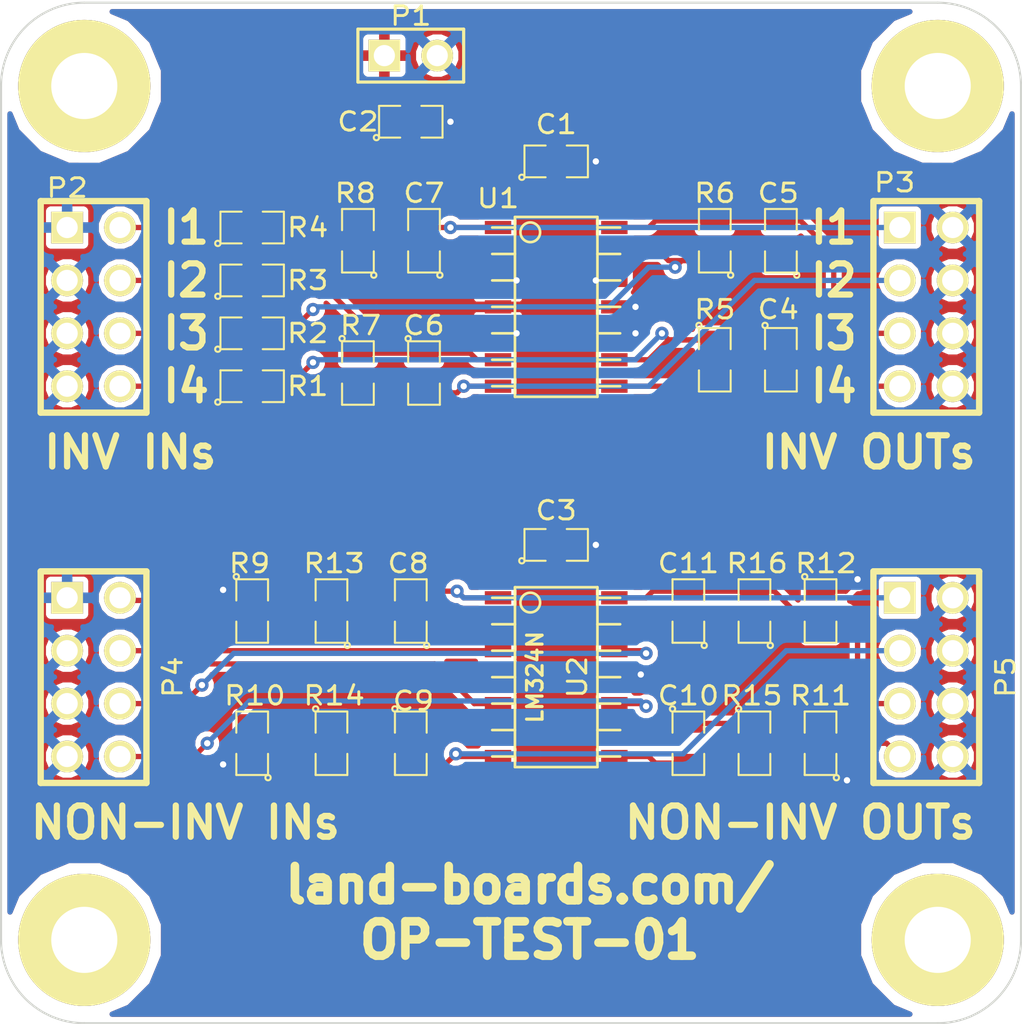
<source format=kicad_pcb>
(kicad_pcb (version 3) (host pcbnew "(2013-04-19 BZR 4011)-stable")

  (general
    (links 90)
    (no_connects 0)
    (area -5.490427 -2.2992 50.5372 49.7459)
    (thickness 1.6)
    (drawings 21)
    (tracks 191)
    (zones 0)
    (modules 40)
    (nets 27)
  )

  (page A3)
  (layers
    (15 F.Cu signal)
    (0 B.Cu signal)
    (20 B.SilkS user)
    (21 F.SilkS user)
    (22 B.Mask user)
    (23 F.Mask user)
    (24 Dwgs.User user)
    (28 Edge.Cuts user)
  )

  (setup
    (last_trace_width 0.254)
    (user_trace_width 0.635)
    (trace_clearance 0.254)
    (zone_clearance 0.254)
    (zone_45_only no)
    (trace_min 0.254)
    (segment_width 0.2)
    (edge_width 0.1)
    (via_size 0.635)
    (via_drill 0.3048)
    (via_min_size 0.635)
    (via_min_drill 0.3048)
    (uvia_size 0.508)
    (uvia_drill 0.127)
    (uvias_allowed no)
    (uvia_min_size 0.508)
    (uvia_min_drill 0.127)
    (pcb_text_width 0.3)
    (pcb_text_size 1.5 1.5)
    (mod_edge_width 0.15)
    (mod_text_size 1.016 0.889)
    (mod_text_width 0.1397)
    (pad_size 1.5 1.5)
    (pad_drill 0.6)
    (pad_to_mask_clearance 0.127)
    (solder_mask_min_width 0.127)
    (aux_axis_origin 0 0)
    (visible_elements 7FFFFDBF)
    (pcbplotparams
      (layerselection 284196865)
      (usegerberextensions true)
      (excludeedgelayer true)
      (linewidth 0)
      (plotframeref false)
      (viasonmask false)
      (mode 1)
      (useauxorigin false)
      (hpglpennumber 1)
      (hpglpenspeed 20)
      (hpglpendiameter 15)
      (hpglpenoverlay 2)
      (psnegative false)
      (psa4output false)
      (plotreference true)
      (plotvalue true)
      (plotothertext true)
      (plotinvisibletext false)
      (padsonsilk false)
      (subtractmaskfromsilk false)
      (outputformat 1)
      (mirror false)
      (drillshape 0)
      (scaleselection 1)
      (outputdirectory plots/))
  )

  (net 0 "")
  (net 1 GND)
  (net 2 N-0000011)
  (net 3 N-0000012)
  (net 4 N-0000013)
  (net 5 N-0000014)
  (net 6 N-0000015)
  (net 7 N-0000016)
  (net 8 N-0000017)
  (net 9 N-000002)
  (net 10 N-0000022)
  (net 11 N-0000023)
  (net 12 N-0000024)
  (net 13 N-0000025)
  (net 14 N-0000026)
  (net 15 N-0000027)
  (net 16 N-0000028)
  (net 17 N-0000029)
  (net 18 N-000003)
  (net 19 N-0000030)
  (net 20 N-0000031)
  (net 21 N-000005)
  (net 22 N-000006)
  (net 23 N-000007)
  (net 24 N-000008)
  (net 25 N-000009)
  (net 26 VAA)

  (net_class Default "This is the default net class."
    (clearance 0.254)
    (trace_width 0.254)
    (via_dia 0.635)
    (via_drill 0.3048)
    (uvia_dia 0.508)
    (uvia_drill 0.127)
    (add_net "")
    (add_net GND)
    (add_net N-0000011)
    (add_net N-0000012)
    (add_net N-0000013)
    (add_net N-0000014)
    (add_net N-0000015)
    (add_net N-0000016)
    (add_net N-0000017)
    (add_net N-000002)
    (add_net N-0000022)
    (add_net N-0000023)
    (add_net N-0000024)
    (add_net N-0000025)
    (add_net N-0000026)
    (add_net N-0000027)
    (add_net N-0000028)
    (add_net N-0000029)
    (add_net N-000003)
    (add_net N-0000030)
    (add_net N-0000031)
    (add_net N-000005)
    (add_net N-000006)
    (add_net N-000007)
    (add_net N-000008)
    (add_net N-000009)
    (add_net VAA)
  )

  (net_class FATTER ""
    (clearance 0.3048)
    (trace_width 0.635)
    (via_dia 0.889)
    (via_drill 0.635)
    (uvia_dia 0.508)
    (uvia_drill 0.127)
  )

  (module FIDUCIAL (layer F.Cu) (tedit 518BF783) (tstamp 54AB2C24)
    (at 39.37 46.482)
    (fp_text reference FIDUCIAL (at 0 2.3495) (layer F.SilkS) hide
      (effects (font (size 1.016 1.016) (thickness 0.2032)))
    )
    (fp_text value VAL** (at 0.127 -2.794) (layer F.SilkS) hide
      (effects (font (size 1.016 1.016) (thickness 0.2032)))
    )
    (pad 1 smd circle (at 0 0) (size 1 1)
      (layers F.Cu F.Mask)
      (solder_mask_margin 1)
      (clearance 1)
    )
  )

  (module SM0805 (layer F.Cu) (tedit 54AABF9D) (tstamp 5474C562)
    (at 37.465 11.43 90)
    (path /54AA9F96)
    (attr smd)
    (fp_text reference C5 (at 2.286 -0.127 180) (layer F.SilkS)
      (effects (font (size 0.889 1.016) (thickness 0.1397)))
    )
    (fp_text value 22pF (at 0 0.381 90) (layer F.SilkS) hide
      (effects (font (size 0.50038 0.50038) (thickness 0.10922)))
    )
    (fp_circle (center -1.651 0.762) (end -1.651 0.635) (layer F.SilkS) (width 0.09906))
    (fp_line (start -0.508 0.762) (end -1.524 0.762) (layer F.SilkS) (width 0.09906))
    (fp_line (start -1.524 0.762) (end -1.524 -0.762) (layer F.SilkS) (width 0.09906))
    (fp_line (start -1.524 -0.762) (end -0.508 -0.762) (layer F.SilkS) (width 0.09906))
    (fp_line (start 0.508 -0.762) (end 1.524 -0.762) (layer F.SilkS) (width 0.09906))
    (fp_line (start 1.524 -0.762) (end 1.524 0.762) (layer F.SilkS) (width 0.09906))
    (fp_line (start 1.524 0.762) (end 0.508 0.762) (layer F.SilkS) (width 0.09906))
    (pad 1 smd rect (at -0.9525 0 90) (size 0.889 1.397)
      (layers F.Cu F.Mask)
      (net 19 N-0000030)
    )
    (pad 2 smd rect (at 0.9525 0 90) (size 0.889 1.397)
      (layers F.Cu F.Mask)
      (net 11 N-0000023)
    )
    (model smd/chip_cms.wrl
      (at (xyz 0 0 0))
      (scale (xyz 0.1 0.1 0.1))
      (rotate (xyz 0 0 0))
    )
  )

  (module SM0805 (layer F.Cu) (tedit 54AAC066) (tstamp 5474C589)
    (at 12.065 18.415)
    (path /54AA9F75)
    (attr smd)
    (fp_text reference R1 (at 2.667 0) (layer F.SilkS)
      (effects (font (size 0.889 1.016) (thickness 0.1397)))
    )
    (fp_text value 1K (at 0 0.381) (layer F.SilkS) hide
      (effects (font (size 0.50038 0.50038) (thickness 0.10922)))
    )
    (fp_circle (center -1.651 0.762) (end -1.651 0.635) (layer F.SilkS) (width 0.09906))
    (fp_line (start -0.508 0.762) (end -1.524 0.762) (layer F.SilkS) (width 0.09906))
    (fp_line (start -1.524 0.762) (end -1.524 -0.762) (layer F.SilkS) (width 0.09906))
    (fp_line (start -1.524 -0.762) (end -0.508 -0.762) (layer F.SilkS) (width 0.09906))
    (fp_line (start 0.508 -0.762) (end 1.524 -0.762) (layer F.SilkS) (width 0.09906))
    (fp_line (start 1.524 -0.762) (end 1.524 0.762) (layer F.SilkS) (width 0.09906))
    (fp_line (start 1.524 0.762) (end 0.508 0.762) (layer F.SilkS) (width 0.09906))
    (pad 1 smd rect (at -0.9525 0) (size 0.889 1.397)
      (layers F.Cu F.Mask)
      (net 13 N-0000025)
    )
    (pad 2 smd rect (at 0.9525 0) (size 0.889 1.397)
      (layers F.Cu F.Mask)
      (net 16 N-0000028)
    )
    (model smd/chip_cms.wrl
      (at (xyz 0 0 0))
      (scale (xyz 0.1 0.1 0.1))
      (rotate (xyz 0 0 0))
    )
  )

  (module SM0805 (layer F.Cu) (tedit 54AABF87) (tstamp 5474C596)
    (at 20.32 17.78 270)
    (path /54AA9F48)
    (attr smd)
    (fp_text reference C6 (at -2.286 0 360) (layer F.SilkS)
      (effects (font (size 0.889 1.016) (thickness 0.1397)))
    )
    (fp_text value 22pF (at 0 0.381 270) (layer F.SilkS) hide
      (effects (font (size 0.50038 0.50038) (thickness 0.10922)))
    )
    (fp_circle (center -1.651 0.762) (end -1.651 0.635) (layer F.SilkS) (width 0.09906))
    (fp_line (start -0.508 0.762) (end -1.524 0.762) (layer F.SilkS) (width 0.09906))
    (fp_line (start -1.524 0.762) (end -1.524 -0.762) (layer F.SilkS) (width 0.09906))
    (fp_line (start -1.524 -0.762) (end -0.508 -0.762) (layer F.SilkS) (width 0.09906))
    (fp_line (start 0.508 -0.762) (end 1.524 -0.762) (layer F.SilkS) (width 0.09906))
    (fp_line (start 1.524 -0.762) (end 1.524 0.762) (layer F.SilkS) (width 0.09906))
    (fp_line (start 1.524 0.762) (end 0.508 0.762) (layer F.SilkS) (width 0.09906))
    (pad 1 smd rect (at -0.9525 0 270) (size 0.889 1.397)
      (layers F.Cu F.Mask)
      (net 15 N-0000027)
    )
    (pad 2 smd rect (at 0.9525 0 270) (size 0.889 1.397)
      (layers F.Cu F.Mask)
      (net 14 N-0000026)
    )
    (model smd/chip_cms.wrl
      (at (xyz 0 0 0))
      (scale (xyz 0.1 0.1 0.1))
      (rotate (xyz 0 0 0))
    )
  )

  (module SM0805 (layer F.Cu) (tedit 54AACDFD) (tstamp 5474C5A3)
    (at 26.67 26.035)
    (path /54AA9C9B)
    (attr smd)
    (fp_text reference C3 (at 0 -1.651) (layer F.SilkS)
      (effects (font (size 0.889 1.016) (thickness 0.1397)))
    )
    (fp_text value C (at 0 0.381) (layer F.SilkS) hide
      (effects (font (size 0.50038 0.50038) (thickness 0.10922)))
    )
    (fp_circle (center -1.651 0.762) (end -1.651 0.635) (layer F.SilkS) (width 0.09906))
    (fp_line (start -0.508 0.762) (end -1.524 0.762) (layer F.SilkS) (width 0.09906))
    (fp_line (start -1.524 0.762) (end -1.524 -0.762) (layer F.SilkS) (width 0.09906))
    (fp_line (start -1.524 -0.762) (end -0.508 -0.762) (layer F.SilkS) (width 0.09906))
    (fp_line (start 0.508 -0.762) (end 1.524 -0.762) (layer F.SilkS) (width 0.09906))
    (fp_line (start 1.524 -0.762) (end 1.524 0.762) (layer F.SilkS) (width 0.09906))
    (fp_line (start 1.524 0.762) (end 0.508 0.762) (layer F.SilkS) (width 0.09906))
    (pad 1 smd rect (at -0.9525 0) (size 0.889 1.397)
      (layers F.Cu F.Mask)
      (net 26 VAA)
    )
    (pad 2 smd rect (at 0.9525 0) (size 0.889 1.397)
      (layers F.Cu F.Mask)
      (net 1 GND)
    )
    (model smd/chip_cms.wrl
      (at (xyz 0 0 0))
      (scale (xyz 0.1 0.1 0.1))
      (rotate (xyz 0 0 0))
    )
  )

  (module SM0805 (layer F.Cu) (tedit 54AAA636) (tstamp 5474C5BD)
    (at 19.685 5.715)
    (path /54AA9C8C)
    (attr smd)
    (fp_text reference C2 (at -2.54 0) (layer F.SilkS)
      (effects (font (size 0.889 1.016) (thickness 0.1397)))
    )
    (fp_text value C (at 0 0.381) (layer F.SilkS) hide
      (effects (font (size 0.50038 0.50038) (thickness 0.10922)))
    )
    (fp_circle (center -1.651 0.762) (end -1.651 0.635) (layer F.SilkS) (width 0.09906))
    (fp_line (start -0.508 0.762) (end -1.524 0.762) (layer F.SilkS) (width 0.09906))
    (fp_line (start -1.524 0.762) (end -1.524 -0.762) (layer F.SilkS) (width 0.09906))
    (fp_line (start -1.524 -0.762) (end -0.508 -0.762) (layer F.SilkS) (width 0.09906))
    (fp_line (start 0.508 -0.762) (end 1.524 -0.762) (layer F.SilkS) (width 0.09906))
    (fp_line (start 1.524 -0.762) (end 1.524 0.762) (layer F.SilkS) (width 0.09906))
    (fp_line (start 1.524 0.762) (end 0.508 0.762) (layer F.SilkS) (width 0.09906))
    (pad 1 smd rect (at -0.9525 0) (size 0.889 1.397)
      (layers F.Cu F.Mask)
      (net 26 VAA)
    )
    (pad 2 smd rect (at 0.9525 0) (size 0.889 1.397)
      (layers F.Cu F.Mask)
      (net 1 GND)
    )
    (model smd/chip_cms.wrl
      (at (xyz 0 0 0))
      (scale (xyz 0.1 0.1 0.1))
      (rotate (xyz 0 0 0))
    )
  )

  (module SM0805 (layer F.Cu) (tedit 54AABFA0) (tstamp 5474C5FE)
    (at 34.29 17.145 270)
    (path /54AA9F69)
    (attr smd)
    (fp_text reference R5 (at -2.413 0 360) (layer F.SilkS)
      (effects (font (size 0.889 1.016) (thickness 0.1397)))
    )
    (fp_text value 1M (at 0 0.381 270) (layer F.SilkS) hide
      (effects (font (size 0.50038 0.50038) (thickness 0.10922)))
    )
    (fp_circle (center -1.651 0.762) (end -1.651 0.635) (layer F.SilkS) (width 0.09906))
    (fp_line (start -0.508 0.762) (end -1.524 0.762) (layer F.SilkS) (width 0.09906))
    (fp_line (start -1.524 0.762) (end -1.524 -0.762) (layer F.SilkS) (width 0.09906))
    (fp_line (start -1.524 -0.762) (end -0.508 -0.762) (layer F.SilkS) (width 0.09906))
    (fp_line (start 0.508 -0.762) (end 1.524 -0.762) (layer F.SilkS) (width 0.09906))
    (fp_line (start 1.524 -0.762) (end 1.524 0.762) (layer F.SilkS) (width 0.09906))
    (fp_line (start 1.524 0.762) (end 0.508 0.762) (layer F.SilkS) (width 0.09906))
    (pad 1 smd rect (at -0.9525 0 270) (size 0.889 1.397)
      (layers F.Cu F.Mask)
      (net 16 N-0000028)
    )
    (pad 2 smd rect (at 0.9525 0 270) (size 0.889 1.397)
      (layers F.Cu F.Mask)
      (net 20 N-0000031)
    )
    (model smd/chip_cms.wrl
      (at (xyz 0 0 0))
      (scale (xyz 0.1 0.1 0.1))
      (rotate (xyz 0 0 0))
    )
  )

  (module SM0805 (layer F.Cu) (tedit 54AABF8A) (tstamp 5474C64C)
    (at 17.145 11.43 90)
    (path /54AA9E38)
    (attr smd)
    (fp_text reference R8 (at 2.286 -0.127 180) (layer F.SilkS)
      (effects (font (size 0.889 1.016) (thickness 0.1397)))
    )
    (fp_text value 1M (at 0 0.381 90) (layer F.SilkS) hide
      (effects (font (size 0.50038 0.50038) (thickness 0.10922)))
    )
    (fp_circle (center -1.651 0.762) (end -1.651 0.635) (layer F.SilkS) (width 0.09906))
    (fp_line (start -0.508 0.762) (end -1.524 0.762) (layer F.SilkS) (width 0.09906))
    (fp_line (start -1.524 0.762) (end -1.524 -0.762) (layer F.SilkS) (width 0.09906))
    (fp_line (start -1.524 -0.762) (end -0.508 -0.762) (layer F.SilkS) (width 0.09906))
    (fp_line (start 0.508 -0.762) (end 1.524 -0.762) (layer F.SilkS) (width 0.09906))
    (fp_line (start 1.524 -0.762) (end 1.524 0.762) (layer F.SilkS) (width 0.09906))
    (fp_line (start 1.524 0.762) (end 0.508 0.762) (layer F.SilkS) (width 0.09906))
    (pad 1 smd rect (at -0.9525 0 90) (size 0.889 1.397)
      (layers F.Cu F.Mask)
      (net 17 N-0000029)
    )
    (pad 2 smd rect (at 0.9525 0 90) (size 0.889 1.397)
      (layers F.Cu F.Mask)
      (net 8 N-0000017)
    )
    (model smd/chip_cms.wrl
      (at (xyz 0 0 0))
      (scale (xyz 0.1 0.1 0.1))
      (rotate (xyz 0 0 0))
    )
  )

  (module SM0805 (layer F.Cu) (tedit 54AAC060) (tstamp 54A40DB9)
    (at 12.065 10.795)
    (path /54AA9E54)
    (attr smd)
    (fp_text reference R4 (at 2.667 0) (layer F.SilkS)
      (effects (font (size 0.889 1.016) (thickness 0.1397)))
    )
    (fp_text value 1K (at 0 0.381) (layer F.SilkS) hide
      (effects (font (size 0.50038 0.50038) (thickness 0.10922)))
    )
    (fp_circle (center -1.651 0.762) (end -1.651 0.635) (layer F.SilkS) (width 0.09906))
    (fp_line (start -0.508 0.762) (end -1.524 0.762) (layer F.SilkS) (width 0.09906))
    (fp_line (start -1.524 0.762) (end -1.524 -0.762) (layer F.SilkS) (width 0.09906))
    (fp_line (start -1.524 -0.762) (end -0.508 -0.762) (layer F.SilkS) (width 0.09906))
    (fp_line (start 0.508 -0.762) (end 1.524 -0.762) (layer F.SilkS) (width 0.09906))
    (fp_line (start 1.524 -0.762) (end 1.524 0.762) (layer F.SilkS) (width 0.09906))
    (fp_line (start 1.524 0.762) (end 0.508 0.762) (layer F.SilkS) (width 0.09906))
    (pad 1 smd rect (at -0.9525 0) (size 0.889 1.397)
      (layers F.Cu F.Mask)
      (net 7 N-0000016)
    )
    (pad 2 smd rect (at 0.9525 0) (size 0.889 1.397)
      (layers F.Cu F.Mask)
      (net 17 N-0000029)
    )
    (model smd/chip_cms.wrl
      (at (xyz 0 0 0))
      (scale (xyz 0.1 0.1 0.1))
      (rotate (xyz 0 0 0))
    )
  )

  (module MTG-4-40 (layer F.Cu) (tedit 53F3AE25) (tstamp 5474C69C)
    (at 4 4)
    (path /54A2A359)
    (fp_text reference MTG4 (at -6.858 -0.635) (layer F.SilkS) hide
      (effects (font (size 0.889 1.016) (thickness 0.1397)))
    )
    (fp_text value CONN_1 (at 0 -5.08) (layer F.SilkS) hide
      (effects (font (size 1.524 1.524) (thickness 0.3048)))
    )
    (pad 1 thru_hole circle (at 0 0) (size 6.35 6.35) (drill 3.175)
      (layers *.Cu *.Mask F.SilkS)
      (clearance 0.508)
    )
  )

  (module MTG-4-40 (layer F.Cu) (tedit 53F3AE25) (tstamp 5474C6A1)
    (at 45 4)
    (path /54A2A35F)
    (fp_text reference MTG3 (at -6.858 -0.635) (layer F.SilkS) hide
      (effects (font (size 0.889 1.016) (thickness 0.1397)))
    )
    (fp_text value CONN_1 (at 0 -5.08) (layer F.SilkS) hide
      (effects (font (size 1.524 1.524) (thickness 0.3048)))
    )
    (pad 1 thru_hole circle (at 0 0) (size 6.35 6.35) (drill 3.175)
      (layers *.Cu *.Mask F.SilkS)
      (clearance 0.508)
    )
  )

  (module MTG-4-40 (layer F.Cu) (tedit 53F3AE25) (tstamp 5474C6A6)
    (at 4 45)
    (path /54A2A365)
    (fp_text reference MTG2 (at -6.858 -0.635) (layer F.SilkS) hide
      (effects (font (size 0.889 1.016) (thickness 0.1397)))
    )
    (fp_text value CONN_1 (at 0 -5.08) (layer F.SilkS) hide
      (effects (font (size 1.524 1.524) (thickness 0.3048)))
    )
    (pad 1 thru_hole circle (at 0 0) (size 6.35 6.35) (drill 3.175)
      (layers *.Cu *.Mask F.SilkS)
      (clearance 0.508)
    )
  )

  (module MTG-4-40 (layer F.Cu) (tedit 53F3AE25) (tstamp 5474C6AB)
    (at 45 45)
    (path /54A2A36B)
    (fp_text reference MTG1 (at -6.858 -0.635) (layer F.SilkS) hide
      (effects (font (size 0.889 1.016) (thickness 0.1397)))
    )
    (fp_text value CONN_1 (at 0 -5.08) (layer F.SilkS) hide
      (effects (font (size 1.524 1.524) (thickness 0.3048)))
    )
    (pad 1 thru_hole circle (at 0 0) (size 6.35 6.35) (drill 3.175)
      (layers *.Cu *.Mask F.SilkS)
      (clearance 0.508)
    )
  )

  (module SM0805 (layer F.Cu) (tedit 54AAC062) (tstamp 5474CB52)
    (at 12.065 13.335)
    (path /54AA9F4E)
    (attr smd)
    (fp_text reference R3 (at 2.667 0) (layer F.SilkS)
      (effects (font (size 0.889 1.016) (thickness 0.1397)))
    )
    (fp_text value 1K (at 0 0.381) (layer F.SilkS) hide
      (effects (font (size 0.50038 0.50038) (thickness 0.10922)))
    )
    (fp_circle (center -1.651 0.762) (end -1.651 0.635) (layer F.SilkS) (width 0.09906))
    (fp_line (start -0.508 0.762) (end -1.524 0.762) (layer F.SilkS) (width 0.09906))
    (fp_line (start -1.524 0.762) (end -1.524 -0.762) (layer F.SilkS) (width 0.09906))
    (fp_line (start -1.524 -0.762) (end -0.508 -0.762) (layer F.SilkS) (width 0.09906))
    (fp_line (start 0.508 -0.762) (end 1.524 -0.762) (layer F.SilkS) (width 0.09906))
    (fp_line (start 1.524 -0.762) (end 1.524 0.762) (layer F.SilkS) (width 0.09906))
    (fp_line (start 1.524 0.762) (end 0.508 0.762) (layer F.SilkS) (width 0.09906))
    (pad 1 smd rect (at -0.9525 0) (size 0.889 1.397)
      (layers F.Cu F.Mask)
      (net 10 N-0000022)
    )
    (pad 2 smd rect (at 0.9525 0) (size 0.889 1.397)
      (layers F.Cu F.Mask)
      (net 15 N-0000027)
    )
    (model smd/chip_cms.wrl
      (at (xyz 0 0 0))
      (scale (xyz 0.1 0.1 0.1))
      (rotate (xyz 0 0 0))
    )
  )

  (module SM0805 (layer F.Cu) (tedit 54AAC064) (tstamp 54A2BFA0)
    (at 12.065 15.875)
    (path /54AA9F9C)
    (attr smd)
    (fp_text reference R2 (at 2.667 0) (layer F.SilkS)
      (effects (font (size 0.889 1.016) (thickness 0.1397)))
    )
    (fp_text value 1K (at 0.606999 -1.430001) (layer F.SilkS) hide
      (effects (font (size 0.50038 0.50038) (thickness 0.10922)))
    )
    (fp_circle (center -1.651 0.762) (end -1.651 0.635) (layer F.SilkS) (width 0.09906))
    (fp_line (start -0.508 0.762) (end -1.524 0.762) (layer F.SilkS) (width 0.09906))
    (fp_line (start -1.524 0.762) (end -1.524 -0.762) (layer F.SilkS) (width 0.09906))
    (fp_line (start -1.524 -0.762) (end -0.508 -0.762) (layer F.SilkS) (width 0.09906))
    (fp_line (start 0.508 -0.762) (end 1.524 -0.762) (layer F.SilkS) (width 0.09906))
    (fp_line (start 1.524 -0.762) (end 1.524 0.762) (layer F.SilkS) (width 0.09906))
    (fp_line (start 1.524 0.762) (end 0.508 0.762) (layer F.SilkS) (width 0.09906))
    (pad 1 smd rect (at -0.9525 0) (size 0.889 1.397)
      (layers F.Cu F.Mask)
      (net 12 N-0000024)
    )
    (pad 2 smd rect (at 0.9525 0) (size 0.889 1.397)
      (layers F.Cu F.Mask)
      (net 19 N-0000030)
    )
    (model smd/chip_cms.wrl
      (at (xyz 0 0 0))
      (scale (xyz 0.1 0.1 0.1))
      (rotate (xyz 0 0 0))
    )
  )

  (module SM0805 (layer F.Cu) (tedit 54AABF86) (tstamp 54A406AF)
    (at 17.145 17.78 270)
    (path /54AA9F42)
    (attr smd)
    (fp_text reference R7 (at -2.286 -0.127 360) (layer F.SilkS)
      (effects (font (size 0.889 1.016) (thickness 0.1397)))
    )
    (fp_text value 1M (at 0 0.381 270) (layer F.SilkS) hide
      (effects (font (size 0.50038 0.50038) (thickness 0.10922)))
    )
    (fp_circle (center -1.651 0.762) (end -1.651 0.635) (layer F.SilkS) (width 0.09906))
    (fp_line (start -0.508 0.762) (end -1.524 0.762) (layer F.SilkS) (width 0.09906))
    (fp_line (start -1.524 0.762) (end -1.524 -0.762) (layer F.SilkS) (width 0.09906))
    (fp_line (start -1.524 -0.762) (end -0.508 -0.762) (layer F.SilkS) (width 0.09906))
    (fp_line (start 0.508 -0.762) (end 1.524 -0.762) (layer F.SilkS) (width 0.09906))
    (fp_line (start 1.524 -0.762) (end 1.524 0.762) (layer F.SilkS) (width 0.09906))
    (fp_line (start 1.524 0.762) (end 0.508 0.762) (layer F.SilkS) (width 0.09906))
    (pad 1 smd rect (at -0.9525 0 270) (size 0.889 1.397)
      (layers F.Cu F.Mask)
      (net 15 N-0000027)
    )
    (pad 2 smd rect (at 0.9525 0 270) (size 0.889 1.397)
      (layers F.Cu F.Mask)
      (net 14 N-0000026)
    )
    (model smd/chip_cms.wrl
      (at (xyz 0 0 0))
      (scale (xyz 0.1 0.1 0.1))
      (rotate (xyz 0 0 0))
    )
  )

  (module SM0805 (layer F.Cu) (tedit 54AABF9C) (tstamp 54A406BC)
    (at 34.29 11.43 90)
    (path /54AA9F90)
    (attr smd)
    (fp_text reference R6 (at 2.286 0 180) (layer F.SilkS)
      (effects (font (size 0.889 1.016) (thickness 0.1397)))
    )
    (fp_text value 1M (at 0 0.381 90) (layer F.SilkS) hide
      (effects (font (size 0.50038 0.50038) (thickness 0.10922)))
    )
    (fp_circle (center -1.651 0.762) (end -1.651 0.635) (layer F.SilkS) (width 0.09906))
    (fp_line (start -0.508 0.762) (end -1.524 0.762) (layer F.SilkS) (width 0.09906))
    (fp_line (start -1.524 0.762) (end -1.524 -0.762) (layer F.SilkS) (width 0.09906))
    (fp_line (start -1.524 -0.762) (end -0.508 -0.762) (layer F.SilkS) (width 0.09906))
    (fp_line (start 0.508 -0.762) (end 1.524 -0.762) (layer F.SilkS) (width 0.09906))
    (fp_line (start 1.524 -0.762) (end 1.524 0.762) (layer F.SilkS) (width 0.09906))
    (fp_line (start 1.524 0.762) (end 0.508 0.762) (layer F.SilkS) (width 0.09906))
    (pad 1 smd rect (at -0.9525 0 90) (size 0.889 1.397)
      (layers F.Cu F.Mask)
      (net 19 N-0000030)
    )
    (pad 2 smd rect (at 0.9525 0 90) (size 0.889 1.397)
      (layers F.Cu F.Mask)
      (net 11 N-0000023)
    )
    (model smd/chip_cms.wrl
      (at (xyz 0 0 0))
      (scale (xyz 0.1 0.1 0.1))
      (rotate (xyz 0 0 0))
    )
  )

  (module PIN_ARRAY_4X2 (layer F.Cu) (tedit 54AABE41) (tstamp 54AAA07E)
    (at 4.445 14.605 270)
    (descr "Double rangee de contacts 2 x 4 pins")
    (tags CONN)
    (path /54AAA079)
    (fp_text reference P2 (at -5.715 1.27 360) (layer F.SilkS)
      (effects (font (size 0.889 1.016) (thickness 0.1397)))
    )
    (fp_text value CONN_4X2 (at 0 3.81 270) (layer F.SilkS) hide
      (effects (font (size 1.016 1.016) (thickness 0.2032)))
    )
    (fp_line (start -5.08 -2.54) (end 5.08 -2.54) (layer F.SilkS) (width 0.3048))
    (fp_line (start 5.08 -2.54) (end 5.08 2.54) (layer F.SilkS) (width 0.3048))
    (fp_line (start 5.08 2.54) (end -5.08 2.54) (layer F.SilkS) (width 0.3048))
    (fp_line (start -5.08 2.54) (end -5.08 -2.54) (layer F.SilkS) (width 0.3048))
    (pad 1 thru_hole rect (at -3.81 1.27 270) (size 1.524 1.524) (drill 1.016)
      (layers *.Cu *.Mask F.SilkS)
      (net 1 GND)
    )
    (pad 2 thru_hole circle (at -3.81 -1.27 270) (size 1.524 1.524) (drill 1.016)
      (layers *.Cu *.Mask F.SilkS)
      (net 7 N-0000016)
    )
    (pad 3 thru_hole circle (at -1.27 1.27 270) (size 1.524 1.524) (drill 1.016)
      (layers *.Cu *.Mask F.SilkS)
      (net 1 GND)
    )
    (pad 4 thru_hole circle (at -1.27 -1.27 270) (size 1.524 1.524) (drill 1.016)
      (layers *.Cu *.Mask F.SilkS)
      (net 10 N-0000022)
    )
    (pad 5 thru_hole circle (at 1.27 1.27 270) (size 1.524 1.524) (drill 1.016)
      (layers *.Cu *.Mask F.SilkS)
      (net 1 GND)
    )
    (pad 6 thru_hole circle (at 1.27 -1.27 270) (size 1.524 1.524) (drill 1.016)
      (layers *.Cu *.Mask F.SilkS)
      (net 12 N-0000024)
    )
    (pad 7 thru_hole circle (at 3.81 1.27 270) (size 1.524 1.524) (drill 1.016)
      (layers *.Cu *.Mask F.SilkS)
      (net 1 GND)
    )
    (pad 8 thru_hole circle (at 3.81 -1.27 270) (size 1.524 1.524) (drill 1.016)
      (layers *.Cu *.Mask F.SilkS)
      (net 13 N-0000025)
    )
    (model pin_array/pins_array_4x2.wrl
      (at (xyz 0 0 0))
      (scale (xyz 1 1 1))
      (rotate (xyz 0 0 0))
    )
  )

  (module PIN_ARRAY_4X2 (layer F.Cu) (tedit 54AABFA6) (tstamp 54AAA08E)
    (at 44.45 14.605 270)
    (descr "Double rangee de contacts 2 x 4 pins")
    (tags CONN)
    (path /54AAA430)
    (fp_text reference P3 (at -5.969 1.524 360) (layer F.SilkS)
      (effects (font (size 0.889 1.016) (thickness 0.1397)))
    )
    (fp_text value CONN_4X2 (at 0 3.81 270) (layer F.SilkS) hide
      (effects (font (size 1.016 1.016) (thickness 0.2032)))
    )
    (fp_line (start -5.08 -2.54) (end 5.08 -2.54) (layer F.SilkS) (width 0.3048))
    (fp_line (start 5.08 -2.54) (end 5.08 2.54) (layer F.SilkS) (width 0.3048))
    (fp_line (start 5.08 2.54) (end -5.08 2.54) (layer F.SilkS) (width 0.3048))
    (fp_line (start -5.08 2.54) (end -5.08 -2.54) (layer F.SilkS) (width 0.3048))
    (pad 1 thru_hole rect (at -3.81 1.27 270) (size 1.524 1.524) (drill 1.016)
      (layers *.Cu *.Mask F.SilkS)
      (net 8 N-0000017)
    )
    (pad 2 thru_hole circle (at -3.81 -1.27 270) (size 1.524 1.524) (drill 1.016)
      (layers *.Cu *.Mask F.SilkS)
      (net 1 GND)
    )
    (pad 3 thru_hole circle (at -1.27 1.27 270) (size 1.524 1.524) (drill 1.016)
      (layers *.Cu *.Mask F.SilkS)
      (net 14 N-0000026)
    )
    (pad 4 thru_hole circle (at -1.27 -1.27 270) (size 1.524 1.524) (drill 1.016)
      (layers *.Cu *.Mask F.SilkS)
      (net 1 GND)
    )
    (pad 5 thru_hole circle (at 1.27 1.27 270) (size 1.524 1.524) (drill 1.016)
      (layers *.Cu *.Mask F.SilkS)
      (net 11 N-0000023)
    )
    (pad 6 thru_hole circle (at 1.27 -1.27 270) (size 1.524 1.524) (drill 1.016)
      (layers *.Cu *.Mask F.SilkS)
      (net 1 GND)
    )
    (pad 7 thru_hole circle (at 3.81 1.27 270) (size 1.524 1.524) (drill 1.016)
      (layers *.Cu *.Mask F.SilkS)
      (net 20 N-0000031)
    )
    (pad 8 thru_hole circle (at 3.81 -1.27 270) (size 1.524 1.524) (drill 1.016)
      (layers *.Cu *.Mask F.SilkS)
      (net 1 GND)
    )
    (model pin_array/pins_array_4x2.wrl
      (at (xyz 0 0 0))
      (scale (xyz 1 1 1))
      (rotate (xyz 0 0 0))
    )
  )

  (module PIN_ARRAY_2X1 (layer F.Cu) (tedit 4565C520) (tstamp 54AAA098)
    (at 19.685 2.54)
    (descr "Connecteurs 2 pins")
    (tags "CONN DEV")
    (path /54AA9B2B)
    (fp_text reference P1 (at 0 -1.905) (layer F.SilkS)
      (effects (font (size 0.889 1.016) (thickness 0.1397)))
    )
    (fp_text value CONN_2 (at 0 -1.905) (layer F.SilkS) hide
      (effects (font (size 0.762 0.762) (thickness 0.1524)))
    )
    (fp_line (start -2.54 1.27) (end -2.54 -1.27) (layer F.SilkS) (width 0.1524))
    (fp_line (start -2.54 -1.27) (end 2.54 -1.27) (layer F.SilkS) (width 0.1524))
    (fp_line (start 2.54 -1.27) (end 2.54 1.27) (layer F.SilkS) (width 0.1524))
    (fp_line (start 2.54 1.27) (end -2.54 1.27) (layer F.SilkS) (width 0.1524))
    (pad 1 thru_hole rect (at -1.27 0) (size 1.524 1.524) (drill 1.016)
      (layers *.Cu *.Mask F.SilkS)
      (net 26 VAA)
    )
    (pad 2 thru_hole circle (at 1.27 0) (size 1.524 1.524) (drill 1.016)
      (layers *.Cu *.Mask F.SilkS)
      (net 1 GND)
    )
    (model pin_array/pins_array_2x1.wrl
      (at (xyz 0 0 0))
      (scale (xyz 1 1 1))
      (rotate (xyz 0 0 0))
    )
  )

  (module so-14 (layer F.Cu) (tedit 54AABF99) (tstamp 5474C548)
    (at 26.67 14.605 270)
    (descr SO-14)
    (path /54AA9975)
    (attr smd)
    (fp_text reference U1 (at -5.207 2.794 360) (layer F.SilkS)
      (effects (font (size 0.889 1.016) (thickness 0.1397)))
    )
    (fp_text value LM324N (at 0 1.016 270) (layer F.SilkS) hide
      (effects (font (size 0.7493 0.7493) (thickness 0.14986)))
    )
    (fp_line (start -4.318 -1.9812) (end -4.318 1.9812) (layer F.SilkS) (width 0.127))
    (fp_line (start -4.318 1.9812) (end 4.318 1.9812) (layer F.SilkS) (width 0.127))
    (fp_line (start 4.318 1.9812) (end 4.318 -1.9812) (layer F.SilkS) (width 0.127))
    (fp_line (start 4.318 -1.9812) (end -4.318 -1.9812) (layer F.SilkS) (width 0.127))
    (fp_line (start -2.54 -1.9812) (end -2.54 -3.0734) (layer F.SilkS) (width 0.127))
    (fp_line (start -1.27 -1.9812) (end -1.27 -3.0734) (layer F.SilkS) (width 0.127))
    (fp_line (start 0 -1.9812) (end 0 -3.0734) (layer F.SilkS) (width 0.127))
    (fp_line (start -3.81 -1.9812) (end -3.81 -3.0734) (layer F.SilkS) (width 0.127))
    (fp_line (start 1.27 -3.0734) (end 1.27 -1.9812) (layer F.SilkS) (width 0.127))
    (fp_line (start 2.54 -3.0734) (end 2.54 -1.9812) (layer F.SilkS) (width 0.127))
    (fp_line (start 3.81 -3.0734) (end 3.81 -1.9812) (layer F.SilkS) (width 0.127))
    (fp_line (start 3.81 1.9812) (end 3.81 3.0734) (layer F.SilkS) (width 0.127))
    (fp_line (start 2.54 1.9812) (end 2.54 3.0734) (layer F.SilkS) (width 0.127))
    (fp_line (start -3.81 1.9812) (end -3.81 3.0734) (layer F.SilkS) (width 0.127))
    (fp_line (start -2.54 3.0734) (end -2.54 1.9812) (layer F.SilkS) (width 0.127))
    (fp_line (start 1.27 3.0734) (end 1.27 1.9812) (layer F.SilkS) (width 0.127))
    (fp_line (start 0 3.0734) (end 0 1.9812) (layer F.SilkS) (width 0.127))
    (fp_line (start -1.27 3.0734) (end -1.27 1.9812) (layer F.SilkS) (width 0.127))
    (fp_circle (center -3.5814 1.2446) (end -3.8608 1.6256) (layer F.SilkS) (width 0.127))
    (pad 1 smd rect (at -3.81 2.794 270) (size 0.635 1.27)
      (layers F.Cu F.Mask)
      (net 8 N-0000017)
    )
    (pad 2 smd rect (at -2.54 2.794 270) (size 0.635 1.27)
      (layers F.Cu F.Mask)
      (net 17 N-0000029)
    )
    (pad 3 smd rect (at -1.27 2.794 270) (size 0.635 1.27)
      (layers F.Cu F.Mask)
      (net 1 GND)
    )
    (pad 4 smd rect (at 0 2.794 270) (size 0.635 1.27)
      (layers F.Cu F.Mask)
      (net 26 VAA)
    )
    (pad 5 smd rect (at 1.27 2.794 270) (size 0.635 1.27)
      (layers F.Cu F.Mask)
      (net 1 GND)
    )
    (pad 6 smd rect (at 2.54 2.794 270) (size 0.635 1.27)
      (layers F.Cu F.Mask)
      (net 15 N-0000027)
    )
    (pad 7 smd rect (at 3.81 2.794 270) (size 0.635 1.27)
      (layers F.Cu F.Mask)
      (net 14 N-0000026)
    )
    (pad 8 smd rect (at 3.81 -2.794 270) (size 0.635 1.27)
      (layers F.Cu F.Mask)
      (net 20 N-0000031)
    )
    (pad 9 smd rect (at 2.54 -2.794 270) (size 0.635 1.27)
      (layers F.Cu F.Mask)
      (net 16 N-0000028)
    )
    (pad 10 smd rect (at 1.27 -2.794 270) (size 0.635 1.27)
      (layers F.Cu F.Mask)
      (net 1 GND)
    )
    (pad 11 smd rect (at 0 -2.794 270) (size 0.635 1.27)
      (layers F.Cu F.Mask)
      (net 1 GND)
    )
    (pad 12 smd rect (at -1.27 -2.794 270) (size 0.635 1.27)
      (layers F.Cu F.Mask)
      (net 1 GND)
    )
    (pad 13 smd rect (at -2.54 -2.794 270) (size 0.635 1.27)
      (layers F.Cu F.Mask)
      (net 19 N-0000030)
    )
    (pad 14 smd rect (at -3.81 -2.794 270) (size 0.635 1.27)
      (layers F.Cu F.Mask)
      (net 11 N-0000023)
    )
    (model smd/smd_dil/so-14.wrl
      (at (xyz 0 0 0))
      (scale (xyz 1 1 1))
      (rotate (xyz 0 0 0))
    )
  )

  (module SM0805 (layer F.Cu) (tedit 54AABFA3) (tstamp 5474C5B0)
    (at 37.465 17.145 270)
    (path /54AA9F6F)
    (attr smd)
    (fp_text reference C4 (at -2.413 0.127 360) (layer F.SilkS)
      (effects (font (size 0.889 1.016) (thickness 0.1397)))
    )
    (fp_text value 22pF (at -2.54 0 270) (layer F.SilkS) hide
      (effects (font (size 0.50038 0.50038) (thickness 0.10922)))
    )
    (fp_circle (center -1.651 0.762) (end -1.651 0.635) (layer F.SilkS) (width 0.09906))
    (fp_line (start -0.508 0.762) (end -1.524 0.762) (layer F.SilkS) (width 0.09906))
    (fp_line (start -1.524 0.762) (end -1.524 -0.762) (layer F.SilkS) (width 0.09906))
    (fp_line (start -1.524 -0.762) (end -0.508 -0.762) (layer F.SilkS) (width 0.09906))
    (fp_line (start 0.508 -0.762) (end 1.524 -0.762) (layer F.SilkS) (width 0.09906))
    (fp_line (start 1.524 -0.762) (end 1.524 0.762) (layer F.SilkS) (width 0.09906))
    (fp_line (start 1.524 0.762) (end 0.508 0.762) (layer F.SilkS) (width 0.09906))
    (pad 1 smd rect (at -0.9525 0 270) (size 0.889 1.397)
      (layers F.Cu F.Mask)
      (net 16 N-0000028)
    )
    (pad 2 smd rect (at 0.9525 0 270) (size 0.889 1.397)
      (layers F.Cu F.Mask)
      (net 20 N-0000031)
    )
    (model smd/chip_cms.wrl
      (at (xyz 0 0 0))
      (scale (xyz 0.1 0.1 0.1))
      (rotate (xyz 0 0 0))
    )
  )

  (module SM0805 (layer F.Cu) (tedit 54AABF96) (tstamp 5474C5CA)
    (at 26.67 7.62)
    (path /54AA9C7D)
    (attr smd)
    (fp_text reference C1 (at 0 -1.778) (layer F.SilkS)
      (effects (font (size 0.889 1.016) (thickness 0.1397)))
    )
    (fp_text value C (at 0 0.381) (layer F.SilkS) hide
      (effects (font (size 0.50038 0.50038) (thickness 0.10922)))
    )
    (fp_circle (center -1.651 0.762) (end -1.651 0.635) (layer F.SilkS) (width 0.09906))
    (fp_line (start -0.508 0.762) (end -1.524 0.762) (layer F.SilkS) (width 0.09906))
    (fp_line (start -1.524 0.762) (end -1.524 -0.762) (layer F.SilkS) (width 0.09906))
    (fp_line (start -1.524 -0.762) (end -0.508 -0.762) (layer F.SilkS) (width 0.09906))
    (fp_line (start 0.508 -0.762) (end 1.524 -0.762) (layer F.SilkS) (width 0.09906))
    (fp_line (start 1.524 -0.762) (end 1.524 0.762) (layer F.SilkS) (width 0.09906))
    (fp_line (start 1.524 0.762) (end 0.508 0.762) (layer F.SilkS) (width 0.09906))
    (pad 1 smd rect (at -0.9525 0) (size 0.889 1.397)
      (layers F.Cu F.Mask)
      (net 26 VAA)
    )
    (pad 2 smd rect (at 0.9525 0) (size 0.889 1.397)
      (layers F.Cu F.Mask)
      (net 1 GND)
    )
    (model smd/chip_cms.wrl
      (at (xyz 0 0 0))
      (scale (xyz 0.1 0.1 0.1))
      (rotate (xyz 0 0 0))
    )
  )

  (module SM0805 (layer F.Cu) (tedit 54AABF8B) (tstamp 5474C5E4)
    (at 20.32 11.43 90)
    (path /54AA9E47)
    (attr smd)
    (fp_text reference C7 (at 2.286 0 180) (layer F.SilkS)
      (effects (font (size 0.889 1.016) (thickness 0.1397)))
    )
    (fp_text value 22pF (at 0 0.381 90) (layer F.SilkS) hide
      (effects (font (size 0.50038 0.50038) (thickness 0.10922)))
    )
    (fp_circle (center -1.651 0.762) (end -1.651 0.635) (layer F.SilkS) (width 0.09906))
    (fp_line (start -0.508 0.762) (end -1.524 0.762) (layer F.SilkS) (width 0.09906))
    (fp_line (start -1.524 0.762) (end -1.524 -0.762) (layer F.SilkS) (width 0.09906))
    (fp_line (start -1.524 -0.762) (end -0.508 -0.762) (layer F.SilkS) (width 0.09906))
    (fp_line (start 0.508 -0.762) (end 1.524 -0.762) (layer F.SilkS) (width 0.09906))
    (fp_line (start 1.524 -0.762) (end 1.524 0.762) (layer F.SilkS) (width 0.09906))
    (fp_line (start 1.524 0.762) (end 0.508 0.762) (layer F.SilkS) (width 0.09906))
    (pad 1 smd rect (at -0.9525 0 90) (size 0.889 1.397)
      (layers F.Cu F.Mask)
      (net 17 N-0000029)
    )
    (pad 2 smd rect (at 0.9525 0 90) (size 0.889 1.397)
      (layers F.Cu F.Mask)
      (net 8 N-0000017)
    )
    (model smd/chip_cms.wrl
      (at (xyz 0 0 0))
      (scale (xyz 0.1 0.1 0.1))
      (rotate (xyz 0 0 0))
    )
  )

  (module so-14 (layer F.Cu) (tedit 48A6BF8F) (tstamp 54AAC9A0)
    (at 26.67 32.385 270)
    (descr SO-14)
    (path /54AAC81B)
    (attr smd)
    (fp_text reference U2 (at 0 -1.016 270) (layer F.SilkS)
      (effects (font (size 0.889 1.016) (thickness 0.1397)))
    )
    (fp_text value LM324N (at 0 1.016 270) (layer F.SilkS)
      (effects (font (size 0.7493 0.7493) (thickness 0.14986)))
    )
    (fp_line (start -4.318 -1.9812) (end -4.318 1.9812) (layer F.SilkS) (width 0.127))
    (fp_line (start -4.318 1.9812) (end 4.318 1.9812) (layer F.SilkS) (width 0.127))
    (fp_line (start 4.318 1.9812) (end 4.318 -1.9812) (layer F.SilkS) (width 0.127))
    (fp_line (start 4.318 -1.9812) (end -4.318 -1.9812) (layer F.SilkS) (width 0.127))
    (fp_line (start -2.54 -1.9812) (end -2.54 -3.0734) (layer F.SilkS) (width 0.127))
    (fp_line (start -1.27 -1.9812) (end -1.27 -3.0734) (layer F.SilkS) (width 0.127))
    (fp_line (start 0 -1.9812) (end 0 -3.0734) (layer F.SilkS) (width 0.127))
    (fp_line (start -3.81 -1.9812) (end -3.81 -3.0734) (layer F.SilkS) (width 0.127))
    (fp_line (start 1.27 -3.0734) (end 1.27 -1.9812) (layer F.SilkS) (width 0.127))
    (fp_line (start 2.54 -3.0734) (end 2.54 -1.9812) (layer F.SilkS) (width 0.127))
    (fp_line (start 3.81 -3.0734) (end 3.81 -1.9812) (layer F.SilkS) (width 0.127))
    (fp_line (start 3.81 1.9812) (end 3.81 3.0734) (layer F.SilkS) (width 0.127))
    (fp_line (start 2.54 1.9812) (end 2.54 3.0734) (layer F.SilkS) (width 0.127))
    (fp_line (start -3.81 1.9812) (end -3.81 3.0734) (layer F.SilkS) (width 0.127))
    (fp_line (start -2.54 3.0734) (end -2.54 1.9812) (layer F.SilkS) (width 0.127))
    (fp_line (start 1.27 3.0734) (end 1.27 1.9812) (layer F.SilkS) (width 0.127))
    (fp_line (start 0 3.0734) (end 0 1.9812) (layer F.SilkS) (width 0.127))
    (fp_line (start -1.27 3.0734) (end -1.27 1.9812) (layer F.SilkS) (width 0.127))
    (fp_circle (center -3.5814 1.2446) (end -3.8608 1.6256) (layer F.SilkS) (width 0.127))
    (pad 1 smd rect (at -3.81 2.794 270) (size 0.635 1.27)
      (layers F.Cu F.Mask)
      (net 9 N-000002)
    )
    (pad 2 smd rect (at -2.54 2.794 270) (size 0.635 1.27)
      (layers F.Cu F.Mask)
      (net 18 N-000003)
    )
    (pad 3 smd rect (at -1.27 2.794 270) (size 0.635 1.27)
      (layers F.Cu F.Mask)
      (net 4 N-0000013)
    )
    (pad 4 smd rect (at 0 2.794 270) (size 0.635 1.27)
      (layers F.Cu F.Mask)
      (net 26 VAA)
    )
    (pad 5 smd rect (at 1.27 2.794 270) (size 0.635 1.27)
      (layers F.Cu F.Mask)
      (net 25 N-000009)
    )
    (pad 6 smd rect (at 2.54 2.794 270) (size 0.635 1.27)
      (layers F.Cu F.Mask)
      (net 24 N-000008)
    )
    (pad 7 smd rect (at 3.81 2.794 270) (size 0.635 1.27)
      (layers F.Cu F.Mask)
      (net 23 N-000007)
    )
    (pad 8 smd rect (at 3.81 -2.794 270) (size 0.635 1.27)
      (layers F.Cu F.Mask)
      (net 22 N-000006)
    )
    (pad 9 smd rect (at 2.54 -2.794 270) (size 0.635 1.27)
      (layers F.Cu F.Mask)
      (net 21 N-000005)
    )
    (pad 10 smd rect (at 1.27 -2.794 270) (size 0.635 1.27)
      (layers F.Cu F.Mask)
      (net 2 N-0000011)
    )
    (pad 11 smd rect (at 0 -2.794 270) (size 0.635 1.27)
      (layers F.Cu F.Mask)
      (net 1 GND)
    )
    (pad 12 smd rect (at -1.27 -2.794 270) (size 0.635 1.27)
      (layers F.Cu F.Mask)
      (net 3 N-0000012)
    )
    (pad 13 smd rect (at -2.54 -2.794 270) (size 0.635 1.27)
      (layers F.Cu F.Mask)
      (net 6 N-0000015)
    )
    (pad 14 smd rect (at -3.81 -2.794 270) (size 0.635 1.27)
      (layers F.Cu F.Mask)
      (net 5 N-0000014)
    )
    (model smd/smd_dil/so-14.wrl
      (at (xyz 0 0 0))
      (scale (xyz 1 1 1))
      (rotate (xyz 0 0 0))
    )
  )

  (module SM0805 (layer F.Cu) (tedit 54AACD69) (tstamp 54AAC9AD)
    (at 15.875 29.21 90)
    (path /54AAC88B)
    (attr smd)
    (fp_text reference R13 (at 2.286 0.127 180) (layer F.SilkS)
      (effects (font (size 0.889 1.016) (thickness 0.1397)))
    )
    (fp_text value 1M (at 0 0.381 90) (layer F.SilkS) hide
      (effects (font (size 0.50038 0.50038) (thickness 0.10922)))
    )
    (fp_circle (center -1.651 0.762) (end -1.651 0.635) (layer F.SilkS) (width 0.09906))
    (fp_line (start -0.508 0.762) (end -1.524 0.762) (layer F.SilkS) (width 0.09906))
    (fp_line (start -1.524 0.762) (end -1.524 -0.762) (layer F.SilkS) (width 0.09906))
    (fp_line (start -1.524 -0.762) (end -0.508 -0.762) (layer F.SilkS) (width 0.09906))
    (fp_line (start 0.508 -0.762) (end 1.524 -0.762) (layer F.SilkS) (width 0.09906))
    (fp_line (start 1.524 -0.762) (end 1.524 0.762) (layer F.SilkS) (width 0.09906))
    (fp_line (start 1.524 0.762) (end 0.508 0.762) (layer F.SilkS) (width 0.09906))
    (pad 1 smd rect (at -0.9525 0 90) (size 0.889 1.397)
      (layers F.Cu F.Mask)
      (net 18 N-000003)
    )
    (pad 2 smd rect (at 0.9525 0 90) (size 0.889 1.397)
      (layers F.Cu F.Mask)
      (net 9 N-000002)
    )
    (model smd/chip_cms.wrl
      (at (xyz 0 0 0))
      (scale (xyz 0.1 0.1 0.1))
      (rotate (xyz 0 0 0))
    )
  )

  (module SM0805 (layer F.Cu) (tedit 54AACD6C) (tstamp 54AAC9BA)
    (at 19.685 29.21 90)
    (path /54AAC891)
    (attr smd)
    (fp_text reference C8 (at 2.286 -0.127 180) (layer F.SilkS)
      (effects (font (size 0.889 1.016) (thickness 0.1397)))
    )
    (fp_text value 22pF (at 0 0.381 90) (layer F.SilkS) hide
      (effects (font (size 0.50038 0.50038) (thickness 0.10922)))
    )
    (fp_circle (center -1.651 0.762) (end -1.651 0.635) (layer F.SilkS) (width 0.09906))
    (fp_line (start -0.508 0.762) (end -1.524 0.762) (layer F.SilkS) (width 0.09906))
    (fp_line (start -1.524 0.762) (end -1.524 -0.762) (layer F.SilkS) (width 0.09906))
    (fp_line (start -1.524 -0.762) (end -0.508 -0.762) (layer F.SilkS) (width 0.09906))
    (fp_line (start 0.508 -0.762) (end 1.524 -0.762) (layer F.SilkS) (width 0.09906))
    (fp_line (start 1.524 -0.762) (end 1.524 0.762) (layer F.SilkS) (width 0.09906))
    (fp_line (start 1.524 0.762) (end 0.508 0.762) (layer F.SilkS) (width 0.09906))
    (pad 1 smd rect (at -0.9525 0 90) (size 0.889 1.397)
      (layers F.Cu F.Mask)
      (net 18 N-000003)
    )
    (pad 2 smd rect (at 0.9525 0 90) (size 0.889 1.397)
      (layers F.Cu F.Mask)
      (net 9 N-000002)
    )
    (model smd/chip_cms.wrl
      (at (xyz 0 0 0))
      (scale (xyz 0.1 0.1 0.1))
      (rotate (xyz 0 0 0))
    )
  )

  (module SM0805 (layer F.Cu) (tedit 54AACD67) (tstamp 54AAC9C7)
    (at 12.065 29.21 270)
    (path /54AAC897)
    (attr smd)
    (fp_text reference R9 (at -2.286 0.127 360) (layer F.SilkS)
      (effects (font (size 0.889 1.016) (thickness 0.1397)))
    )
    (fp_text value 1K (at 0 0.381 270) (layer F.SilkS) hide
      (effects (font (size 0.50038 0.50038) (thickness 0.10922)))
    )
    (fp_circle (center -1.651 0.762) (end -1.651 0.635) (layer F.SilkS) (width 0.09906))
    (fp_line (start -0.508 0.762) (end -1.524 0.762) (layer F.SilkS) (width 0.09906))
    (fp_line (start -1.524 0.762) (end -1.524 -0.762) (layer F.SilkS) (width 0.09906))
    (fp_line (start -1.524 -0.762) (end -0.508 -0.762) (layer F.SilkS) (width 0.09906))
    (fp_line (start 0.508 -0.762) (end 1.524 -0.762) (layer F.SilkS) (width 0.09906))
    (fp_line (start 1.524 -0.762) (end 1.524 0.762) (layer F.SilkS) (width 0.09906))
    (fp_line (start 1.524 0.762) (end 0.508 0.762) (layer F.SilkS) (width 0.09906))
    (pad 1 smd rect (at -0.9525 0 270) (size 0.889 1.397)
      (layers F.Cu F.Mask)
      (net 1 GND)
    )
    (pad 2 smd rect (at 0.9525 0 270) (size 0.889 1.397)
      (layers F.Cu F.Mask)
      (net 18 N-000003)
    )
    (model smd/chip_cms.wrl
      (at (xyz 0 0 0))
      (scale (xyz 0.1 0.1 0.1))
      (rotate (xyz 0 0 0))
    )
  )

  (module SM0805 (layer F.Cu) (tedit 54AACD73) (tstamp 54AAC9D4)
    (at 15.875 35.56 270)
    (path /54AAC8AD)
    (attr smd)
    (fp_text reference R14 (at -2.286 -0.127 360) (layer F.SilkS)
      (effects (font (size 0.889 1.016) (thickness 0.1397)))
    )
    (fp_text value 1M (at 0 0.381 270) (layer F.SilkS) hide
      (effects (font (size 0.50038 0.50038) (thickness 0.10922)))
    )
    (fp_circle (center -1.651 0.762) (end -1.651 0.635) (layer F.SilkS) (width 0.09906))
    (fp_line (start -0.508 0.762) (end -1.524 0.762) (layer F.SilkS) (width 0.09906))
    (fp_line (start -1.524 0.762) (end -1.524 -0.762) (layer F.SilkS) (width 0.09906))
    (fp_line (start -1.524 -0.762) (end -0.508 -0.762) (layer F.SilkS) (width 0.09906))
    (fp_line (start 0.508 -0.762) (end 1.524 -0.762) (layer F.SilkS) (width 0.09906))
    (fp_line (start 1.524 -0.762) (end 1.524 0.762) (layer F.SilkS) (width 0.09906))
    (fp_line (start 1.524 0.762) (end 0.508 0.762) (layer F.SilkS) (width 0.09906))
    (pad 1 smd rect (at -0.9525 0 270) (size 0.889 1.397)
      (layers F.Cu F.Mask)
      (net 24 N-000008)
    )
    (pad 2 smd rect (at 0.9525 0 270) (size 0.889 1.397)
      (layers F.Cu F.Mask)
      (net 23 N-000007)
    )
    (model smd/chip_cms.wrl
      (at (xyz 0 0 0))
      (scale (xyz 0.1 0.1 0.1))
      (rotate (xyz 0 0 0))
    )
  )

  (module SM0805 (layer F.Cu) (tedit 54AACD6F) (tstamp 54AAC9E1)
    (at 19.685 35.56 270)
    (path /54AAC8B3)
    (attr smd)
    (fp_text reference C9 (at -2.032 -0.127 360) (layer F.SilkS)
      (effects (font (size 0.889 1.016) (thickness 0.1397)))
    )
    (fp_text value 22pF (at 0 0.381 270) (layer F.SilkS) hide
      (effects (font (size 0.50038 0.50038) (thickness 0.10922)))
    )
    (fp_circle (center -1.651 0.762) (end -1.651 0.635) (layer F.SilkS) (width 0.09906))
    (fp_line (start -0.508 0.762) (end -1.524 0.762) (layer F.SilkS) (width 0.09906))
    (fp_line (start -1.524 0.762) (end -1.524 -0.762) (layer F.SilkS) (width 0.09906))
    (fp_line (start -1.524 -0.762) (end -0.508 -0.762) (layer F.SilkS) (width 0.09906))
    (fp_line (start 0.508 -0.762) (end 1.524 -0.762) (layer F.SilkS) (width 0.09906))
    (fp_line (start 1.524 -0.762) (end 1.524 0.762) (layer F.SilkS) (width 0.09906))
    (fp_line (start 1.524 0.762) (end 0.508 0.762) (layer F.SilkS) (width 0.09906))
    (pad 1 smd rect (at -0.9525 0 270) (size 0.889 1.397)
      (layers F.Cu F.Mask)
      (net 24 N-000008)
    )
    (pad 2 smd rect (at 0.9525 0 270) (size 0.889 1.397)
      (layers F.Cu F.Mask)
      (net 23 N-000007)
    )
    (model smd/chip_cms.wrl
      (at (xyz 0 0 0))
      (scale (xyz 0.1 0.1 0.1))
      (rotate (xyz 0 0 0))
    )
  )

  (module SM0805 (layer F.Cu) (tedit 54AACD75) (tstamp 54AAC9EE)
    (at 12.065 35.56 90)
    (path /54AAC8B9)
    (attr smd)
    (fp_text reference R10 (at 2.286 0.127 180) (layer F.SilkS)
      (effects (font (size 0.889 1.016) (thickness 0.1397)))
    )
    (fp_text value 1K (at 0 1.27 90) (layer F.SilkS) hide
      (effects (font (size 0.50038 0.50038) (thickness 0.10922)))
    )
    (fp_circle (center -1.651 0.762) (end -1.651 0.635) (layer F.SilkS) (width 0.09906))
    (fp_line (start -0.508 0.762) (end -1.524 0.762) (layer F.SilkS) (width 0.09906))
    (fp_line (start -1.524 0.762) (end -1.524 -0.762) (layer F.SilkS) (width 0.09906))
    (fp_line (start -1.524 -0.762) (end -0.508 -0.762) (layer F.SilkS) (width 0.09906))
    (fp_line (start 0.508 -0.762) (end 1.524 -0.762) (layer F.SilkS) (width 0.09906))
    (fp_line (start 1.524 -0.762) (end 1.524 0.762) (layer F.SilkS) (width 0.09906))
    (fp_line (start 1.524 0.762) (end 0.508 0.762) (layer F.SilkS) (width 0.09906))
    (pad 1 smd rect (at -0.9525 0 90) (size 0.889 1.397)
      (layers F.Cu F.Mask)
      (net 1 GND)
    )
    (pad 2 smd rect (at 0.9525 0 90) (size 0.889 1.397)
      (layers F.Cu F.Mask)
      (net 24 N-000008)
    )
    (model smd/chip_cms.wrl
      (at (xyz 0 0 0))
      (scale (xyz 0.1 0.1 0.1))
      (rotate (xyz 0 0 0))
    )
  )

  (module SM0805 (layer F.Cu) (tedit 54AACD7B) (tstamp 54AAC9FB)
    (at 36.195 35.56 270)
    (path /54AAC8CD)
    (attr smd)
    (fp_text reference R15 (at -2.286 0.127 360) (layer F.SilkS)
      (effects (font (size 0.889 1.016) (thickness 0.1397)))
    )
    (fp_text value 1M (at 0 0.381 270) (layer F.SilkS) hide
      (effects (font (size 0.50038 0.50038) (thickness 0.10922)))
    )
    (fp_circle (center -1.651 0.762) (end -1.651 0.635) (layer F.SilkS) (width 0.09906))
    (fp_line (start -0.508 0.762) (end -1.524 0.762) (layer F.SilkS) (width 0.09906))
    (fp_line (start -1.524 0.762) (end -1.524 -0.762) (layer F.SilkS) (width 0.09906))
    (fp_line (start -1.524 -0.762) (end -0.508 -0.762) (layer F.SilkS) (width 0.09906))
    (fp_line (start 0.508 -0.762) (end 1.524 -0.762) (layer F.SilkS) (width 0.09906))
    (fp_line (start 1.524 -0.762) (end 1.524 0.762) (layer F.SilkS) (width 0.09906))
    (fp_line (start 1.524 0.762) (end 0.508 0.762) (layer F.SilkS) (width 0.09906))
    (pad 1 smd rect (at -0.9525 0 270) (size 0.889 1.397)
      (layers F.Cu F.Mask)
      (net 21 N-000005)
    )
    (pad 2 smd rect (at 0.9525 0 270) (size 0.889 1.397)
      (layers F.Cu F.Mask)
      (net 22 N-000006)
    )
    (model smd/chip_cms.wrl
      (at (xyz 0 0 0))
      (scale (xyz 0.1 0.1 0.1))
      (rotate (xyz 0 0 0))
    )
  )

  (module SM0805 (layer F.Cu) (tedit 54AACD78) (tstamp 54AACA08)
    (at 33.02 35.56 270)
    (path /54AAC8D3)
    (attr smd)
    (fp_text reference C10 (at -2.286 0 360) (layer F.SilkS)
      (effects (font (size 0.889 1.016) (thickness 0.1397)))
    )
    (fp_text value 22pF (at 0 0.381 270) (layer F.SilkS) hide
      (effects (font (size 0.50038 0.50038) (thickness 0.10922)))
    )
    (fp_circle (center -1.651 0.762) (end -1.651 0.635) (layer F.SilkS) (width 0.09906))
    (fp_line (start -0.508 0.762) (end -1.524 0.762) (layer F.SilkS) (width 0.09906))
    (fp_line (start -1.524 0.762) (end -1.524 -0.762) (layer F.SilkS) (width 0.09906))
    (fp_line (start -1.524 -0.762) (end -0.508 -0.762) (layer F.SilkS) (width 0.09906))
    (fp_line (start 0.508 -0.762) (end 1.524 -0.762) (layer F.SilkS) (width 0.09906))
    (fp_line (start 1.524 -0.762) (end 1.524 0.762) (layer F.SilkS) (width 0.09906))
    (fp_line (start 1.524 0.762) (end 0.508 0.762) (layer F.SilkS) (width 0.09906))
    (pad 1 smd rect (at -0.9525 0 270) (size 0.889 1.397)
      (layers F.Cu F.Mask)
      (net 21 N-000005)
    )
    (pad 2 smd rect (at 0.9525 0 270) (size 0.889 1.397)
      (layers F.Cu F.Mask)
      (net 22 N-000006)
    )
    (model smd/chip_cms.wrl
      (at (xyz 0 0 0))
      (scale (xyz 0.1 0.1 0.1))
      (rotate (xyz 0 0 0))
    )
  )

  (module SM0805 (layer F.Cu) (tedit 54AACD7C) (tstamp 54AACA15)
    (at 39.37 35.56 90)
    (path /54AAC8D9)
    (attr smd)
    (fp_text reference R11 (at 2.286 0 180) (layer F.SilkS)
      (effects (font (size 0.889 1.016) (thickness 0.1397)))
    )
    (fp_text value 1K (at 0 0.381 90) (layer F.SilkS) hide
      (effects (font (size 0.50038 0.50038) (thickness 0.10922)))
    )
    (fp_circle (center -1.651 0.762) (end -1.651 0.635) (layer F.SilkS) (width 0.09906))
    (fp_line (start -0.508 0.762) (end -1.524 0.762) (layer F.SilkS) (width 0.09906))
    (fp_line (start -1.524 0.762) (end -1.524 -0.762) (layer F.SilkS) (width 0.09906))
    (fp_line (start -1.524 -0.762) (end -0.508 -0.762) (layer F.SilkS) (width 0.09906))
    (fp_line (start 0.508 -0.762) (end 1.524 -0.762) (layer F.SilkS) (width 0.09906))
    (fp_line (start 1.524 -0.762) (end 1.524 0.762) (layer F.SilkS) (width 0.09906))
    (fp_line (start 1.524 0.762) (end 0.508 0.762) (layer F.SilkS) (width 0.09906))
    (pad 1 smd rect (at -0.9525 0 90) (size 0.889 1.397)
      (layers F.Cu F.Mask)
      (net 1 GND)
    )
    (pad 2 smd rect (at 0.9525 0 90) (size 0.889 1.397)
      (layers F.Cu F.Mask)
      (net 21 N-000005)
    )
    (model smd/chip_cms.wrl
      (at (xyz 0 0 0))
      (scale (xyz 0.1 0.1 0.1))
      (rotate (xyz 0 0 0))
    )
  )

  (module SM0805 (layer F.Cu) (tedit 54AACD80) (tstamp 54AACA22)
    (at 36.195 29.21 90)
    (path /54AAC8ED)
    (attr smd)
    (fp_text reference R16 (at 2.286 0.127 180) (layer F.SilkS)
      (effects (font (size 0.889 1.016) (thickness 0.1397)))
    )
    (fp_text value 1M (at 0 0.381 90) (layer F.SilkS) hide
      (effects (font (size 0.50038 0.50038) (thickness 0.10922)))
    )
    (fp_circle (center -1.651 0.762) (end -1.651 0.635) (layer F.SilkS) (width 0.09906))
    (fp_line (start -0.508 0.762) (end -1.524 0.762) (layer F.SilkS) (width 0.09906))
    (fp_line (start -1.524 0.762) (end -1.524 -0.762) (layer F.SilkS) (width 0.09906))
    (fp_line (start -1.524 -0.762) (end -0.508 -0.762) (layer F.SilkS) (width 0.09906))
    (fp_line (start 0.508 -0.762) (end 1.524 -0.762) (layer F.SilkS) (width 0.09906))
    (fp_line (start 1.524 -0.762) (end 1.524 0.762) (layer F.SilkS) (width 0.09906))
    (fp_line (start 1.524 0.762) (end 0.508 0.762) (layer F.SilkS) (width 0.09906))
    (pad 1 smd rect (at -0.9525 0 90) (size 0.889 1.397)
      (layers F.Cu F.Mask)
      (net 6 N-0000015)
    )
    (pad 2 smd rect (at 0.9525 0 90) (size 0.889 1.397)
      (layers F.Cu F.Mask)
      (net 5 N-0000014)
    )
    (model smd/chip_cms.wrl
      (at (xyz 0 0 0))
      (scale (xyz 0.1 0.1 0.1))
      (rotate (xyz 0 0 0))
    )
  )

  (module SM0805 (layer F.Cu) (tedit 54AACD7F) (tstamp 54AACA2F)
    (at 33.02 29.21 90)
    (path /54AAC8F3)
    (attr smd)
    (fp_text reference C11 (at 2.286 0 180) (layer F.SilkS)
      (effects (font (size 0.889 1.016) (thickness 0.1397)))
    )
    (fp_text value 22pF (at 0 0.381 90) (layer F.SilkS) hide
      (effects (font (size 0.50038 0.50038) (thickness 0.10922)))
    )
    (fp_circle (center -1.651 0.762) (end -1.651 0.635) (layer F.SilkS) (width 0.09906))
    (fp_line (start -0.508 0.762) (end -1.524 0.762) (layer F.SilkS) (width 0.09906))
    (fp_line (start -1.524 0.762) (end -1.524 -0.762) (layer F.SilkS) (width 0.09906))
    (fp_line (start -1.524 -0.762) (end -0.508 -0.762) (layer F.SilkS) (width 0.09906))
    (fp_line (start 0.508 -0.762) (end 1.524 -0.762) (layer F.SilkS) (width 0.09906))
    (fp_line (start 1.524 -0.762) (end 1.524 0.762) (layer F.SilkS) (width 0.09906))
    (fp_line (start 1.524 0.762) (end 0.508 0.762) (layer F.SilkS) (width 0.09906))
    (pad 1 smd rect (at -0.9525 0 90) (size 0.889 1.397)
      (layers F.Cu F.Mask)
      (net 6 N-0000015)
    )
    (pad 2 smd rect (at 0.9525 0 90) (size 0.889 1.397)
      (layers F.Cu F.Mask)
      (net 5 N-0000014)
    )
    (model smd/chip_cms.wrl
      (at (xyz 0 0 0))
      (scale (xyz 0.1 0.1 0.1))
      (rotate (xyz 0 0 0))
    )
  )

  (module SM0805 (layer F.Cu) (tedit 54AACD8B) (tstamp 54AACA3C)
    (at 39.37 29.21 270)
    (path /54AAC8F9)
    (attr smd)
    (fp_text reference R12 (at -2.286 -0.254 360) (layer F.SilkS)
      (effects (font (size 0.889 1.016) (thickness 0.1397)))
    )
    (fp_text value 1K (at 0 0.381 270) (layer F.SilkS) hide
      (effects (font (size 0.50038 0.50038) (thickness 0.10922)))
    )
    (fp_circle (center -1.651 0.762) (end -1.651 0.635) (layer F.SilkS) (width 0.09906))
    (fp_line (start -0.508 0.762) (end -1.524 0.762) (layer F.SilkS) (width 0.09906))
    (fp_line (start -1.524 0.762) (end -1.524 -0.762) (layer F.SilkS) (width 0.09906))
    (fp_line (start -1.524 -0.762) (end -0.508 -0.762) (layer F.SilkS) (width 0.09906))
    (fp_line (start 0.508 -0.762) (end 1.524 -0.762) (layer F.SilkS) (width 0.09906))
    (fp_line (start 1.524 -0.762) (end 1.524 0.762) (layer F.SilkS) (width 0.09906))
    (fp_line (start 1.524 0.762) (end 0.508 0.762) (layer F.SilkS) (width 0.09906))
    (pad 1 smd rect (at -0.9525 0 270) (size 0.889 1.397)
      (layers F.Cu F.Mask)
      (net 1 GND)
    )
    (pad 2 smd rect (at 0.9525 0 270) (size 0.889 1.397)
      (layers F.Cu F.Mask)
      (net 6 N-0000015)
    )
    (model smd/chip_cms.wrl
      (at (xyz 0 0 0))
      (scale (xyz 0.1 0.1 0.1))
      (rotate (xyz 0 0 0))
    )
  )

  (module PIN_ARRAY_4X2 (layer F.Cu) (tedit 3FAB90E6) (tstamp 54AACA4C)
    (at 4.445 32.385 270)
    (descr "Double rangee de contacts 2 x 4 pins")
    (tags CONN)
    (path /54AAC90B)
    (fp_text reference P4 (at 0 -3.81 270) (layer F.SilkS)
      (effects (font (size 0.889 1.016) (thickness 0.1397)))
    )
    (fp_text value CONN_4X2 (at 0 3.81 270) (layer F.SilkS) hide
      (effects (font (size 1.016 1.016) (thickness 0.2032)))
    )
    (fp_line (start -5.08 -2.54) (end 5.08 -2.54) (layer F.SilkS) (width 0.3048))
    (fp_line (start 5.08 -2.54) (end 5.08 2.54) (layer F.SilkS) (width 0.3048))
    (fp_line (start 5.08 2.54) (end -5.08 2.54) (layer F.SilkS) (width 0.3048))
    (fp_line (start -5.08 2.54) (end -5.08 -2.54) (layer F.SilkS) (width 0.3048))
    (pad 1 thru_hole rect (at -3.81 1.27 270) (size 1.524 1.524) (drill 1.016)
      (layers *.Cu *.Mask F.SilkS)
      (net 1 GND)
    )
    (pad 2 thru_hole circle (at -3.81 -1.27 270) (size 1.524 1.524) (drill 1.016)
      (layers *.Cu *.Mask F.SilkS)
      (net 4 N-0000013)
    )
    (pad 3 thru_hole circle (at -1.27 1.27 270) (size 1.524 1.524) (drill 1.016)
      (layers *.Cu *.Mask F.SilkS)
      (net 1 GND)
    )
    (pad 4 thru_hole circle (at -1.27 -1.27 270) (size 1.524 1.524) (drill 1.016)
      (layers *.Cu *.Mask F.SilkS)
      (net 25 N-000009)
    )
    (pad 5 thru_hole circle (at 1.27 1.27 270) (size 1.524 1.524) (drill 1.016)
      (layers *.Cu *.Mask F.SilkS)
      (net 1 GND)
    )
    (pad 6 thru_hole circle (at 1.27 -1.27 270) (size 1.524 1.524) (drill 1.016)
      (layers *.Cu *.Mask F.SilkS)
      (net 3 N-0000012)
    )
    (pad 7 thru_hole circle (at 3.81 1.27 270) (size 1.524 1.524) (drill 1.016)
      (layers *.Cu *.Mask F.SilkS)
      (net 1 GND)
    )
    (pad 8 thru_hole circle (at 3.81 -1.27 270) (size 1.524 1.524) (drill 1.016)
      (layers *.Cu *.Mask F.SilkS)
      (net 2 N-0000011)
    )
    (model pin_array/pins_array_4x2.wrl
      (at (xyz 0 0 0))
      (scale (xyz 1 1 1))
      (rotate (xyz 0 0 0))
    )
  )

  (module PIN_ARRAY_4X2 (layer F.Cu) (tedit 3FAB90E6) (tstamp 54AACA5C)
    (at 44.45 32.385 270)
    (descr "Double rangee de contacts 2 x 4 pins")
    (tags CONN)
    (path /54AAC92A)
    (fp_text reference P5 (at 0 -3.81 270) (layer F.SilkS)
      (effects (font (size 0.889 1.016) (thickness 0.1397)))
    )
    (fp_text value CONN_4X2 (at 0 3.81 270) (layer F.SilkS) hide
      (effects (font (size 1.016 1.016) (thickness 0.2032)))
    )
    (fp_line (start -5.08 -2.54) (end 5.08 -2.54) (layer F.SilkS) (width 0.3048))
    (fp_line (start 5.08 -2.54) (end 5.08 2.54) (layer F.SilkS) (width 0.3048))
    (fp_line (start 5.08 2.54) (end -5.08 2.54) (layer F.SilkS) (width 0.3048))
    (fp_line (start -5.08 2.54) (end -5.08 -2.54) (layer F.SilkS) (width 0.3048))
    (pad 1 thru_hole rect (at -3.81 1.27 270) (size 1.524 1.524) (drill 1.016)
      (layers *.Cu *.Mask F.SilkS)
      (net 9 N-000002)
    )
    (pad 2 thru_hole circle (at -3.81 -1.27 270) (size 1.524 1.524) (drill 1.016)
      (layers *.Cu *.Mask F.SilkS)
      (net 1 GND)
    )
    (pad 3 thru_hole circle (at -1.27 1.27 270) (size 1.524 1.524) (drill 1.016)
      (layers *.Cu *.Mask F.SilkS)
      (net 23 N-000007)
    )
    (pad 4 thru_hole circle (at -1.27 -1.27 270) (size 1.524 1.524) (drill 1.016)
      (layers *.Cu *.Mask F.SilkS)
      (net 1 GND)
    )
    (pad 5 thru_hole circle (at 1.27 1.27 270) (size 1.524 1.524) (drill 1.016)
      (layers *.Cu *.Mask F.SilkS)
      (net 5 N-0000014)
    )
    (pad 6 thru_hole circle (at 1.27 -1.27 270) (size 1.524 1.524) (drill 1.016)
      (layers *.Cu *.Mask F.SilkS)
      (net 1 GND)
    )
    (pad 7 thru_hole circle (at 3.81 1.27 270) (size 1.524 1.524) (drill 1.016)
      (layers *.Cu *.Mask F.SilkS)
      (net 22 N-000006)
    )
    (pad 8 thru_hole circle (at 3.81 -1.27 270) (size 1.524 1.524) (drill 1.016)
      (layers *.Cu *.Mask F.SilkS)
      (net 1 GND)
    )
    (model pin_array/pins_array_4x2.wrl
      (at (xyz 0 0 0))
      (scale (xyz 1 1 1))
      (rotate (xyz 0 0 0))
    )
  )

  (module FIDUCIAL (layer F.Cu) (tedit 518BF783) (tstamp 54AB2C16)
    (at 10.414 2.54)
    (fp_text reference FIDUCIAL (at 0 2.3495) (layer F.SilkS) hide
      (effects (font (size 1.016 1.016) (thickness 0.2032)))
    )
    (fp_text value VAL** (at 0.127 -2.794) (layer F.SilkS) hide
      (effects (font (size 1.016 1.016) (thickness 0.2032)))
    )
    (pad 1 smd circle (at 0 0) (size 1 1)
      (layers F.Cu F.Mask)
      (solder_mask_margin 1)
      (clearance 1)
    )
  )

  (gr_text "NON-INV OUTs" (at 46.99 39.37) (layer F.SilkS)
    (effects (font (size 1.5 1.5) (thickness 0.3)) (justify right))
  )
  (gr_text "NON-INV INs" (at 1.27 39.37) (layer F.SilkS)
    (effects (font (size 1.5 1.5) (thickness 0.3)) (justify left))
  )
  (gr_text "INV OUTs" (at 46.99 21.59) (layer F.SilkS)
    (effects (font (size 1.5 1.5) (thickness 0.3)) (justify right))
  )
  (gr_text "INV INs" (at 1.905 21.59) (layer F.SilkS)
    (effects (font (size 1.5 1.5) (thickness 0.3)) (justify left))
  )
  (gr_text I4 (at 41.275 18.415) (layer F.SilkS)
    (effects (font (size 1.5 1.5) (thickness 0.3)) (justify right))
  )
  (gr_text I3 (at 41.275 15.875) (layer F.SilkS)
    (effects (font (size 1.5 1.5) (thickness 0.3)) (justify right))
  )
  (gr_text I2 (at 41.275 13.335) (layer F.SilkS)
    (effects (font (size 1.5 1.5) (thickness 0.3)) (justify right))
  )
  (gr_text I1 (at 41.275 10.795) (layer F.SilkS)
    (effects (font (size 1.5 1.5) (thickness 0.3)) (justify right))
  )
  (gr_text I4 (at 7.62 18.415) (layer F.SilkS)
    (effects (font (size 1.5 1.5) (thickness 0.3)) (justify left))
  )
  (gr_text I3 (at 7.62 15.875) (layer F.SilkS)
    (effects (font (size 1.5 1.5) (thickness 0.3)) (justify left))
  )
  (gr_text I2 (at 7.62 13.335) (layer F.SilkS)
    (effects (font (size 1.5 1.5) (thickness 0.3)) (justify left))
  )
  (gr_text I1 (at 7.62 10.795) (layer F.SilkS)
    (effects (font (size 1.5 1.5) (thickness 0.3)) (justify left))
  )
  (gr_text "land-boards.com/\nOP-TEST-01" (at 25.4 43.688) (layer F.SilkS)
    (effects (font (size 1.651 1.651) (thickness 0.41275)))
  )
  (gr_line (start 49 45) (end 49 4) (angle 90) (layer Edge.Cuts) (width 0.1))
  (gr_line (start 45 49) (end 4 49) (angle 90) (layer Edge.Cuts) (width 0.1))
  (gr_line (start 0 45) (end 0 4) (angle 90) (layer Edge.Cuts) (width 0.1))
  (gr_arc (start 4 45) (end 4 49) (angle 90) (layer Edge.Cuts) (width 0.1))
  (gr_line (start 45 0) (end 4 0) (angle 90) (layer Edge.Cuts) (width 0.1))
  (gr_arc (start 45 45) (end 49 45) (angle 90) (layer Edge.Cuts) (width 0.1))
  (gr_arc (start 45 4) (end 45 0) (angle 90) (layer Edge.Cuts) (width 0.1))
  (gr_arc (start 4 4) (end 0 4) (angle 90) (layer Edge.Cuts) (width 0.1))

  (segment (start 39.37 28.2575) (end 40.5765 28.2575) (width 0.254) (layer F.Cu) (net 1))
  (via (at 41.148 27.686) (size 0.635) (layers F.Cu B.Cu) (net 1))
  (segment (start 40.5765 28.2575) (end 41.148 27.686) (width 0.254) (layer F.Cu) (net 1) (tstamp 54AAD158))
  (segment (start 12.065 36.5125) (end 10.7315 36.5125) (width 0.254) (layer F.Cu) (net 1))
  (via (at 10.668 36.576) (size 0.635) (layers F.Cu B.Cu) (net 1))
  (segment (start 10.7315 36.5125) (end 10.668 36.576) (width 0.254) (layer F.Cu) (net 1) (tstamp 54AACFA2))
  (segment (start 12.065 28.2575) (end 10.7315 28.2575) (width 0.254) (layer F.Cu) (net 1))
  (via (at 10.668 28.194) (size 0.635) (layers F.Cu B.Cu) (net 1))
  (segment (start 10.7315 28.2575) (end 10.668 28.194) (width 0.254) (layer F.Cu) (net 1) (tstamp 54AACF9E))
  (segment (start 29.464 32.385) (end 30.607 32.385) (width 0.254) (layer F.Cu) (net 1))
  (via (at 30.734 32.258) (size 0.635) (layers F.Cu B.Cu) (net 1))
  (segment (start 30.607 32.385) (end 30.734 32.258) (width 0.254) (layer F.Cu) (net 1) (tstamp 54AACF9A))
  (segment (start 39.37 36.5125) (end 39.8145 36.5125) (width 0.254) (layer F.Cu) (net 1))
  (via (at 40.64 37.338) (size 0.635) (layers F.Cu B.Cu) (net 1))
  (segment (start 39.8145 36.5125) (end 40.64 37.338) (width 0.254) (layer F.Cu) (net 1) (tstamp 54AACF8B))
  (segment (start 20.6375 5.715) (end 21.59 5.715) (width 0.254) (layer F.Cu) (net 1) (status 10))
  (via (at 21.59 5.715) (size 0.635) (layers F.Cu B.Cu) (net 1))
  (segment (start 27.6225 7.62) (end 28.575 7.62) (width 0.254) (layer F.Cu) (net 1) (status 10))
  (via (at 28.575 7.62) (size 0.635) (layers F.Cu B.Cu) (net 1))
  (segment (start 27.6225 26.035) (end 28.575 26.035) (width 0.254) (layer F.Cu) (net 1) (status 10))
  (via (at 28.575 26.035) (size 0.635) (layers F.Cu B.Cu) (net 1))
  (segment (start 29.464 15.875) (end 30.48 15.875) (width 0.254) (layer F.Cu) (net 1) (status 10))
  (via (at 30.48 15.875) (size 0.635) (layers F.Cu B.Cu) (net 1))
  (segment (start 29.464 13.335) (end 28.575 13.335) (width 0.254) (layer F.Cu) (net 1) (status 10))
  (via (at 28.575 13.335) (size 0.635) (layers F.Cu B.Cu) (net 1))
  (segment (start 23.876 13.335) (end 24.765 13.335) (width 0.254) (layer F.Cu) (net 1) (status 10))
  (via (at 24.765 13.335) (size 0.635) (layers F.Cu B.Cu) (net 1))
  (segment (start 23.876 15.875) (end 24.765 15.875) (width 0.254) (layer F.Cu) (net 1) (status 10))
  (via (at 24.765 15.875) (size 0.635) (layers F.Cu B.Cu) (net 1))
  (segment (start 29.464 14.605) (end 30.48 14.605) (width 0.254) (layer F.Cu) (net 1) (status 10))
  (via (at 30.48 14.605) (size 0.635) (layers F.Cu B.Cu) (net 1))
  (segment (start 5.715 36.195) (end 9.271 36.195) (width 0.254) (layer F.Cu) (net 2) (status 10))
  (segment (start 30.861 33.655) (end 29.464 33.655) (width 0.254) (layer F.Cu) (net 2) (tstamp 54AACF7C))
  (segment (start 30.988 33.782) (end 30.861 33.655) (width 0.254) (layer F.Cu) (net 2) (tstamp 54AACF7B))
  (via (at 30.988 33.782) (size 0.635) (layers F.Cu B.Cu) (net 2))
  (segment (start 30.734 33.528) (end 30.988 33.782) (width 0.254) (layer B.Cu) (net 2) (tstamp 54AACF79))
  (segment (start 11.938 33.528) (end 30.734 33.528) (width 0.254) (layer B.Cu) (net 2) (tstamp 54AACF77))
  (segment (start 9.906 35.56) (end 11.938 33.528) (width 0.254) (layer B.Cu) (net 2) (tstamp 54AACF76))
  (via (at 9.906 35.56) (size 0.635) (layers F.Cu B.Cu) (net 2))
  (segment (start 9.271 36.195) (end 9.906 35.56) (width 0.254) (layer F.Cu) (net 2) (tstamp 54AACF74))
  (segment (start 30.988 31.242) (end 11.176 31.242) (width 0.254) (layer B.Cu) (net 3))
  (segment (start 11.176 31.242) (end 9.652 32.766) (width 0.254) (layer B.Cu) (net 3) (tstamp 54AB2CA9))
  (segment (start 5.715 33.655) (end 8.763 33.655) (width 0.254) (layer F.Cu) (net 3))
  (via (at 9.652 32.766) (size 0.635) (layers F.Cu B.Cu) (net 3))
  (segment (start 8.763 33.655) (end 9.652 32.766) (width 0.254) (layer F.Cu) (net 3) (tstamp 54AB2C8A))
  (segment (start 30.861 31.115) (end 29.464 31.115) (width 0.254) (layer F.Cu) (net 3) (tstamp 54AACF72))
  (segment (start 30.988 31.242) (end 30.861 31.115) (width 0.254) (layer F.Cu) (net 3) (tstamp 54AACF71))
  (via (at 30.988 31.242) (size 0.635) (layers F.Cu B.Cu) (net 3))
  (segment (start 23.876 31.115) (end 10.287 31.115) (width 0.254) (layer F.Cu) (net 4))
  (segment (start 5.842 28.702) (end 5.715 28.575) (width 0.254) (layer F.Cu) (net 4) (tstamp 54AACF60) (status 30))
  (segment (start 7.874 28.702) (end 5.842 28.702) (width 0.254) (layer F.Cu) (net 4) (tstamp 54AACF5F) (status 20))
  (segment (start 8.636 29.464) (end 7.874 28.702) (width 0.254) (layer F.Cu) (net 4) (tstamp 54AACF5E))
  (segment (start 10.287 31.115) (end 8.636 29.464) (width 0.254) (layer F.Cu) (net 4) (tstamp 54AACF5D))
  (segment (start 33.02 28.2575) (end 36.195 28.2575) (width 0.254) (layer F.Cu) (net 5))
  (segment (start 29.464 28.575) (end 30.988 28.575) (width 0.254) (layer F.Cu) (net 5))
  (segment (start 31.3055 28.2575) (end 33.02 28.2575) (width 0.254) (layer F.Cu) (net 5) (tstamp 54AB2C9D))
  (segment (start 30.988 28.575) (end 31.3055 28.2575) (width 0.254) (layer F.Cu) (net 5) (tstamp 54AB2C9C))
  (segment (start 36.195 28.2575) (end 37.1475 28.2575) (width 0.254) (layer F.Cu) (net 5))
  (segment (start 37.1475 28.2575) (end 38.1 29.21) (width 0.254) (layer F.Cu) (net 5) (tstamp 54AACF93))
  (segment (start 38.1 29.21) (end 40.64 29.21) (width 0.254) (layer F.Cu) (net 5) (tstamp 54AACF94))
  (segment (start 40.64 29.21) (end 41.148 29.718) (width 0.254) (layer F.Cu) (net 5) (tstamp 54AACF95))
  (segment (start 41.148 29.718) (end 41.148 33.02) (width 0.254) (layer F.Cu) (net 5) (tstamp 54AACF96))
  (segment (start 41.148 33.02) (end 41.783 33.655) (width 0.254) (layer F.Cu) (net 5) (tstamp 54AACF97))
  (segment (start 41.783 33.655) (end 43.18 33.655) (width 0.254) (layer F.Cu) (net 5) (tstamp 54AACF98) (status 20))
  (segment (start 33.02 30.1625) (end 36.195 30.1625) (width 0.254) (layer F.Cu) (net 6))
  (segment (start 29.464 29.845) (end 30.734 29.845) (width 0.254) (layer F.Cu) (net 6))
  (segment (start 31.0515 30.1625) (end 33.02 30.1625) (width 0.254) (layer F.Cu) (net 6) (tstamp 54AB2CA4))
  (segment (start 30.734 29.845) (end 31.0515 30.1625) (width 0.254) (layer F.Cu) (net 6) (tstamp 54AB2CA3))
  (segment (start 36.195 30.1625) (end 39.37 30.1625) (width 0.254) (layer F.Cu) (net 6) (tstamp 54AACF4A))
  (segment (start 5.715 10.795) (end 11.1125 10.795) (width 0.254) (layer F.Cu) (net 7) (status 10))
  (segment (start 43.18 10.795) (end 21.59 10.795) (width 0.254) (layer B.Cu) (net 8) (status 10))
  (via (at 21.59 10.795) (size 0.635) (layers F.Cu B.Cu) (net 8))
  (segment (start 17.145 10.4775) (end 20.32 10.4775) (width 0.254) (layer F.Cu) (net 8) (status 30))
  (segment (start 20.32 10.4775) (end 20.6375 10.795) (width 0.254) (layer F.Cu) (net 8) (tstamp 54AABD73) (status 30))
  (segment (start 20.6375 10.795) (end 21.59 10.795) (width 0.254) (layer F.Cu) (net 8) (tstamp 54AABD74) (status 10))
  (segment (start 21.59 10.795) (end 23.876 10.795) (width 0.254) (layer F.Cu) (net 8) (tstamp 54AABDF9) (status 20))
  (segment (start 19.685 28.2575) (end 21.9075 28.2575) (width 0.254) (layer F.Cu) (net 9))
  (via (at 21.9075 28.2575) (size 0.635) (layers F.Cu B.Cu) (net 9))
  (segment (start 22.225 28.575) (end 43.18 28.575) (width 0.254) (layer B.Cu) (net 9) (tstamp 54AACF5B) (status 20))
  (segment (start 21.9075 28.2575) (end 22.225 28.575) (width 0.254) (layer B.Cu) (net 9) (tstamp 54AACF5A))
  (segment (start 19.685 28.2575) (end 15.875 28.2575) (width 0.254) (layer F.Cu) (net 9))
  (segment (start 23.876 28.575) (end 22.225 28.575) (width 0.254) (layer F.Cu) (net 9))
  (segment (start 22.225 28.575) (end 21.9075 28.2575) (width 0.254) (layer F.Cu) (net 9) (tstamp 54AACF28))
  (segment (start 5.715 13.335) (end 11.1125 13.335) (width 0.254) (layer F.Cu) (net 10) (status 10))
  (segment (start 34.29 10.4775) (end 37.465 10.4775) (width 0.254) (layer F.Cu) (net 11) (status 30))
  (segment (start 29.464 10.795) (end 31.115 10.795) (width 0.254) (layer F.Cu) (net 11) (status 10))
  (segment (start 31.4325 10.4775) (end 34.29 10.4775) (width 0.254) (layer F.Cu) (net 11) (tstamp 54AABE59) (status 20))
  (segment (start 31.115 10.795) (end 31.4325 10.4775) (width 0.254) (layer F.Cu) (net 11) (tstamp 54AABE58))
  (segment (start 37.465 10.4775) (end 38.4175 10.4775) (width 0.254) (layer F.Cu) (net 11) (status 10))
  (segment (start 38.4175 10.4775) (end 40.005 12.065) (width 0.254) (layer F.Cu) (net 11) (tstamp 54AABE04))
  (segment (start 40.005 12.065) (end 40.005 15.24) (width 0.254) (layer F.Cu) (net 11) (tstamp 54AABE05))
  (segment (start 40.005 15.24) (end 40.64 15.875) (width 0.254) (layer F.Cu) (net 11) (tstamp 54AABE07))
  (segment (start 40.64 15.875) (end 43.18 15.875) (width 0.254) (layer F.Cu) (net 11) (tstamp 54AABE08) (status 20))
  (segment (start 5.715 15.875) (end 11.1125 15.875) (width 0.254) (layer F.Cu) (net 12) (status 10))
  (segment (start 5.715 18.415) (end 11.1125 18.415) (width 0.254) (layer F.Cu) (net 13) (status 10))
  (segment (start 43.18 13.335) (end 36.195 13.335) (width 0.254) (layer B.Cu) (net 14) (status 10))
  (via (at 22.225 18.415) (size 0.635) (layers F.Cu B.Cu) (net 14))
  (segment (start 31.115 18.415) (end 22.225 18.415) (width 0.254) (layer B.Cu) (net 14) (tstamp 54AABE0C))
  (segment (start 36.195 13.335) (end 31.115 18.415) (width 0.254) (layer B.Cu) (net 14) (tstamp 54AABE0A))
  (segment (start 20.32 18.7325) (end 21.9075 18.7325) (width 0.254) (layer F.Cu) (net 14) (status 10))
  (segment (start 21.9075 18.7325) (end 22.225 18.415) (width 0.254) (layer F.Cu) (net 14) (tstamp 54AABD88))
  (segment (start 17.145 18.7325) (end 20.32 18.7325) (width 0.254) (layer F.Cu) (net 14) (status 30))
  (segment (start 22.225 18.415) (end 23.876 18.415) (width 0.254) (layer F.Cu) (net 14) (tstamp 54AABD8B) (status 20))
  (segment (start 23.876 17.145) (end 22.86 17.145) (width 0.254) (layer F.Cu) (net 15) (status 10))
  (segment (start 22.5425 16.8275) (end 20.32 16.8275) (width 0.254) (layer F.Cu) (net 15) (tstamp 54AABD82) (status 20))
  (segment (start 22.86 17.145) (end 22.5425 16.8275) (width 0.254) (layer F.Cu) (net 15) (tstamp 54AABD81))
  (segment (start 17.145 16.8275) (end 20.32 16.8275) (width 0.254) (layer F.Cu) (net 15) (status 30))
  (segment (start 13.0175 13.335) (end 15.24 13.335) (width 0.254) (layer F.Cu) (net 15) (status 10))
  (segment (start 17.145 15.24) (end 17.145 16.8275) (width 0.254) (layer F.Cu) (net 15) (tstamp 54AABD7C) (status 20))
  (segment (start 15.24 13.335) (end 17.145 15.24) (width 0.254) (layer F.Cu) (net 15) (tstamp 54AABD7A))
  (segment (start 13.0175 18.415) (end 13.843 18.415) (width 0.254) (layer F.Cu) (net 16))
  (segment (start 13.843 18.415) (end 14.986 17.272) (width 0.254) (layer F.Cu) (net 16) (tstamp 54AAC0B1))
  (segment (start 15.113 17.145) (end 18.034 17.145) (width 0.254) (layer B.Cu) (net 16) (tstamp 54AAC0B5))
  (segment (start 14.986 17.272) (end 15.113 17.145) (width 0.254) (layer B.Cu) (net 16) (tstamp 54AAC0B4))
  (via (at 14.986 17.272) (size 0.635) (layers F.Cu B.Cu) (net 16))
  (segment (start 31.75 15.875) (end 32.0675 16.1925) (width 0.254) (layer F.Cu) (net 16) (tstamp 54AABE3C))
  (via (at 31.75 15.875) (size 0.635) (layers F.Cu B.Cu) (net 16))
  (segment (start 30.48 17.145) (end 31.75 15.875) (width 0.254) (layer B.Cu) (net 16) (tstamp 54AABE39))
  (segment (start 18.034 17.145) (end 30.48 17.145) (width 0.254) (layer B.Cu) (net 16) (tstamp 54AAC0B7))
  (segment (start 32.0675 16.1925) (end 34.29 16.1925) (width 0.254) (layer F.Cu) (net 16) (tstamp 54AABE3D) (status 20))
  (segment (start 29.464 17.145) (end 31.115 17.145) (width 0.254) (layer F.Cu) (net 16) (status 10))
  (segment (start 32.0675 16.1925) (end 37.465 16.1925) (width 0.254) (layer F.Cu) (net 16) (tstamp 54AABE31) (status 20))
  (segment (start 31.115 17.145) (end 32.0675 16.1925) (width 0.254) (layer F.Cu) (net 16) (tstamp 54AABE30))
  (segment (start 23.876 12.065) (end 22.86 12.065) (width 0.254) (layer F.Cu) (net 17) (status 10))
  (segment (start 22.5425 12.3825) (end 20.32 12.3825) (width 0.254) (layer F.Cu) (net 17) (tstamp 54AABD78) (status 20))
  (segment (start 22.86 12.065) (end 22.5425 12.3825) (width 0.254) (layer F.Cu) (net 17) (tstamp 54AABD77))
  (segment (start 17.145 12.3825) (end 20.32 12.3825) (width 0.254) (layer F.Cu) (net 17) (status 30))
  (segment (start 13.0175 10.795) (end 13.97 10.795) (width 0.254) (layer F.Cu) (net 17) (status 10))
  (segment (start 15.5575 12.3825) (end 17.145 12.3825) (width 0.254) (layer F.Cu) (net 17) (tstamp 54AABD6E) (status 20))
  (segment (start 13.97 10.795) (end 15.5575 12.3825) (width 0.254) (layer F.Cu) (net 17) (tstamp 54AABD6D))
  (segment (start 15.875 30.1625) (end 12.065 30.1625) (width 0.254) (layer F.Cu) (net 18))
  (segment (start 19.685 30.1625) (end 15.875 30.1625) (width 0.254) (layer F.Cu) (net 18))
  (segment (start 23.876 29.845) (end 22.225 29.845) (width 0.254) (layer F.Cu) (net 18))
  (segment (start 21.9075 30.1625) (end 19.685 30.1625) (width 0.254) (layer F.Cu) (net 18) (tstamp 54AACF2E))
  (segment (start 22.225 29.845) (end 21.9075 30.1625) (width 0.254) (layer F.Cu) (net 18) (tstamp 54AACF2D))
  (segment (start 13.0175 15.875) (end 13.843 15.875) (width 0.254) (layer F.Cu) (net 19))
  (segment (start 15.113 14.605) (end 18.034 14.605) (width 0.254) (layer B.Cu) (net 19) (tstamp 54AAC084))
  (segment (start 14.986 14.732) (end 15.113 14.605) (width 0.254) (layer B.Cu) (net 19) (tstamp 54AAC083))
  (via (at 14.986 14.732) (size 0.635) (layers F.Cu B.Cu) (net 19))
  (segment (start 13.843 15.875) (end 14.986 14.732) (width 0.254) (layer F.Cu) (net 19) (tstamp 54AAC080))
  (segment (start 32.7025 12.3825) (end 34.29 12.3825) (width 0.254) (layer F.Cu) (net 19) (tstamp 54AABE55) (status 20))
  (segment (start 32.385 12.7) (end 32.7025 12.3825) (width 0.254) (layer F.Cu) (net 19) (tstamp 54AABE54))
  (via (at 32.385 12.7) (size 0.635) (layers F.Cu B.Cu) (net 19))
  (segment (start 31.115 12.7) (end 32.385 12.7) (width 0.254) (layer B.Cu) (net 19) (tstamp 54AABE51))
  (segment (start 29.21 14.605) (end 31.115 12.7) (width 0.254) (layer B.Cu) (net 19) (tstamp 54AABE50))
  (segment (start 18.034 14.605) (end 29.21 14.605) (width 0.254) (layer B.Cu) (net 19) (tstamp 54AAC086))
  (segment (start 34.29 12.3825) (end 32.0675 12.3825) (width 0.254) (layer F.Cu) (net 19) (status 10))
  (segment (start 31.75 12.065) (end 29.464 12.065) (width 0.254) (layer F.Cu) (net 19) (tstamp 54AABE02) (status 20))
  (segment (start 32.0675 12.3825) (end 31.75 12.065) (width 0.254) (layer F.Cu) (net 19) (tstamp 54AABE01))
  (segment (start 37.465 12.3825) (end 34.29 12.3825) (width 0.254) (layer F.Cu) (net 19) (status 30))
  (segment (start 29.464 18.415) (end 32.385 18.415) (width 0.254) (layer F.Cu) (net 20) (status 10))
  (segment (start 32.7025 18.0975) (end 34.29 18.0975) (width 0.254) (layer F.Cu) (net 20) (tstamp 54AABE49) (status 20))
  (segment (start 32.385 18.415) (end 32.7025 18.0975) (width 0.254) (layer F.Cu) (net 20) (tstamp 54AABE48))
  (segment (start 43.18 18.415) (end 40.005 18.415) (width 0.254) (layer F.Cu) (net 20) (status 10))
  (segment (start 39.6875 18.0975) (end 37.465 18.0975) (width 0.254) (layer F.Cu) (net 20) (tstamp 54AABE16) (status 20))
  (segment (start 40.005 18.415) (end 39.6875 18.0975) (width 0.254) (layer F.Cu) (net 20) (tstamp 54AABE15))
  (segment (start 34.29 18.0975) (end 37.465 18.0975) (width 0.254) (layer F.Cu) (net 20) (status 30))
  (segment (start 29.464 34.925) (end 30.861 34.925) (width 0.254) (layer F.Cu) (net 21))
  (segment (start 30.861 34.925) (end 31.1785 34.6075) (width 0.254) (layer F.Cu) (net 21) (tstamp 54AACF51))
  (segment (start 31.1785 34.6075) (end 33.02 34.6075) (width 0.254) (layer F.Cu) (net 21) (tstamp 54AACF52))
  (segment (start 31.1785 34.6075) (end 36.195 34.6075) (width 0.254) (layer F.Cu) (net 21) (tstamp 54AACF44))
  (segment (start 30.861 34.925) (end 31.1785 34.6075) (width 0.254) (layer F.Cu) (net 21) (tstamp 54AACF43))
  (segment (start 36.195 34.6075) (end 39.37 34.6075) (width 0.254) (layer F.Cu) (net 21) (tstamp 54AACF45))
  (segment (start 33.02 36.5125) (end 36.195 36.5125) (width 0.254) (layer F.Cu) (net 22))
  (segment (start 36.195 36.5125) (end 37.1475 36.5125) (width 0.254) (layer F.Cu) (net 22))
  (segment (start 42.545 35.56) (end 43.18 36.195) (width 0.254) (layer F.Cu) (net 22) (tstamp 54AACF91) (status 20))
  (segment (start 38.1 35.56) (end 42.545 35.56) (width 0.254) (layer F.Cu) (net 22) (tstamp 54AACF90))
  (segment (start 37.1475 36.5125) (end 38.1 35.56) (width 0.254) (layer F.Cu) (net 22) (tstamp 54AACF8F))
  (segment (start 29.464 36.195) (end 31.115 36.195) (width 0.254) (layer F.Cu) (net 22))
  (segment (start 31.4325 36.5125) (end 36.195 36.5125) (width 0.254) (layer F.Cu) (net 22) (tstamp 54AACF40))
  (segment (start 31.115 36.195) (end 31.4325 36.5125) (width 0.254) (layer F.Cu) (net 22) (tstamp 54AACF3F))
  (segment (start 23.876 36.195) (end 21.971 36.195) (width 0.254) (layer F.Cu) (net 23))
  (segment (start 21.971 36.195) (end 21.844 36.068) (width 0.254) (layer F.Cu) (net 23) (tstamp 54AB2CAC))
  (segment (start 19.685 36.5125) (end 21.3995 36.5125) (width 0.254) (layer F.Cu) (net 23))
  (segment (start 21.844 36.068) (end 25.908 36.068) (width 0.254) (layer B.Cu) (net 23) (tstamp 54AB2C85))
  (via (at 21.844 36.068) (size 0.635) (layers F.Cu B.Cu) (net 23))
  (segment (start 21.3995 36.5125) (end 21.844 36.068) (width 0.254) (layer F.Cu) (net 23) (tstamp 54AB2C83))
  (segment (start 37.719 31.115) (end 43.18 31.115) (width 0.254) (layer B.Cu) (net 23) (tstamp 54AACF82) (status 20))
  (segment (start 32.766 36.068) (end 37.719 31.115) (width 0.254) (layer B.Cu) (net 23) (tstamp 54AACF81))
  (segment (start 25.908 36.068) (end 32.766 36.068) (width 0.254) (layer B.Cu) (net 23) (tstamp 54AB2C88))
  (segment (start 15.875 36.5125) (end 19.685 36.5125) (width 0.254) (layer F.Cu) (net 23))
  (segment (start 12.065 34.6075) (end 15.875 34.6075) (width 0.254) (layer F.Cu) (net 24))
  (segment (start 19.685 34.6075) (end 15.875 34.6075) (width 0.254) (layer F.Cu) (net 24))
  (segment (start 23.876 34.925) (end 22.479 34.925) (width 0.254) (layer F.Cu) (net 24))
  (segment (start 22.1615 34.6075) (end 19.685 34.6075) (width 0.254) (layer F.Cu) (net 24) (tstamp 54AACF35))
  (segment (start 22.479 34.925) (end 22.1615 34.6075) (width 0.254) (layer F.Cu) (net 24) (tstamp 54AACF34))
  (segment (start 23.876 33.655) (end 22.733 33.655) (width 0.254) (layer F.Cu) (net 25))
  (segment (start 8.255 31.115) (end 5.715 31.115) (width 0.254) (layer F.Cu) (net 25) (tstamp 54AACF67) (status 20))
  (segment (start 8.89 31.75) (end 8.255 31.115) (width 0.254) (layer F.Cu) (net 25) (tstamp 54AACF66))
  (segment (start 20.828 31.75) (end 8.89 31.75) (width 0.254) (layer F.Cu) (net 25) (tstamp 54AACF64))
  (segment (start 22.733 33.655) (end 20.828 31.75) (width 0.254) (layer F.Cu) (net 25) (tstamp 54AACF62))

  (zone (net 1) (net_name GND) (layer B.Cu) (tstamp 54763082) (hatch edge 0.508)
    (connect_pads (clearance 0.254))
    (min_thickness 0.254)
    (fill (arc_segments 16) (thermal_gap 0.508) (thermal_bridge_width 0.508))
    (polygon
      (pts
        (xy 0 45) (xy 0 4) (xy 4 0) (xy 45 0) (xy 49 4)
        (xy 49 45) (xy 45 49) (xy 4 49)
      )
    )
    (filled_polygon
      (pts
        (xy 48.569 43.660607) (xy 48.231844 42.844628) (xy 47.161009 41.771923) (xy 47.129143 41.758691) (xy 47.129143 36.402696)
        (xy 47.129143 33.862696) (xy 47.129143 31.322696) (xy 47.129143 28.782696) (xy 47.129143 18.622696) (xy 47.129143 16.082696)
        (xy 47.129143 13.542696) (xy 47.129143 11.002696) (xy 47.10136 10.447631) (xy 46.942396 10.063858) (xy 46.700212 9.994393)
        (xy 46.520607 10.173998) (xy 46.520607 9.814788) (xy 46.451142 9.572604) (xy 45.927696 9.385857) (xy 45.372631 9.41364)
        (xy 44.988858 9.572604) (xy 44.919393 9.814788) (xy 45.72 10.615395) (xy 46.520607 9.814788) (xy 46.520607 10.173998)
        (xy 45.899605 10.795) (xy 46.700212 11.595607) (xy 46.942396 11.526142) (xy 47.129143 11.002696) (xy 47.129143 13.542696)
        (xy 47.10136 12.987631) (xy 46.942396 12.603858) (xy 46.700212 12.534393) (xy 46.520607 12.713998) (xy 46.520607 12.354788)
        (xy 46.451142 12.112604) (xy 46.327652 12.068547) (xy 46.451142 12.017396) (xy 46.520607 11.775212) (xy 45.72 10.974605)
        (xy 45.540395 11.15421) (xy 45.540395 10.795) (xy 44.739788 9.994393) (xy 44.497604 10.063858) (xy 44.323066 10.553082)
        (xy 44.323066 9.957547) (xy 44.265184 9.817463) (xy 44.158101 9.710192) (xy 44.018118 9.652066) (xy 43.866547 9.651934)
        (xy 42.342547 9.651934) (xy 42.202463 9.709816) (xy 42.095192 9.816899) (xy 42.037066 9.956882) (xy 42.036934 10.108453)
        (xy 42.036934 10.287) (xy 22.364143 10.287) (xy 22.364143 2.747696) (xy 22.33636 2.192631) (xy 22.177396 1.808858)
        (xy 21.935212 1.739393) (xy 21.755607 1.918998) (xy 21.755607 1.559788) (xy 21.686142 1.317604) (xy 21.162696 1.130857)
        (xy 20.607631 1.15864) (xy 20.223858 1.317604) (xy 20.154393 1.559788) (xy 20.955 2.360395) (xy 21.755607 1.559788)
        (xy 21.755607 1.918998) (xy 21.134605 2.54) (xy 21.935212 3.340607) (xy 22.177396 3.271142) (xy 22.364143 2.747696)
        (xy 22.364143 10.287) (xy 22.069852 10.287) (xy 21.986185 10.203186) (xy 21.755607 10.107441) (xy 21.755607 3.520212)
        (xy 20.955 2.719605) (xy 20.775395 2.89921) (xy 20.775395 2.54) (xy 19.974788 1.739393) (xy 19.732604 1.808858)
        (xy 19.558066 2.298082) (xy 19.558066 1.702547) (xy 19.500184 1.562463) (xy 19.393101 1.455192) (xy 19.253118 1.397066)
        (xy 19.101547 1.396934) (xy 17.577547 1.396934) (xy 17.437463 1.454816) (xy 17.330192 1.561899) (xy 17.272066 1.701882)
        (xy 17.271934 1.853453) (xy 17.271934 3.377453) (xy 17.329816 3.517537) (xy 17.436899 3.624808) (xy 17.576882 3.682934)
        (xy 17.728453 3.683066) (xy 19.252453 3.683066) (xy 19.392537 3.625184) (xy 19.499808 3.518101) (xy 19.557934 3.378118)
        (xy 19.558066 3.226547) (xy 19.558066 2.576222) (xy 19.57364 2.887369) (xy 19.732604 3.271142) (xy 19.974788 3.340607)
        (xy 20.775395 2.54) (xy 20.775395 2.89921) (xy 20.154393 3.520212) (xy 20.223858 3.762396) (xy 20.747304 3.949143)
        (xy 21.302369 3.92136) (xy 21.686142 3.762396) (xy 21.755607 3.520212) (xy 21.755607 10.107441) (xy 21.72955 10.096622)
        (xy 21.451669 10.096379) (xy 21.194849 10.202496) (xy 20.998186 10.398815) (xy 20.891622 10.65545) (xy 20.891379 10.933331)
        (xy 20.997496 11.190151) (xy 21.193815 11.386814) (xy 21.45045 11.493378) (xy 21.728331 11.493621) (xy 21.985151 11.387504)
        (xy 22.069803 11.303) (xy 42.036934 11.303) (xy 42.036934 11.632453) (xy 42.094816 11.772537) (xy 42.201899 11.879808)
        (xy 42.341882 11.937934) (xy 42.493453 11.938066) (xy 44.017453 11.938066) (xy 44.157537 11.880184) (xy 44.264808 11.773101)
        (xy 44.322934 11.633118) (xy 44.323066 11.481547) (xy 44.323066 10.831222) (xy 44.33864 11.142369) (xy 44.497604 11.526142)
        (xy 44.739788 11.595607) (xy 45.540395 10.795) (xy 45.540395 11.15421) (xy 44.919393 11.775212) (xy 44.988858 12.017396)
        (xy 45.112347 12.061452) (xy 44.988858 12.112604) (xy 44.919393 12.354788) (xy 45.72 13.155395) (xy 46.520607 12.354788)
        (xy 46.520607 12.713998) (xy 45.899605 13.335) (xy 46.700212 14.135607) (xy 46.942396 14.066142) (xy 47.129143 13.542696)
        (xy 47.129143 16.082696) (xy 47.10136 15.527631) (xy 46.942396 15.143858) (xy 46.700212 15.074393) (xy 46.520607 15.253998)
        (xy 46.520607 14.894788) (xy 46.451142 14.652604) (xy 46.327652 14.608547) (xy 46.451142 14.557396) (xy 46.520607 14.315212)
        (xy 45.72 13.514605) (xy 45.540395 13.69421) (xy 45.540395 13.335) (xy 44.739788 12.534393) (xy 44.497604 12.603858)
        (xy 44.320147 13.101261) (xy 44.149553 12.688389) (xy 43.828302 12.366577) (xy 43.408354 12.1922) (xy 42.953641 12.191803)
        (xy 42.533389 12.365447) (xy 42.211577 12.686698) (xy 42.153318 12.827) (xy 36.195 12.827) (xy 36.000597 12.865669)
        (xy 35.94591 12.902209) (xy 35.835789 12.97579) (xy 33.083621 15.727958) (xy 33.083621 12.561669) (xy 32.977504 12.304849)
        (xy 32.781185 12.108186) (xy 32.52455 12.001622) (xy 32.246669 12.001379) (xy 31.989849 12.107496) (xy 31.905196 12.192)
        (xy 31.115 12.192) (xy 30.920597 12.230669) (xy 30.86591 12.267209) (xy 30.755789 12.34079) (xy 28.999579 14.097)
        (xy 18.034 14.097) (xy 15.278181 14.097) (xy 15.12555 14.033622) (xy 14.847669 14.033379) (xy 14.590849 14.139496)
        (xy 14.394186 14.335815) (xy 14.287622 14.59245) (xy 14.287379 14.870331) (xy 14.393496 15.127151) (xy 14.589815 15.323814)
        (xy 14.84645 15.430378) (xy 15.124331 15.430621) (xy 15.381151 15.324504) (xy 15.577814 15.128185) (xy 15.584119 15.113)
        (xy 18.034 15.113) (xy 29.21 15.113) (xy 29.404403 15.074331) (xy 29.56921 14.96421) (xy 31.32542 13.208)
        (xy 31.905147 13.208) (xy 31.988815 13.291814) (xy 32.24545 13.398378) (xy 32.523331 13.398621) (xy 32.780151 13.292504)
        (xy 32.976814 13.096185) (xy 33.083378 12.83955) (xy 33.083621 12.561669) (xy 33.083621 15.727958) (xy 32.448621 16.362958)
        (xy 32.448621 15.736669) (xy 32.342504 15.479849) (xy 32.146185 15.283186) (xy 31.88955 15.176622) (xy 31.611669 15.176379)
        (xy 31.354849 15.282496) (xy 31.158186 15.478815) (xy 31.051622 15.73545) (xy 31.051517 15.855062) (xy 30.26958 16.637)
        (xy 18.034 16.637) (xy 15.278181 16.637) (xy 15.12555 16.573622) (xy 14.847669 16.573379) (xy 14.590849 16.679496)
        (xy 14.394186 16.875815) (xy 14.287622 17.13245) (xy 14.287379 17.410331) (xy 14.393496 17.667151) (xy 14.589815 17.863814)
        (xy 14.84645 17.970378) (xy 15.124331 17.970621) (xy 15.381151 17.864504) (xy 15.577814 17.668185) (xy 15.584119 17.653)
        (xy 18.034 17.653) (xy 30.48 17.653) (xy 30.674403 17.614331) (xy 30.83921 17.50421) (xy 31.769902 16.573517)
        (xy 31.888331 16.573621) (xy 32.145151 16.467504) (xy 32.341814 16.271185) (xy 32.448378 16.01455) (xy 32.448621 15.736669)
        (xy 32.448621 16.362958) (xy 30.904579 17.907) (xy 22.704852 17.907) (xy 22.621185 17.823186) (xy 22.36455 17.716622)
        (xy 22.086669 17.716379) (xy 21.829849 17.822496) (xy 21.633186 18.018815) (xy 21.526622 18.27545) (xy 21.526379 18.553331)
        (xy 21.632496 18.810151) (xy 21.828815 19.006814) (xy 22.08545 19.113378) (xy 22.363331 19.113621) (xy 22.620151 19.007504)
        (xy 22.704803 18.923) (xy 31.115 18.923) (xy 31.309403 18.884331) (xy 31.47421 18.77421) (xy 36.40542 13.843)
        (xy 42.153174 13.843) (xy 42.210447 13.981611) (xy 42.531698 14.303423) (xy 42.951646 14.4778) (xy 43.406359 14.478197)
        (xy 43.826611 14.304553) (xy 44.148423 13.983302) (xy 44.3228 13.563354) (xy 44.322969 13.369293) (xy 44.33864 13.682369)
        (xy 44.497604 14.066142) (xy 44.739788 14.135607) (xy 45.540395 13.335) (xy 45.540395 13.69421) (xy 44.919393 14.315212)
        (xy 44.988858 14.557396) (xy 45.112347 14.601452) (xy 44.988858 14.652604) (xy 44.919393 14.894788) (xy 45.72 15.695395)
        (xy 46.520607 14.894788) (xy 46.520607 15.253998) (xy 45.899605 15.875) (xy 46.700212 16.675607) (xy 46.942396 16.606142)
        (xy 47.129143 16.082696) (xy 47.129143 18.622696) (xy 47.10136 18.067631) (xy 46.942396 17.683858) (xy 46.700212 17.614393)
        (xy 46.520607 17.793998) (xy 46.520607 17.434788) (xy 46.451142 17.192604) (xy 46.327652 17.148547) (xy 46.451142 17.097396)
        (xy 46.520607 16.855212) (xy 45.72 16.054605) (xy 45.540395 16.23421) (xy 45.540395 15.875) (xy 44.739788 15.074393)
        (xy 44.497604 15.143858) (xy 44.320147 15.641261) (xy 44.149553 15.228389) (xy 43.828302 14.906577) (xy 43.408354 14.7322)
        (xy 42.953641 14.731803) (xy 42.533389 14.905447) (xy 42.211577 15.226698) (xy 42.0372 15.646646) (xy 42.036803 16.101359)
        (xy 42.210447 16.521611) (xy 42.531698 16.843423) (xy 42.951646 17.0178) (xy 43.406359 17.018197) (xy 43.826611 16.844553)
        (xy 44.148423 16.523302) (xy 44.3228 16.103354) (xy 44.322969 15.909293) (xy 44.33864 16.222369) (xy 44.497604 16.606142)
        (xy 44.739788 16.675607) (xy 45.540395 15.875) (xy 45.540395 16.23421) (xy 44.919393 16.855212) (xy 44.988858 17.097396)
        (xy 45.112347 17.141452) (xy 44.988858 17.192604) (xy 44.919393 17.434788) (xy 45.72 18.235395) (xy 46.520607 17.434788)
        (xy 46.520607 17.793998) (xy 45.899605 18.415) (xy 46.700212 19.215607) (xy 46.942396 19.146142) (xy 47.129143 18.622696)
        (xy 47.129143 28.782696) (xy 47.10136 28.227631) (xy 46.942396 27.843858) (xy 46.700212 27.774393) (xy 46.520607 27.953998)
        (xy 46.520607 27.594788) (xy 46.520607 19.395212) (xy 45.72 18.594605) (xy 45.540395 18.77421) (xy 45.540395 18.415)
        (xy 44.739788 17.614393) (xy 44.497604 17.683858) (xy 44.320147 18.181261) (xy 44.149553 17.768389) (xy 43.828302 17.446577)
        (xy 43.408354 17.2722) (xy 42.953641 17.271803) (xy 42.533389 17.445447) (xy 42.211577 17.766698) (xy 42.0372 18.186646)
        (xy 42.036803 18.641359) (xy 42.210447 19.061611) (xy 42.531698 19.383423) (xy 42.951646 19.5578) (xy 43.406359 19.558197)
        (xy 43.826611 19.384553) (xy 44.148423 19.063302) (xy 44.3228 18.643354) (xy 44.322969 18.449293) (xy 44.33864 18.762369)
        (xy 44.497604 19.146142) (xy 44.739788 19.215607) (xy 45.540395 18.415) (xy 45.540395 18.77421) (xy 44.919393 19.395212)
        (xy 44.988858 19.637396) (xy 45.512304 19.824143) (xy 46.067369 19.79636) (xy 46.451142 19.637396) (xy 46.520607 19.395212)
        (xy 46.520607 27.594788) (xy 46.451142 27.352604) (xy 45.927696 27.165857) (xy 45.372631 27.19364) (xy 44.988858 27.352604)
        (xy 44.919393 27.594788) (xy 45.72 28.395395) (xy 46.520607 27.594788) (xy 46.520607 27.953998) (xy 45.899605 28.575)
        (xy 46.700212 29.375607) (xy 46.942396 29.306142) (xy 47.129143 28.782696) (xy 47.129143 31.322696) (xy 47.10136 30.767631)
        (xy 46.942396 30.383858) (xy 46.700212 30.314393) (xy 46.520607 30.493998) (xy 46.520607 30.134788) (xy 46.451142 29.892604)
        (xy 46.327652 29.848547) (xy 46.451142 29.797396) (xy 46.520607 29.555212) (xy 45.72 28.754605) (xy 45.540395 28.93421)
        (xy 45.540395 28.575) (xy 44.739788 27.774393) (xy 44.497604 27.843858) (xy 44.323066 28.333082) (xy 44.323066 27.737547)
        (xy 44.265184 27.597463) (xy 44.158101 27.490192) (xy 44.018118 27.432066) (xy 43.866547 27.431934) (xy 42.342547 27.431934)
        (xy 42.202463 27.489816) (xy 42.095192 27.596899) (xy 42.037066 27.736882) (xy 42.036934 27.888453) (xy 42.036934 28.067)
        (xy 22.584564 28.067) (xy 22.500004 27.862349) (xy 22.303685 27.665686) (xy 22.04705 27.559122) (xy 21.769169 27.558879)
        (xy 21.512349 27.664996) (xy 21.315686 27.861315) (xy 21.209122 28.11795) (xy 21.208879 28.395831) (xy 21.314996 28.652651)
        (xy 21.511315 28.849314) (xy 21.76795 28.955878) (xy 21.898388 28.955992) (xy 21.898389 28.955992) (xy 21.97591 29.00779)
        (xy 22.030596 29.04433) (xy 22.030597 29.044331) (xy 22.224999 29.082999) (xy 22.225 29.083) (xy 42.036934 29.083)
        (xy 42.036934 29.412453) (xy 42.094816 29.552537) (xy 42.201899 29.659808) (xy 42.341882 29.717934) (xy 42.493453 29.718066)
        (xy 44.017453 29.718066) (xy 44.157537 29.660184) (xy 44.264808 29.553101) (xy 44.322934 29.413118) (xy 44.323066 29.261547)
        (xy 44.323066 28.611222) (xy 44.33864 28.922369) (xy 44.497604 29.306142) (xy 44.739788 29.375607) (xy 45.540395 28.575)
        (xy 45.540395 28.93421) (xy 44.919393 29.555212) (xy 44.988858 29.797396) (xy 45.112347 29.841452) (xy 44.988858 29.892604)
        (xy 44.919393 30.134788) (xy 45.72 30.935395) (xy 46.520607 30.134788) (xy 46.520607 30.493998) (xy 45.899605 31.115)
        (xy 46.700212 31.915607) (xy 46.942396 31.846142) (xy 47.129143 31.322696) (xy 47.129143 33.862696) (xy 47.10136 33.307631)
        (xy 46.942396 32.923858) (xy 46.700212 32.854393) (xy 46.520607 33.033998) (xy 46.520607 32.674788) (xy 46.451142 32.432604)
        (xy 46.327652 32.388547) (xy 46.451142 32.337396) (xy 46.520607 32.095212) (xy 45.72 31.294605) (xy 45.540395 31.47421)
        (xy 45.540395 31.115) (xy 44.739788 30.314393) (xy 44.497604 30.383858) (xy 44.320147 30.881261) (xy 44.149553 30.468389)
        (xy 43.828302 30.146577) (xy 43.408354 29.9722) (xy 42.953641 29.971803) (xy 42.533389 30.145447) (xy 42.211577 30.466698)
        (xy 42.153318 30.607) (xy 37.719 30.607) (xy 37.524597 30.645669) (xy 37.46991 30.682209) (xy 37.359789 30.75579)
        (xy 32.555579 35.56) (xy 31.686621 35.56) (xy 31.686621 33.643669) (xy 31.686621 31.103669) (xy 31.580504 30.846849)
        (xy 31.384185 30.650186) (xy 31.12755 30.543622) (xy 30.849669 30.543379) (xy 30.592849 30.649496) (xy 30.508196 30.734)
        (xy 11.176 30.734) (xy 10.981597 30.772669) (xy 10.92691 30.809209) (xy 10.816789 30.88279) (xy 9.632097 32.067482)
        (xy 9.513669 32.067379) (xy 9.256849 32.173496) (xy 9.060186 32.369815) (xy 8.953622 32.62645) (xy 8.953379 32.904331)
        (xy 9.059496 33.161151) (xy 9.255815 33.357814) (xy 9.51245 33.464378) (xy 9.790331 33.464621) (xy 10.047151 33.358504)
        (xy 10.243814 33.162185) (xy 10.350378 32.90555) (xy 10.350482 32.785937) (xy 11.38642 31.75) (xy 30.508147 31.75)
        (xy 30.591815 31.833814) (xy 30.84845 31.940378) (xy 31.126331 31.940621) (xy 31.383151 31.834504) (xy 31.579814 31.638185)
        (xy 31.686378 31.38155) (xy 31.686621 31.103669) (xy 31.686621 33.643669) (xy 31.580504 33.386849) (xy 31.384185 33.190186)
        (xy 31.12755 33.083622) (xy 30.965535 33.08348) (xy 30.928403 33.058669) (xy 30.734 33.02) (xy 11.938 33.02)
        (xy 11.743597 33.058669) (xy 11.68891 33.095209) (xy 11.578789 33.16879) (xy 9.886097 34.861482) (xy 9.767669 34.861379)
        (xy 9.510849 34.967496) (xy 9.314186 35.163815) (xy 9.207622 35.42045) (xy 9.207379 35.698331) (xy 9.313496 35.955151)
        (xy 9.509815 36.151814) (xy 9.76645 36.258378) (xy 10.044331 36.258621) (xy 10.301151 36.152504) (xy 10.497814 35.956185)
        (xy 10.604378 35.69955) (xy 10.604482 35.579937) (xy 12.14842 34.036) (xy 30.337172 34.036) (xy 30.395496 34.177151)
        (xy 30.591815 34.373814) (xy 30.84845 34.480378) (xy 31.126331 34.480621) (xy 31.383151 34.374504) (xy 31.579814 34.178185)
        (xy 31.686378 33.92155) (xy 31.686621 33.643669) (xy 31.686621 35.56) (xy 25.908 35.56) (xy 22.323852 35.56)
        (xy 22.240185 35.476186) (xy 21.98355 35.369622) (xy 21.705669 35.369379) (xy 21.448849 35.475496) (xy 21.252186 35.671815)
        (xy 21.145622 35.92845) (xy 21.145379 36.206331) (xy 21.251496 36.463151) (xy 21.447815 36.659814) (xy 21.70445 36.766378)
        (xy 21.982331 36.766621) (xy 22.239151 36.660504) (xy 22.323803 36.576) (xy 25.908 36.576) (xy 32.766 36.576)
        (xy 32.960403 36.537331) (xy 33.12521 36.42721) (xy 37.92942 31.623) (xy 42.153174 31.623) (xy 42.210447 31.761611)
        (xy 42.531698 32.083423) (xy 42.951646 32.2578) (xy 43.406359 32.258197) (xy 43.826611 32.084553) (xy 44.148423 31.763302)
        (xy 44.3228 31.343354) (xy 44.322969 31.149293) (xy 44.33864 31.462369) (xy 44.497604 31.846142) (xy 44.739788 31.915607)
        (xy 45.540395 31.115) (xy 45.540395 31.47421) (xy 44.919393 32.095212) (xy 44.988858 32.337396) (xy 45.112347 32.381452)
        (xy 44.988858 32.432604) (xy 44.919393 32.674788) (xy 45.72 33.475395) (xy 46.520607 32.674788) (xy 46.520607 33.033998)
        (xy 45.899605 33.655) (xy 46.700212 34.455607) (xy 46.942396 34.386142) (xy 47.129143 33.862696) (xy 47.129143 36.402696)
        (xy 47.10136 35.847631) (xy 46.942396 35.463858) (xy 46.700212 35.394393) (xy 46.520607 35.573998) (xy 46.520607 35.214788)
        (xy 46.451142 34.972604) (xy 46.327652 34.928547) (xy 46.451142 34.877396) (xy 46.520607 34.635212) (xy 45.72 33.834605)
        (xy 45.540395 34.01421) (xy 45.540395 33.655) (xy 44.739788 32.854393) (xy 44.497604 32.923858) (xy 44.320147 33.421261)
        (xy 44.149553 33.008389) (xy 43.828302 32.686577) (xy 43.408354 32.5122) (xy 42.953641 32.511803) (xy 42.533389 32.685447)
        (xy 42.211577 33.006698) (xy 42.0372 33.426646) (xy 42.036803 33.881359) (xy 42.210447 34.301611) (xy 42.531698 34.623423)
        (xy 42.951646 34.7978) (xy 43.406359 34.798197) (xy 43.826611 34.624553) (xy 44.148423 34.303302) (xy 44.3228 33.883354)
        (xy 44.322969 33.689293) (xy 44.33864 34.002369) (xy 44.497604 34.386142) (xy 44.739788 34.455607) (xy 45.540395 33.655)
        (xy 45.540395 34.01421) (xy 44.919393 34.635212) (xy 44.988858 34.877396) (xy 45.112347 34.921452) (xy 44.988858 34.972604)
        (xy 44.919393 35.214788) (xy 45.72 36.015395) (xy 46.520607 35.214788) (xy 46.520607 35.573998) (xy 45.899605 36.195)
        (xy 46.700212 36.995607) (xy 46.942396 36.926142) (xy 47.129143 36.402696) (xy 47.129143 41.758691) (xy 46.520607 41.506004)
        (xy 46.520607 37.175212) (xy 45.72 36.374605) (xy 45.540395 36.55421) (xy 45.540395 36.195) (xy 44.739788 35.394393)
        (xy 44.497604 35.463858) (xy 44.320147 35.961261) (xy 44.149553 35.548389) (xy 43.828302 35.226577) (xy 43.408354 35.0522)
        (xy 42.953641 35.051803) (xy 42.533389 35.225447) (xy 42.211577 35.546698) (xy 42.0372 35.966646) (xy 42.036803 36.421359)
        (xy 42.210447 36.841611) (xy 42.531698 37.163423) (xy 42.951646 37.3378) (xy 43.406359 37.338197) (xy 43.826611 37.164553)
        (xy 44.148423 36.843302) (xy 44.3228 36.423354) (xy 44.322969 36.229293) (xy 44.33864 36.542369) (xy 44.497604 36.926142)
        (xy 44.739788 36.995607) (xy 45.540395 36.195) (xy 45.540395 36.55421) (xy 44.919393 37.175212) (xy 44.988858 37.417396)
        (xy 45.512304 37.604143) (xy 46.067369 37.57636) (xy 46.451142 37.417396) (xy 46.520607 37.175212) (xy 46.520607 41.506004)
        (xy 45.761181 41.190663) (xy 44.245469 41.18934) (xy 42.844628 41.768156) (xy 41.771923 42.838991) (xy 41.190663 44.238819)
        (xy 41.18934 45.754531) (xy 41.768156 47.155372) (xy 42.838991 48.228077) (xy 43.660023 48.569) (xy 5.339392 48.569)
        (xy 6.155372 48.231844) (xy 7.228077 47.161009) (xy 7.809337 45.761181) (xy 7.81066 44.245469) (xy 7.231844 42.844628)
        (xy 6.858197 42.470328) (xy 6.858197 35.968641) (xy 6.858197 33.428641) (xy 6.858197 30.888641) (xy 6.858197 28.348641)
        (xy 6.858197 18.188641) (xy 6.858197 15.648641) (xy 6.858197 13.108641) (xy 6.858197 10.568641) (xy 6.684553 10.148389)
        (xy 6.363302 9.826577) (xy 5.943354 9.6522) (xy 5.488641 9.651803) (xy 5.068389 9.825447) (xy 4.746577 10.146698)
        (xy 4.5722 10.566646) (xy 4.57211 10.669729) (xy 4.57211 9.907245) (xy 4.475641 9.673771) (xy 4.297168 9.494987)
        (xy 4.063864 9.398111) (xy 3.811245 9.39789) (xy 3.46075 9.398) (xy 3.302 9.55675) (xy 3.302 10.668)
        (xy 4.41325 10.668) (xy 4.572 10.50925) (xy 4.57211 9.907245) (xy 4.57211 10.669729) (xy 4.571803 11.021359)
        (xy 4.745447 11.441611) (xy 5.066698 11.763423) (xy 5.486646 11.9378) (xy 5.941359 11.938197) (xy 6.361611 11.764553)
        (xy 6.683423 11.443302) (xy 6.8578 11.023354) (xy 6.858197 10.568641) (xy 6.858197 13.108641) (xy 6.684553 12.688389)
        (xy 6.363302 12.366577) (xy 5.943354 12.1922) (xy 5.488641 12.191803) (xy 5.068389 12.365447) (xy 4.746577 12.686698)
        (xy 4.5722 13.106646) (xy 4.57211 13.209383) (xy 4.57211 11.682755) (xy 4.572 11.08075) (xy 4.41325 10.922)
        (xy 3.302 10.922) (xy 3.302 10.942) (xy 3.048 10.942) (xy 3.048 10.922) (xy 3.048 10.668)
        (xy 3.048 9.55675) (xy 2.88925 9.398) (xy 2.538755 9.39789) (xy 2.286136 9.398111) (xy 2.052832 9.494987)
        (xy 1.874359 9.673771) (xy 1.77789 9.907245) (xy 1.778 10.50925) (xy 1.93675 10.668) (xy 3.048 10.668)
        (xy 3.048 10.922) (xy 1.93675 10.922) (xy 1.778 11.08075) (xy 1.77789 11.682755) (xy 1.874359 11.916229)
        (xy 2.052832 12.095013) (xy 2.286136 12.191889) (xy 2.421083 12.192007) (xy 2.374393 12.354788) (xy 3.175 13.155395)
        (xy 3.975607 12.354788) (xy 3.928916 12.192007) (xy 4.063864 12.191889) (xy 4.297168 12.095013) (xy 4.475641 11.916229)
        (xy 4.57211 11.682755) (xy 4.57211 13.209383) (xy 4.57203 13.300706) (xy 4.55636 12.987631) (xy 4.397396 12.603858)
        (xy 4.155212 12.534393) (xy 3.354605 13.335) (xy 4.155212 14.135607) (xy 4.397396 14.066142) (xy 4.574852 13.568738)
        (xy 4.745447 13.981611) (xy 5.066698 14.303423) (xy 5.486646 14.4778) (xy 5.941359 14.478197) (xy 6.361611 14.304553)
        (xy 6.683423 13.983302) (xy 6.8578 13.563354) (xy 6.858197 13.108641) (xy 6.858197 15.648641) (xy 6.684553 15.228389)
        (xy 6.363302 14.906577) (xy 5.943354 14.7322) (xy 5.488641 14.731803) (xy 5.068389 14.905447) (xy 4.746577 15.226698)
        (xy 4.5722 15.646646) (xy 4.57203 15.840706) (xy 4.55636 15.527631) (xy 4.397396 15.143858) (xy 4.155212 15.074393)
        (xy 3.975607 15.253998) (xy 3.975607 14.894788) (xy 3.906142 14.652604) (xy 3.782652 14.608547) (xy 3.906142 14.557396)
        (xy 3.975607 14.315212) (xy 3.175 13.514605) (xy 2.995395 13.69421) (xy 2.995395 13.335) (xy 2.194788 12.534393)
        (xy 1.952604 12.603858) (xy 1.765857 13.127304) (xy 1.79364 13.682369) (xy 1.952604 14.066142) (xy 2.194788 14.135607)
        (xy 2.995395 13.335) (xy 2.995395 13.69421) (xy 2.374393 14.315212) (xy 2.443858 14.557396) (xy 2.567347 14.601452)
        (xy 2.443858 14.652604) (xy 2.374393 14.894788) (xy 3.175 15.695395) (xy 3.975607 14.894788) (xy 3.975607 15.253998)
        (xy 3.354605 15.875) (xy 4.155212 16.675607) (xy 4.397396 16.606142) (xy 4.574852 16.108738) (xy 4.745447 16.521611)
        (xy 5.066698 16.843423) (xy 5.486646 17.0178) (xy 5.941359 17.018197) (xy 6.361611 16.844553) (xy 6.683423 16.523302)
        (xy 6.8578 16.103354) (xy 6.858197 15.648641) (xy 6.858197 18.188641) (xy 6.684553 17.768389) (xy 6.363302 17.446577)
        (xy 5.943354 17.2722) (xy 5.488641 17.271803) (xy 5.068389 17.445447) (xy 4.746577 17.766698) (xy 4.5722 18.186646)
        (xy 4.57203 18.380706) (xy 4.55636 18.067631) (xy 4.397396 17.683858) (xy 4.155212 17.614393) (xy 3.975607 17.793998)
        (xy 3.975607 17.434788) (xy 3.906142 17.192604) (xy 3.782652 17.148547) (xy 3.906142 17.097396) (xy 3.975607 16.855212)
        (xy 3.175 16.054605) (xy 2.995395 16.23421) (xy 2.995395 15.875) (xy 2.194788 15.074393) (xy 1.952604 15.143858)
        (xy 1.765857 15.667304) (xy 1.79364 16.222369) (xy 1.952604 16.606142) (xy 2.194788 16.675607) (xy 2.995395 15.875)
        (xy 2.995395 16.23421) (xy 2.374393 16.855212) (xy 2.443858 17.097396) (xy 2.567347 17.141452) (xy 2.443858 17.192604)
        (xy 2.374393 17.434788) (xy 3.175 18.235395) (xy 3.975607 17.434788) (xy 3.975607 17.793998) (xy 3.354605 18.415)
        (xy 4.155212 19.215607) (xy 4.397396 19.146142) (xy 4.574852 18.648738) (xy 4.745447 19.061611) (xy 5.066698 19.383423)
        (xy 5.486646 19.5578) (xy 5.941359 19.558197) (xy 6.361611 19.384553) (xy 6.683423 19.063302) (xy 6.8578 18.643354)
        (xy 6.858197 18.188641) (xy 6.858197 28.348641) (xy 6.684553 27.928389) (xy 6.363302 27.606577) (xy 5.943354 27.4322)
        (xy 5.488641 27.431803) (xy 5.068389 27.605447) (xy 4.746577 27.926698) (xy 4.5722 28.346646) (xy 4.57211 28.449729)
        (xy 4.57211 27.687245) (xy 4.475641 27.453771) (xy 4.297168 27.274987) (xy 4.063864 27.178111) (xy 3.975607 27.178033)
        (xy 3.975607 19.395212) (xy 3.175 18.594605) (xy 2.995395 18.77421) (xy 2.995395 18.415) (xy 2.194788 17.614393)
        (xy 1.952604 17.683858) (xy 1.765857 18.207304) (xy 1.79364 18.762369) (xy 1.952604 19.146142) (xy 2.194788 19.215607)
        (xy 2.995395 18.415) (xy 2.995395 18.77421) (xy 2.374393 19.395212) (xy 2.443858 19.637396) (xy 2.967304 19.824143)
        (xy 3.522369 19.79636) (xy 3.906142 19.637396) (xy 3.975607 19.395212) (xy 3.975607 27.178033) (xy 3.811245 27.17789)
        (xy 3.46075 27.178) (xy 3.302 27.33675) (xy 3.302 28.448) (xy 4.41325 28.448) (xy 4.572 28.28925)
        (xy 4.57211 27.687245) (xy 4.57211 28.449729) (xy 4.571803 28.801359) (xy 4.745447 29.221611) (xy 5.066698 29.543423)
        (xy 5.486646 29.7178) (xy 5.941359 29.718197) (xy 6.361611 29.544553) (xy 6.683423 29.223302) (xy 6.8578 28.803354)
        (xy 6.858197 28.348641) (xy 6.858197 30.888641) (xy 6.684553 30.468389) (xy 6.363302 30.146577) (xy 5.943354 29.9722)
        (xy 5.488641 29.971803) (xy 5.068389 30.145447) (xy 4.746577 30.466698) (xy 4.5722 30.886646) (xy 4.57211 30.989383)
        (xy 4.57211 29.462755) (xy 4.572 28.86075) (xy 4.41325 28.702) (xy 3.302 28.702) (xy 3.302 28.722)
        (xy 3.048 28.722) (xy 3.048 28.702) (xy 3.048 28.448) (xy 3.048 27.33675) (xy 2.88925 27.178)
        (xy 2.538755 27.17789) (xy 2.286136 27.178111) (xy 2.052832 27.274987) (xy 1.874359 27.453771) (xy 1.77789 27.687245)
        (xy 1.778 28.28925) (xy 1.93675 28.448) (xy 3.048 28.448) (xy 3.048 28.702) (xy 1.93675 28.702)
        (xy 1.778 28.86075) (xy 1.77789 29.462755) (xy 1.874359 29.696229) (xy 2.052832 29.875013) (xy 2.286136 29.971889)
        (xy 2.421083 29.972007) (xy 2.374393 30.134788) (xy 3.175 30.935395) (xy 3.975607 30.134788) (xy 3.928916 29.972007)
        (xy 4.063864 29.971889) (xy 4.297168 29.875013) (xy 4.475641 29.696229) (xy 4.57211 29.462755) (xy 4.57211 30.989383)
        (xy 4.57203 31.080706) (xy 4.55636 30.767631) (xy 4.397396 30.383858) (xy 4.155212 30.314393) (xy 3.354605 31.115)
        (xy 4.155212 31.915607) (xy 4.397396 31.846142) (xy 4.574852 31.348738) (xy 4.745447 31.761611) (xy 5.066698 32.083423)
        (xy 5.486646 32.2578) (xy 5.941359 32.258197) (xy 6.361611 32.084553) (xy 6.683423 31.763302) (xy 6.8578 31.343354)
        (xy 6.858197 30.888641) (xy 6.858197 33.428641) (xy 6.684553 33.008389) (xy 6.363302 32.686577) (xy 5.943354 32.5122)
        (xy 5.488641 32.511803) (xy 5.068389 32.685447) (xy 4.746577 33.006698) (xy 4.5722 33.426646) (xy 4.57203 33.620706)
        (xy 4.55636 33.307631) (xy 4.397396 32.923858) (xy 4.155212 32.854393) (xy 3.975607 33.033998) (xy 3.975607 32.674788)
        (xy 3.906142 32.432604) (xy 3.782652 32.388547) (xy 3.906142 32.337396) (xy 3.975607 32.095212) (xy 3.175 31.294605)
        (xy 2.995395 31.47421) (xy 2.995395 31.115) (xy 2.194788 30.314393) (xy 1.952604 30.383858) (xy 1.765857 30.907304)
        (xy 1.79364 31.462369) (xy 1.952604 31.846142) (xy 2.194788 31.915607) (xy 2.995395 31.115) (xy 2.995395 31.47421)
        (xy 2.374393 32.095212) (xy 2.443858 32.337396) (xy 2.567347 32.381452) (xy 2.443858 32.432604) (xy 2.374393 32.674788)
        (xy 3.175 33.475395) (xy 3.975607 32.674788) (xy 3.975607 33.033998) (xy 3.354605 33.655) (xy 4.155212 34.455607)
        (xy 4.397396 34.386142) (xy 4.574852 33.888738) (xy 4.745447 34.301611) (xy 5.066698 34.623423) (xy 5.486646 34.7978)
        (xy 5.941359 34.798197) (xy 6.361611 34.624553) (xy 6.683423 34.303302) (xy 6.8578 33.883354) (xy 6.858197 33.428641)
        (xy 6.858197 35.968641) (xy 6.684553 35.548389) (xy 6.363302 35.226577) (xy 5.943354 35.0522) (xy 5.488641 35.051803)
        (xy 5.068389 35.225447) (xy 4.746577 35.546698) (xy 4.5722 35.966646) (xy 4.57203 36.160706) (xy 4.55636 35.847631)
        (xy 4.397396 35.463858) (xy 4.155212 35.394393) (xy 3.975607 35.573998) (xy 3.975607 35.214788) (xy 3.906142 34.972604)
        (xy 3.782652 34.928547) (xy 3.906142 34.877396) (xy 3.975607 34.635212) (xy 3.175 33.834605) (xy 2.995395 34.01421)
        (xy 2.995395 33.655) (xy 2.194788 32.854393) (xy 1.952604 32.923858) (xy 1.765857 33.447304) (xy 1.79364 34.002369)
        (xy 1.952604 34.386142) (xy 2.194788 34.455607) (xy 2.995395 33.655) (xy 2.995395 34.01421) (xy 2.374393 34.635212)
        (xy 2.443858 34.877396) (xy 2.567347 34.921452) (xy 2.443858 34.972604) (xy 2.374393 35.214788) (xy 3.175 36.015395)
        (xy 3.975607 35.214788) (xy 3.975607 35.573998) (xy 3.354605 36.195) (xy 4.155212 36.995607) (xy 4.397396 36.926142)
        (xy 4.574852 36.428738) (xy 4.745447 36.841611) (xy 5.066698 37.163423) (xy 5.486646 37.3378) (xy 5.941359 37.338197)
        (xy 6.361611 37.164553) (xy 6.683423 36.843302) (xy 6.8578 36.423354) (xy 6.858197 35.968641) (xy 6.858197 42.470328)
        (xy 6.161009 41.771923) (xy 4.761181 41.190663) (xy 3.975607 41.189977) (xy 3.975607 37.175212) (xy 3.175 36.374605)
        (xy 2.995395 36.55421) (xy 2.995395 36.195) (xy 2.194788 35.394393) (xy 1.952604 35.463858) (xy 1.765857 35.987304)
        (xy 1.79364 36.542369) (xy 1.952604 36.926142) (xy 2.194788 36.995607) (xy 2.995395 36.195) (xy 2.995395 36.55421)
        (xy 2.374393 37.175212) (xy 2.443858 37.417396) (xy 2.967304 37.604143) (xy 3.522369 37.57636) (xy 3.906142 37.417396)
        (xy 3.975607 37.175212) (xy 3.975607 41.189977) (xy 3.245469 41.18934) (xy 1.844628 41.768156) (xy 0.771923 42.838991)
        (xy 0.431 43.660023) (xy 0.431 5.339392) (xy 0.768156 6.155372) (xy 1.838991 7.228077) (xy 3.238819 7.809337)
        (xy 4.754531 7.81066) (xy 6.155372 7.231844) (xy 7.228077 6.161009) (xy 7.809337 4.761181) (xy 7.81066 3.245469)
        (xy 7.231844 1.844628) (xy 6.161009 0.771923) (xy 5.339976 0.431) (xy 43.660607 0.431) (xy 42.844628 0.768156)
        (xy 41.771923 1.838991) (xy 41.190663 3.238819) (xy 41.18934 4.754531) (xy 41.768156 6.155372) (xy 42.838991 7.228077)
        (xy 44.238819 7.809337) (xy 45.754531 7.81066) (xy 47.155372 7.231844) (xy 48.228077 6.161009) (xy 48.569 5.339976)
        (xy 48.569 43.660607)
      )
    )
  )
  (zone (net 26) (net_name VAA) (layer F.Cu) (tstamp 54AABE47) (hatch edge 0.508)
    (connect_pads (clearance 0.254))
    (min_thickness 0.254)
    (fill (arc_segments 16) (thermal_gap 0.508) (thermal_bridge_width 0.508))
    (polygon
      (pts
        (xy 3.81 0) (xy 45.085 0) (xy 48.895 3.81) (xy 48.895 45.085) (xy 45.085 48.895)
        (xy 3.81 48.895) (xy 0 45.085) (xy 0 3.81)
      )
    )
    (filled_polygon
      (pts
        (xy 48.569 43.660607) (xy 48.231844 42.844628) (xy 47.161009 41.771923) (xy 46.863197 41.64826) (xy 46.863197 35.968641)
        (xy 46.863197 33.428641) (xy 46.863197 30.888641) (xy 46.863197 28.348641) (xy 46.863197 18.188641) (xy 46.863197 15.648641)
        (xy 46.863197 13.108641) (xy 46.863197 10.568641) (xy 46.689553 10.148389) (xy 46.368302 9.826577) (xy 45.948354 9.6522)
        (xy 45.493641 9.651803) (xy 45.073389 9.825447) (xy 44.751577 10.146698) (xy 44.5772 10.566646) (xy 44.576803 11.021359)
        (xy 44.750447 11.441611) (xy 45.071698 11.763423) (xy 45.491646 11.9378) (xy 45.946359 11.938197) (xy 46.366611 11.764553)
        (xy 46.688423 11.443302) (xy 46.8628 11.023354) (xy 46.863197 10.568641) (xy 46.863197 13.108641) (xy 46.689553 12.688389)
        (xy 46.368302 12.366577) (xy 45.948354 12.1922) (xy 45.493641 12.191803) (xy 45.073389 12.365447) (xy 44.751577 12.686698)
        (xy 44.5772 13.106646) (xy 44.576803 13.561359) (xy 44.750447 13.981611) (xy 45.071698 14.303423) (xy 45.491646 14.4778)
        (xy 45.946359 14.478197) (xy 46.366611 14.304553) (xy 46.688423 13.983302) (xy 46.8628 13.563354) (xy 46.863197 13.108641)
        (xy 46.863197 15.648641) (xy 46.689553 15.228389) (xy 46.368302 14.906577) (xy 45.948354 14.7322) (xy 45.493641 14.731803)
        (xy 45.073389 14.905447) (xy 44.751577 15.226698) (xy 44.5772 15.646646) (xy 44.576803 16.101359) (xy 44.750447 16.521611)
        (xy 45.071698 16.843423) (xy 45.491646 17.0178) (xy 45.946359 17.018197) (xy 46.366611 16.844553) (xy 46.688423 16.523302)
        (xy 46.8628 16.103354) (xy 46.863197 15.648641) (xy 46.863197 18.188641) (xy 46.689553 17.768389) (xy 46.368302 17.446577)
        (xy 45.948354 17.2722) (xy 45.493641 17.271803) (xy 45.073389 17.445447) (xy 44.751577 17.766698) (xy 44.5772 18.186646)
        (xy 44.576803 18.641359) (xy 44.750447 19.061611) (xy 45.071698 19.383423) (xy 45.491646 19.5578) (xy 45.946359 19.558197)
        (xy 46.366611 19.384553) (xy 46.688423 19.063302) (xy 46.8628 18.643354) (xy 46.863197 18.188641) (xy 46.863197 28.348641)
        (xy 46.689553 27.928389) (xy 46.368302 27.606577) (xy 45.948354 27.4322) (xy 45.493641 27.431803) (xy 45.073389 27.605447)
        (xy 44.751577 27.926698) (xy 44.5772 28.346646) (xy 44.576803 28.801359) (xy 44.750447 29.221611) (xy 45.071698 29.543423)
        (xy 45.491646 29.7178) (xy 45.946359 29.718197) (xy 46.366611 29.544553) (xy 46.688423 29.223302) (xy 46.8628 28.803354)
        (xy 46.863197 28.348641) (xy 46.863197 30.888641) (xy 46.689553 30.468389) (xy 46.368302 30.146577) (xy 45.948354 29.9722)
        (xy 45.493641 29.971803) (xy 45.073389 30.145447) (xy 44.751577 30.466698) (xy 44.5772 30.886646) (xy 44.576803 31.341359)
        (xy 44.750447 31.761611) (xy 45.071698 32.083423) (xy 45.491646 32.2578) (xy 45.946359 32.258197) (xy 46.366611 32.084553)
        (xy 46.688423 31.763302) (xy 46.8628 31.343354) (xy 46.863197 30.888641) (xy 46.863197 33.428641) (xy 46.689553 33.008389)
        (xy 46.368302 32.686577) (xy 45.948354 32.5122) (xy 45.493641 32.511803) (xy 45.073389 32.685447) (xy 44.751577 33.006698)
        (xy 44.5772 33.426646) (xy 44.576803 33.881359) (xy 44.750447 34.301611) (xy 45.071698 34.623423) (xy 45.491646 34.7978)
        (xy 45.946359 34.798197) (xy 46.366611 34.624553) (xy 46.688423 34.303302) (xy 46.8628 33.883354) (xy 46.863197 33.428641)
        (xy 46.863197 35.968641) (xy 46.689553 35.548389) (xy 46.368302 35.226577) (xy 45.948354 35.0522) (xy 45.493641 35.051803)
        (xy 45.073389 35.225447) (xy 44.751577 35.546698) (xy 44.5772 35.966646) (xy 44.576803 36.421359) (xy 44.750447 36.841611)
        (xy 45.071698 37.163423) (xy 45.491646 37.3378) (xy 45.946359 37.338197) (xy 46.366611 37.164553) (xy 46.688423 36.843302)
        (xy 46.8628 36.423354) (xy 46.863197 35.968641) (xy 46.863197 41.64826) (xy 45.761181 41.190663) (xy 44.323197 41.189407)
        (xy 44.323197 35.968641) (xy 44.149553 35.548389) (xy 43.828302 35.226577) (xy 43.408354 35.0522) (xy 42.953641 35.051803)
        (xy 42.785321 35.12135) (xy 42.739403 35.090669) (xy 42.545 35.052) (xy 40.4495 35.052) (xy 40.449566 34.976547)
        (xy 40.449566 34.087547) (xy 40.391684 33.947463) (xy 40.284601 33.840192) (xy 40.144618 33.782066) (xy 39.993047 33.781934)
        (xy 38.596047 33.781934) (xy 38.455963 33.839816) (xy 38.348692 33.946899) (xy 38.290566 34.086882) (xy 38.290555 34.0995)
        (xy 37.274566 34.0995) (xy 37.274566 34.087547) (xy 37.216684 33.947463) (xy 37.109601 33.840192) (xy 36.969618 33.782066)
        (xy 36.818047 33.781934) (xy 35.421047 33.781934) (xy 35.280963 33.839816) (xy 35.173692 33.946899) (xy 35.115566 34.086882)
        (xy 35.115555 34.0995) (xy 34.099566 34.0995) (xy 34.099566 34.087547) (xy 34.041684 33.947463) (xy 33.934601 33.840192)
        (xy 33.794618 33.782066) (xy 33.643047 33.781934) (xy 32.246047 33.781934) (xy 32.105963 33.839816) (xy 31.998692 33.946899)
        (xy 31.940566 34.086882) (xy 31.940555 34.0995) (xy 31.612486 34.0995) (xy 31.686378 33.92155) (xy 31.686621 33.643669)
        (xy 31.580504 33.386849) (xy 31.384185 33.190186) (xy 31.12755 33.083622) (xy 30.849669 33.083379) (xy 30.695696 33.147)
        (xy 30.432529 33.147) (xy 30.422184 33.121963) (xy 30.320315 33.019915) (xy 30.421808 32.918601) (xy 30.432438 32.893)
        (xy 30.441818 32.893) (xy 30.59445 32.956378) (xy 30.872331 32.956621) (xy 31.129151 32.850504) (xy 31.325814 32.654185)
        (xy 31.432378 32.39755) (xy 31.432621 32.119669) (xy 31.326504 31.862849) (xy 31.323013 31.859352) (xy 31.383151 31.834504)
        (xy 31.579814 31.638185) (xy 31.686378 31.38155) (xy 31.686621 31.103669) (xy 31.580504 30.846849) (xy 31.404463 30.6705)
        (xy 31.940434 30.6705) (xy 31.940434 30.682453) (xy 31.998316 30.822537) (xy 32.105399 30.929808) (xy 32.245382 30.987934)
        (xy 32.396953 30.988066) (xy 33.793953 30.988066) (xy 33.934037 30.930184) (xy 34.041308 30.823101) (xy 34.099434 30.683118)
        (xy 34.099444 30.6705) (xy 35.115434 30.6705) (xy 35.115434 30.682453) (xy 35.173316 30.822537) (xy 35.280399 30.929808)
        (xy 35.420382 30.987934) (xy 35.571953 30.988066) (xy 36.968953 30.988066) (xy 37.109037 30.930184) (xy 37.216308 30.823101)
        (xy 37.274434 30.683118) (xy 37.274444 30.6705) (xy 38.290434 30.6705) (xy 38.290434 30.682453) (xy 38.348316 30.822537)
        (xy 38.455399 30.929808) (xy 38.595382 30.987934) (xy 38.746953 30.988066) (xy 40.143953 30.988066) (xy 40.284037 30.930184)
        (xy 40.391308 30.823101) (xy 40.449434 30.683118) (xy 40.449566 30.531547) (xy 40.449566 29.737986) (xy 40.64 29.92842)
        (xy 40.64 33.02) (xy 40.678669 33.214403) (xy 40.78879 33.37921) (xy 41.423789 34.01421) (xy 41.42379 34.01421)
        (xy 41.53391 34.08779) (xy 41.588596 34.12433) (xy 41.588597 34.124331) (xy 41.783 34.163) (xy 42.153174 34.163)
        (xy 42.210447 34.301611) (xy 42.531698 34.623423) (xy 42.951646 34.7978) (xy 43.406359 34.798197) (xy 43.826611 34.624553)
        (xy 44.148423 34.303302) (xy 44.3228 33.883354) (xy 44.323197 33.428641) (xy 44.323197 30.888641) (xy 44.323197 18.188641)
        (xy 44.149553 17.768389) (xy 43.828302 17.446577) (xy 43.408354 17.2722) (xy 42.953641 17.271803) (xy 42.533389 17.445447)
        (xy 42.211577 17.766698) (xy 42.153318 17.907) (xy 40.21542 17.907) (xy 40.04671 17.73829) (xy 39.881903 17.628169)
        (xy 39.6875 17.5895) (xy 38.544566 17.5895) (xy 38.544566 17.577547) (xy 38.486684 17.437463) (xy 38.379601 17.330192)
        (xy 38.239618 17.272066) (xy 38.088047 17.271934) (xy 36.691047 17.271934) (xy 36.550963 17.329816) (xy 36.443692 17.436899)
        (xy 36.385566 17.576882) (xy 36.385555 17.5895) (xy 35.369566 17.5895) (xy 35.369566 17.577547) (xy 35.311684 17.437463)
        (xy 35.204601 17.330192) (xy 35.064618 17.272066) (xy 34.913047 17.271934) (xy 33.516047 17.271934) (xy 33.375963 17.329816)
        (xy 33.268692 17.436899) (xy 33.210566 17.576882) (xy 33.210555 17.5895) (xy 32.7025 17.5895) (xy 32.508097 17.628169)
        (xy 32.45341 17.664709) (xy 32.343289 17.73829) (xy 32.174579 17.907) (xy 30.432529 17.907) (xy 30.422184 17.881963)
        (xy 30.320315 17.779915) (xy 30.421808 17.678601) (xy 30.432438 17.653) (xy 31.115 17.653) (xy 31.309403 17.614331)
        (xy 31.47421 17.50421) (xy 32.27792 16.7005) (xy 33.210434 16.7005) (xy 33.210434 16.712453) (xy 33.268316 16.852537)
        (xy 33.375399 16.959808) (xy 33.515382 17.017934) (xy 33.666953 17.018066) (xy 35.063953 17.018066) (xy 35.204037 16.960184)
        (xy 35.311308 16.853101) (xy 35.369434 16.713118) (xy 35.369444 16.7005) (xy 36.385434 16.7005) (xy 36.385434 16.712453)
        (xy 36.443316 16.852537) (xy 36.550399 16.959808) (xy 36.690382 17.017934) (xy 36.841953 17.018066) (xy 38.238953 17.018066)
        (xy 38.379037 16.960184) (xy 38.486308 16.853101) (xy 38.544434 16.713118) (xy 38.544566 16.561547) (xy 38.544566 15.672547)
        (xy 38.486684 15.532463) (xy 38.379601 15.425192) (xy 38.239618 15.367066) (xy 38.088047 15.366934) (xy 36.691047 15.366934)
        (xy 36.550963 15.424816) (xy 36.443692 15.531899) (xy 36.385566 15.671882) (xy 36.385555 15.6845) (xy 35.369566 15.6845)
        (xy 35.369566 15.672547) (xy 35.311684 15.532463) (xy 35.204601 15.425192) (xy 35.064618 15.367066) (xy 34.913047 15.366934)
        (xy 33.516047 15.366934) (xy 33.375963 15.424816) (xy 33.268692 15.531899) (xy 33.210566 15.671882) (xy 33.210555 15.6845)
        (xy 32.427064 15.6845) (xy 32.342504 15.479849) (xy 32.146185 15.283186) (xy 31.88955 15.176622) (xy 31.611669 15.176379)
        (xy 31.354849 15.282496) (xy 31.158186 15.478815) (xy 31.115025 15.582757) (xy 31.072504 15.479849) (xy 30.876185 15.283186)
        (xy 30.772242 15.240025) (xy 30.875151 15.197504) (xy 31.071814 15.001185) (xy 31.178378 14.74455) (xy 31.178621 14.466669)
        (xy 31.072504 14.209849) (xy 30.876185 14.013186) (xy 30.61955 13.906622) (xy 30.383926 13.906415) (xy 30.421808 13.868601)
        (xy 30.479934 13.728618) (xy 30.480066 13.577047) (xy 30.480066 12.942047) (xy 30.422184 12.801963) (xy 30.320315 12.699915)
        (xy 30.421808 12.598601) (xy 30.432438 12.573) (xy 31.539579 12.573) (xy 31.686482 12.719903) (xy 31.686379 12.838331)
        (xy 31.792496 13.095151) (xy 31.988815 13.291814) (xy 32.24545 13.398378) (xy 32.523331 13.398621) (xy 32.780151 13.292504)
        (xy 32.976814 13.096185) (xy 33.062221 12.8905) (xy 33.210434 12.8905) (xy 33.210434 12.902453) (xy 33.268316 13.042537)
        (xy 33.375399 13.149808) (xy 33.515382 13.207934) (xy 33.666953 13.208066) (xy 35.063953 13.208066) (xy 35.204037 13.150184)
        (xy 35.311308 13.043101) (xy 35.369434 12.903118) (xy 35.369444 12.8905) (xy 36.385434 12.8905) (xy 36.385434 12.902453)
        (xy 36.443316 13.042537) (xy 36.550399 13.149808) (xy 36.690382 13.207934) (xy 36.841953 13.208066) (xy 38.238953 13.208066)
        (xy 38.379037 13.150184) (xy 38.486308 13.043101) (xy 38.544434 12.903118) (xy 38.544566 12.751547) (xy 38.544566 11.862547)
        (xy 38.486684 11.722463) (xy 38.379601 11.615192) (xy 38.239618 11.557066) (xy 38.088047 11.556934) (xy 36.691047 11.556934)
        (xy 36.550963 11.614816) (xy 36.443692 11.721899) (xy 36.385566 11.861882) (xy 36.385555 11.8745) (xy 35.369566 11.8745)
        (xy 35.369566 11.862547) (xy 35.311684 11.722463) (xy 35.204601 11.615192) (xy 35.064618 11.557066) (xy 34.913047 11.556934)
        (xy 33.516047 11.556934) (xy 33.375963 11.614816) (xy 33.268692 11.721899) (xy 33.210566 11.861882) (xy 33.210555 11.8745)
        (xy 32.7025 11.8745) (xy 32.27792 11.8745) (xy 32.10921 11.70579) (xy 31.944403 11.595669) (xy 31.75 11.557)
        (xy 30.432529 11.557) (xy 30.422184 11.531963) (xy 30.320315 11.429915) (xy 30.421808 11.328601) (xy 30.432438 11.303)
        (xy 31.115 11.303) (xy 31.309403 11.264331) (xy 31.47421 11.15421) (xy 31.64292 10.9855) (xy 33.210434 10.9855)
        (xy 33.210434 10.997453) (xy 33.268316 11.137537) (xy 33.375399 11.244808) (xy 33.515382 11.302934) (xy 33.666953 11.303066)
        (xy 35.063953 11.303066) (xy 35.204037 11.245184) (xy 35.311308 11.138101) (xy 35.369434 10.998118) (xy 35.369444 10.9855)
        (xy 36.385434 10.9855) (xy 36.385434 10.997453) (xy 36.443316 11.137537) (xy 36.550399 11.244808) (xy 36.690382 11.302934)
        (xy 36.841953 11.303066) (xy 38.238953 11.303066) (xy 38.379037 11.245184) (xy 38.422938 11.201358) (xy 39.497 12.27542)
        (xy 39.497 15.24) (xy 39.535669 15.434403) (xy 39.64579 15.59921) (xy 40.280789 16.23421) (xy 40.28079 16.23421)
        (xy 40.39091 16.30779) (xy 40.445596 16.34433) (xy 40.445597 16.344331) (xy 40.64 16.383) (xy 42.153174 16.383)
        (xy 42.210447 16.521611) (xy 42.531698 16.843423) (xy 42.951646 17.0178) (xy 43.406359 17.018197) (xy 43.826611 16.844553)
        (xy 44.148423 16.523302) (xy 44.3228 16.103354) (xy 44.323197 15.648641) (xy 44.323197 13.108641) (xy 44.323066 13.108323)
        (xy 44.323066 11.481547) (xy 44.323066 9.957547) (xy 44.265184 9.817463) (xy 44.158101 9.710192) (xy 44.018118 9.652066)
        (xy 43.866547 9.651934) (xy 42.342547 9.651934) (xy 42.202463 9.709816) (xy 42.095192 9.816899) (xy 42.037066 9.956882)
        (xy 42.036934 10.108453) (xy 42.036934 11.632453) (xy 42.094816 11.772537) (xy 42.201899 11.879808) (xy 42.341882 11.937934)
        (xy 42.493453 11.938066) (xy 44.017453 11.938066) (xy 44.157537 11.880184) (xy 44.264808 11.773101) (xy 44.322934 11.633118)
        (xy 44.323066 11.481547) (xy 44.323066 13.108323) (xy 44.149553 12.688389) (xy 43.828302 12.366577) (xy 43.408354 12.1922)
        (xy 42.953641 12.191803) (xy 42.533389 12.365447) (xy 42.211577 12.686698) (xy 42.0372 13.106646) (xy 42.036803 13.561359)
        (xy 42.210447 13.981611) (xy 42.531698 14.303423) (xy 42.951646 14.4778) (xy 43.406359 14.478197) (xy 43.826611 14.304553)
        (xy 44.148423 13.983302) (xy 44.3228 13.563354) (xy 44.323197 13.108641) (xy 44.323197 15.648641) (xy 44.149553 15.228389)
        (xy 43.828302 14.906577) (xy 43.408354 14.7322) (xy 42.953641 14.731803) (xy 42.533389 14.905447) (xy 42.211577 15.226698)
        (xy 42.153318 15.367) (xy 40.85042 15.367) (xy 40.513 15.029579) (xy 40.513 12.065) (xy 40.474331 11.870597)
        (xy 40.36421 11.70579) (xy 38.77671 10.11829) (xy 38.611903 10.008169) (xy 38.544566 9.994774) (xy 38.544566 9.957547)
        (xy 38.486684 9.817463) (xy 38.379601 9.710192) (xy 38.239618 9.652066) (xy 38.088047 9.651934) (xy 36.691047 9.651934)
        (xy 36.550963 9.709816) (xy 36.443692 9.816899) (xy 36.385566 9.956882) (xy 36.385555 9.9695) (xy 35.369566 9.9695)
        (xy 35.369566 9.957547) (xy 35.311684 9.817463) (xy 35.204601 9.710192) (xy 35.064618 9.652066) (xy 34.913047 9.651934)
        (xy 33.516047 9.651934) (xy 33.375963 9.709816) (xy 33.268692 9.816899) (xy 33.210566 9.956882) (xy 33.210555 9.9695)
        (xy 31.4325 9.9695) (xy 31.238097 10.008169) (xy 31.18341 10.044709) (xy 31.073289 10.11829) (xy 30.904579 10.287)
        (xy 30.432529 10.287) (xy 30.422184 10.261963) (xy 30.315101 10.154692) (xy 30.175118 10.096566) (xy 30.023547 10.096434)
        (xy 29.273621 10.096434) (xy 29.273621 7.481669) (xy 29.167504 7.224849) (xy 28.971185 7.028186) (xy 28.71455 6.921622)
        (xy 28.448066 6.921388) (xy 28.448066 6.846047) (xy 28.390184 6.705963) (xy 28.283101 6.598692) (xy 28.143118 6.540566)
        (xy 27.991547 6.540434) (xy 27.102547 6.540434) (xy 26.962463 6.598316) (xy 26.855192 6.705399) (xy 26.797066 6.845382)
        (xy 26.796999 6.921342) (xy 26.796889 6.794636) (xy 26.700013 6.561332) (xy 26.521229 6.382859) (xy 26.287755 6.28639)
        (xy 26.00325 6.2865) (xy 25.8445 6.44525) (xy 25.8445 7.493) (xy 25.8645 7.493) (xy 25.8645 7.747)
        (xy 25.8445 7.747) (xy 25.8445 8.79475) (xy 26.00325 8.9535) (xy 26.287755 8.95361) (xy 26.521229 8.857141)
        (xy 26.700013 8.678668) (xy 26.796889 8.445364) (xy 26.796934 8.393925) (xy 26.796934 8.393953) (xy 26.854816 8.534037)
        (xy 26.961899 8.641308) (xy 27.101882 8.699434) (xy 27.253453 8.699566) (xy 28.142453 8.699566) (xy 28.282537 8.641684)
        (xy 28.389808 8.534601) (xy 28.447934 8.394618) (xy 28.448 8.318388) (xy 28.713331 8.318621) (xy 28.970151 8.212504)
        (xy 29.166814 8.016185) (xy 29.273378 7.75955) (xy 29.273621 7.481669) (xy 29.273621 10.096434) (xy 28.753547 10.096434)
        (xy 28.613463 10.154316) (xy 28.506192 10.261399) (xy 28.448066 10.401382) (xy 28.447934 10.552953) (xy 28.447934 11.187953)
        (xy 28.505816 11.328037) (xy 28.607684 11.430084) (xy 28.506192 11.531399) (xy 28.448066 11.671382) (xy 28.447934 11.822953)
        (xy 28.447934 12.457953) (xy 28.505816 12.598037) (xy 28.544184 12.636473) (xy 28.436669 12.636379) (xy 28.179849 12.742496)
        (xy 27.983186 12.938815) (xy 27.876622 13.19545) (xy 27.876379 13.473331) (xy 27.982496 13.730151) (xy 28.178815 13.926814)
        (xy 28.43545 14.033378) (xy 28.544184 14.033473) (xy 28.506192 14.071399) (xy 28.448066 14.211382) (xy 28.447934 14.362953)
        (xy 28.447934 14.997953) (xy 28.505816 15.138037) (xy 28.607684 15.240084) (xy 28.506192 15.341399) (xy 28.448066 15.481382)
        (xy 28.447934 15.632953) (xy 28.447934 16.267953) (xy 28.505816 16.408037) (xy 28.607684 16.510084) (xy 28.506192 16.611399)
        (xy 28.448066 16.751382) (xy 28.447934 16.902953) (xy 28.447934 17.537953) (xy 28.505816 17.678037) (xy 28.607684 17.780084)
        (xy 28.506192 17.881399) (xy 28.448066 18.021382) (xy 28.447934 18.172953) (xy 28.447934 18.807953) (xy 28.505816 18.948037)
        (xy 28.612899 19.055308) (xy 28.752882 19.113434) (xy 28.904453 19.113566) (xy 30.174453 19.113566) (xy 30.314537 19.055684)
        (xy 30.421808 18.948601) (xy 30.432438 18.923) (xy 32.385 18.923) (xy 32.579403 18.884331) (xy 32.74421 18.77421)
        (xy 32.91292 18.6055) (xy 33.210434 18.6055) (xy 33.210434 18.617453) (xy 33.268316 18.757537) (xy 33.375399 18.864808)
        (xy 33.515382 18.922934) (xy 33.666953 18.923066) (xy 35.063953 18.923066) (xy 35.204037 18.865184) (xy 35.311308 18.758101)
        (xy 35.369434 18.618118) (xy 35.369444 18.6055) (xy 36.385434 18.6055) (xy 36.385434 18.617453) (xy 36.443316 18.757537)
        (xy 36.550399 18.864808) (xy 36.690382 18.922934) (xy 36.841953 18.923066) (xy 38.238953 18.923066) (xy 38.379037 18.865184)
        (xy 38.486308 18.758101) (xy 38.544434 18.618118) (xy 38.544444 18.6055) (xy 39.477079 18.6055) (xy 39.645789 18.77421)
        (xy 39.64579 18.77421) (xy 39.75591 18.84779) (xy 39.810596 18.88433) (xy 39.810597 18.884331) (xy 40.004999 18.922999)
        (xy 40.005 18.923) (xy 42.153174 18.923) (xy 42.210447 19.061611) (xy 42.531698 19.383423) (xy 42.951646 19.5578)
        (xy 43.406359 19.558197) (xy 43.826611 19.384553) (xy 44.148423 19.063302) (xy 44.3228 18.643354) (xy 44.323197 18.188641)
        (xy 44.323197 30.888641) (xy 44.323066 30.888323) (xy 44.323066 29.261547) (xy 44.323066 27.737547) (xy 44.265184 27.597463)
        (xy 44.158101 27.490192) (xy 44.018118 27.432066) (xy 43.866547 27.431934) (xy 42.342547 27.431934) (xy 42.202463 27.489816)
        (xy 42.095192 27.596899) (xy 42.037066 27.736882) (xy 42.036934 27.888453) (xy 42.036934 29.412453) (xy 42.094816 29.552537)
        (xy 42.201899 29.659808) (xy 42.341882 29.717934) (xy 42.493453 29.718066) (xy 44.017453 29.718066) (xy 44.157537 29.660184)
        (xy 44.264808 29.553101) (xy 44.322934 29.413118) (xy 44.323066 29.261547) (xy 44.323066 30.888323) (xy 44.149553 30.468389)
        (xy 43.828302 30.146577) (xy 43.408354 29.9722) (xy 42.953641 29.971803) (xy 42.533389 30.145447) (xy 42.211577 30.466698)
        (xy 42.0372 30.886646) (xy 42.036803 31.341359) (xy 42.210447 31.761611) (xy 42.531698 32.083423) (xy 42.951646 32.2578)
        (xy 43.406359 32.258197) (xy 43.826611 32.084553) (xy 44.148423 31.763302) (xy 44.3228 31.343354) (xy 44.323197 30.888641)
        (xy 44.323197 33.428641) (xy 44.149553 33.008389) (xy 43.828302 32.686577) (xy 43.408354 32.5122) (xy 42.953641 32.511803)
        (xy 42.533389 32.685447) (xy 42.211577 33.006698) (xy 42.153318 33.147) (xy 41.99342 33.147) (xy 41.656 32.809579)
        (xy 41.656 29.718) (xy 41.617331 29.523597) (xy 41.61733 29.523596) (xy 41.58079 29.46891) (xy 41.50721 29.35879)
        (xy 41.50721 29.358789) (xy 40.99921 28.85079) (xy 40.834403 28.740669) (xy 40.767868 28.727434) (xy 40.770903 28.726831)
        (xy 40.93571 28.61671) (xy 41.167902 28.384517) (xy 41.286331 28.384621) (xy 41.543151 28.278504) (xy 41.739814 28.082185)
        (xy 41.846378 27.82555) (xy 41.846621 27.547669) (xy 41.740504 27.290849) (xy 41.544185 27.094186) (xy 41.28755 26.987622)
        (xy 41.009669 26.987379) (xy 40.752849 27.093496) (xy 40.556186 27.289815) (xy 40.449622 27.54645) (xy 40.449517 27.666062)
        (xy 40.42865 27.686929) (xy 40.391684 27.597463) (xy 40.284601 27.490192) (xy 40.144618 27.432066) (xy 39.993047 27.431934)
        (xy 38.596047 27.431934) (xy 38.455963 27.489816) (xy 38.348692 27.596899) (xy 38.290566 27.736882) (xy 38.290434 27.888453)
        (xy 38.290434 28.682013) (xy 37.50671 27.89829) (xy 37.341903 27.788169) (xy 37.274566 27.774774) (xy 37.274566 27.737547)
        (xy 37.216684 27.597463) (xy 37.109601 27.490192) (xy 36.969618 27.432066) (xy 36.818047 27.431934) (xy 35.421047 27.431934)
        (xy 35.280963 27.489816) (xy 35.173692 27.596899) (xy 35.115566 27.736882) (xy 35.115555 27.7495) (xy 34.099566 27.7495)
        (xy 34.099566 27.737547) (xy 34.041684 27.597463) (xy 33.934601 27.490192) (xy 33.794618 27.432066) (xy 33.643047 27.431934)
        (xy 32.246047 27.431934) (xy 32.105963 27.489816) (xy 31.998692 27.596899) (xy 31.940566 27.736882) (xy 31.940555 27.7495)
        (xy 31.3055 27.7495) (xy 31.111097 27.788169) (xy 31.05641 27.824709) (xy 30.946289 27.89829) (xy 30.777579 28.067)
        (xy 30.432529 28.067) (xy 30.422184 28.041963) (xy 30.315101 27.934692) (xy 30.175118 27.876566) (xy 30.023547 27.876434)
        (xy 29.273621 27.876434) (xy 29.273621 25.896669) (xy 29.167504 25.639849) (xy 28.971185 25.443186) (xy 28.71455 25.336622)
        (xy 28.448066 25.336388) (xy 28.448066 25.261047) (xy 28.390184 25.120963) (xy 28.283101 25.013692) (xy 28.143118 24.955566)
        (xy 27.991547 24.955434) (xy 27.102547 24.955434) (xy 26.962463 25.013316) (xy 26.855192 25.120399) (xy 26.797066 25.260382)
        (xy 26.796999 25.336342) (xy 26.796889 25.209636) (xy 26.700013 24.976332) (xy 26.521229 24.797859) (xy 26.287755 24.70139)
        (xy 26.00325 24.7015) (xy 25.8445 24.86025) (xy 25.8445 25.908) (xy 25.8645 25.908) (xy 25.8645 26.162)
        (xy 25.8445 26.162) (xy 25.8445 27.20975) (xy 26.00325 27.3685) (xy 26.287755 27.36861) (xy 26.521229 27.272141)
        (xy 26.700013 27.093668) (xy 26.796889 26.860364) (xy 26.796934 26.808925) (xy 26.796934 26.808953) (xy 26.854816 26.949037)
        (xy 26.961899 27.056308) (xy 27.101882 27.114434) (xy 27.253453 27.114566) (xy 28.142453 27.114566) (xy 28.282537 27.056684)
        (xy 28.389808 26.949601) (xy 28.447934 26.809618) (xy 28.448 26.733388) (xy 28.713331 26.733621) (xy 28.970151 26.627504)
        (xy 29.166814 26.431185) (xy 29.273378 26.17455) (xy 29.273621 25.896669) (xy 29.273621 27.876434) (xy 28.753547 27.876434)
        (xy 28.613463 27.934316) (xy 28.506192 28.041399) (xy 28.448066 28.181382) (xy 28.447934 28.332953) (xy 28.447934 28.967953)
        (xy 28.505816 29.108037) (xy 28.607684 29.210084) (xy 28.506192 29.311399) (xy 28.448066 29.451382) (xy 28.447934 29.602953)
        (xy 28.447934 30.237953) (xy 28.505816 30.378037) (xy 28.607684 30.480084) (xy 28.506192 30.581399) (xy 28.448066 30.721382)
        (xy 28.447934 30.872953) (xy 28.447934 31.507953) (xy 28.505816 31.648037) (xy 28.607684 31.750084) (xy 28.506192 31.851399)
        (xy 28.448066 31.991382) (xy 28.447934 32.142953) (xy 28.447934 32.777953) (xy 28.505816 32.918037) (xy 28.607684 33.020084)
        (xy 28.506192 33.121399) (xy 28.448066 33.261382) (xy 28.447934 33.412953) (xy 28.447934 34.047953) (xy 28.505816 34.188037)
        (xy 28.607684 34.290084) (xy 28.506192 34.391399) (xy 28.448066 34.531382) (xy 28.447934 34.682953) (xy 28.447934 35.317953)
        (xy 28.505816 35.458037) (xy 28.607684 35.560084) (xy 28.506192 35.661399) (xy 28.448066 35.801382) (xy 28.447934 35.952953)
        (xy 28.447934 36.587953) (xy 28.505816 36.728037) (xy 28.612899 36.835308) (xy 28.752882 36.893434) (xy 28.904453 36.893566)
        (xy 30.174453 36.893566) (xy 30.314537 36.835684) (xy 30.421808 36.728601) (xy 30.432438 36.703) (xy 30.904579 36.703)
        (xy 31.073289 36.87171) (xy 31.07329 36.87171) (xy 31.18341 36.94529) (xy 31.238096 36.98183) (xy 31.238097 36.981831)
        (xy 31.432499 37.020499) (xy 31.4325 37.0205) (xy 31.940434 37.0205) (xy 31.940434 37.032453) (xy 31.998316 37.172537)
        (xy 32.105399 37.279808) (xy 32.245382 37.337934) (xy 32.396953 37.338066) (xy 33.793953 37.338066) (xy 33.934037 37.280184)
        (xy 34.041308 37.173101) (xy 34.099434 37.033118) (xy 34.099444 37.0205) (xy 35.115434 37.0205) (xy 35.115434 37.032453)
        (xy 35.173316 37.172537) (xy 35.280399 37.279808) (xy 35.420382 37.337934) (xy 35.571953 37.338066) (xy 36.968953 37.338066)
        (xy 37.109037 37.280184) (xy 37.216308 37.173101) (xy 37.274434 37.033118) (xy 37.274466 36.995244) (xy 37.341903 36.981831)
        (xy 37.50671 36.87171) (xy 38.290482 36.087938) (xy 38.290434 36.143453) (xy 38.290434 37.032453) (xy 38.348316 37.172537)
        (xy 38.455399 37.279808) (xy 38.595382 37.337934) (xy 38.746953 37.338066) (xy 39.921646 37.338066) (xy 39.941482 37.357902)
        (xy 39.941379 37.476331) (xy 40.047496 37.733151) (xy 40.243815 37.929814) (xy 40.50045 38.036378) (xy 40.778331 38.036621)
        (xy 41.035151 37.930504) (xy 41.231814 37.734185) (xy 41.338378 37.47755) (xy 41.338621 37.199669) (xy 41.232504 36.942849)
        (xy 41.036185 36.746186) (xy 40.77955 36.639622) (xy 40.659937 36.639517) (xy 40.449566 36.429146) (xy 40.449566 36.068)
        (xy 42.037111 36.068) (xy 42.036803 36.421359) (xy 42.210447 36.841611) (xy 42.531698 37.163423) (xy 42.951646 37.3378)
        (xy 43.406359 37.338197) (xy 43.826611 37.164553) (xy 44.148423 36.843302) (xy 44.3228 36.423354) (xy 44.323197 35.968641)
        (xy 44.323197 41.189407) (xy 44.245469 41.18934) (xy 42.844628 41.768156) (xy 41.771923 42.838991) (xy 41.190663 44.238819)
        (xy 41.18934 45.754531) (xy 41.768156 47.155372) (xy 42.838991 48.228077) (xy 43.660023 48.569) (xy 40.997281 48.569)
        (xy 40.997281 46.15979) (xy 40.750107 45.561583) (xy 40.292824 45.103501) (xy 39.69505 44.855284) (xy 39.04779 44.854719)
        (xy 38.449583 45.101893) (xy 37.991501 45.559176) (xy 37.743284 46.15695) (xy 37.742719 46.80421) (xy 37.989893 47.402417)
        (xy 38.447176 47.860499) (xy 39.04495 48.108716) (xy 39.69221 48.109281) (xy 40.290417 47.862107) (xy 40.748499 47.404824)
        (xy 40.996716 46.80705) (xy 40.997281 46.15979) (xy 40.997281 48.569) (xy 25.5905 48.569) (xy 25.5905 27.20975)
        (xy 25.5905 26.162) (xy 25.5905 25.908) (xy 25.5905 24.86025) (xy 25.5905 8.79475) (xy 25.5905 7.747)
        (xy 25.5905 7.493) (xy 25.5905 6.44525) (xy 25.43175 6.2865) (xy 25.147245 6.28639) (xy 24.913771 6.382859)
        (xy 24.734987 6.561332) (xy 24.638111 6.794636) (xy 24.63789 7.047255) (xy 24.638 7.33425) (xy 24.79675 7.493)
        (xy 25.5905 7.493) (xy 25.5905 7.747) (xy 24.79675 7.747) (xy 24.638 7.90575) (xy 24.63789 8.192745)
        (xy 24.638111 8.445364) (xy 24.734987 8.678668) (xy 24.913771 8.857141) (xy 25.147245 8.95361) (xy 25.43175 8.9535)
        (xy 25.5905 8.79475) (xy 25.5905 24.86025) (xy 25.463621 24.733371) (xy 25.463621 15.736669) (xy 25.357504 15.479849)
        (xy 25.161185 15.283186) (xy 25.065462 15.243438) (xy 25.14611 15.048255) (xy 25.146 14.89075) (xy 24.98725 14.732)
        (xy 24.003 14.732) (xy 24.003 14.752) (xy 23.749 14.752) (xy 23.749 14.732) (xy 22.76475 14.732)
        (xy 22.606 14.89075) (xy 22.60589 15.048255) (xy 22.702359 15.281729) (xy 22.872286 15.451952) (xy 22.860066 15.481382)
        (xy 22.859934 15.632953) (xy 22.859934 16.267953) (xy 22.917816 16.408037) (xy 23.019684 16.510084) (xy 22.981561 16.54814)
        (xy 22.90171 16.46829) (xy 22.736903 16.358169) (xy 22.5425 16.3195) (xy 21.399566 16.3195) (xy 21.399566 16.307547)
        (xy 21.341684 16.167463) (xy 21.234601 16.060192) (xy 21.094618 16.002066) (xy 20.943047 16.001934) (xy 19.546047 16.001934)
        (xy 19.405963 16.059816) (xy 19.298692 16.166899) (xy 19.240566 16.306882) (xy 19.240555 16.3195) (xy 18.224566 16.3195)
        (xy 18.224566 16.307547) (xy 18.166684 16.167463) (xy 18.059601 16.060192) (xy 17.919618 16.002066) (xy 17.768047 16.001934)
        (xy 17.653 16.001934) (xy 17.653 15.24) (xy 17.652999 15.239999) (xy 17.614331 15.045597) (xy 17.61433 15.045596)
        (xy 17.57779 14.99091) (xy 17.50421 14.88079) (xy 17.50421 14.880789) (xy 15.59921 12.97579) (xy 15.435139 12.866161)
        (xy 15.5575 12.8905) (xy 16.065434 12.8905) (xy 16.065434 12.902453) (xy 16.123316 13.042537) (xy 16.230399 13.149808)
        (xy 16.370382 13.207934) (xy 16.521953 13.208066) (xy 17.918953 13.208066) (xy 18.059037 13.150184) (xy 18.166308 13.043101)
        (xy 18.224434 12.903118) (xy 18.224444 12.8905) (xy 19.240434 12.8905) (xy 19.240434 12.902453) (xy 19.298316 13.042537)
        (xy 19.405399 13.149808) (xy 19.545382 13.207934) (xy 19.696953 13.208066) (xy 21.093953 13.208066) (xy 21.234037 13.150184)
        (xy 21.341308 13.043101) (xy 21.399434 12.903118) (xy 21.399444 12.8905) (xy 22.5425 12.8905) (xy 22.736903 12.851831)
        (xy 22.90171 12.74171) (xy 22.981543 12.661876) (xy 23.019684 12.700084) (xy 22.918192 12.801399) (xy 22.860066 12.941382)
        (xy 22.859934 13.092953) (xy 22.859934 13.727953) (xy 22.872344 13.757989) (xy 22.702359 13.928271) (xy 22.60589 14.161745)
        (xy 22.606 14.31925) (xy 22.76475 14.478) (xy 23.749 14.478) (xy 23.749 14.458) (xy 24.003 14.458)
        (xy 24.003 14.478) (xy 24.98725 14.478) (xy 25.146 14.31925) (xy 25.14611 14.161745) (xy 25.065486 13.966619)
        (xy 25.160151 13.927504) (xy 25.356814 13.731185) (xy 25.463378 13.47455) (xy 25.463621 13.196669) (xy 25.357504 12.939849)
        (xy 25.161185 12.743186) (xy 24.90455 12.636622) (xy 24.795815 12.636526) (xy 24.833808 12.598601) (xy 24.891934 12.458618)
        (xy 24.892066 12.307047) (xy 24.892066 11.672047) (xy 24.834184 11.531963) (xy 24.732315 11.429915) (xy 24.833808 11.328601)
        (xy 24.891934 11.188618) (xy 24.892066 11.037047) (xy 24.892066 10.402047) (xy 24.834184 10.261963) (xy 24.727101 10.154692)
        (xy 24.587118 10.096566) (xy 24.435547 10.096434) (xy 23.165547 10.096434) (xy 23.025463 10.154316) (xy 22.918192 10.261399)
        (xy 22.907561 10.287) (xy 22.288621 10.287) (xy 22.288621 5.576669) (xy 22.182504 5.319849) (xy 22.098197 5.235394)
        (xy 22.098197 2.313641) (xy 21.924553 1.893389) (xy 21.603302 1.571577) (xy 21.183354 1.3972) (xy 20.728641 1.396803)
        (xy 20.308389 1.570447) (xy 19.986577 1.891698) (xy 19.8122 2.311646) (xy 19.81211 2.414729) (xy 19.81211 1.903755)
        (xy 19.811889 1.651136) (xy 19.715013 1.417832) (xy 19.536229 1.239359) (xy 19.302755 1.14289) (xy 18.70075 1.143)
        (xy 18.542 1.30175) (xy 18.542 2.413) (xy 19.65325 2.413) (xy 19.812 2.25425) (xy 19.81211 1.903755)
        (xy 19.81211 2.414729) (xy 19.811803 2.766359) (xy 19.985447 3.186611) (xy 20.306698 3.508423) (xy 20.726646 3.6828)
        (xy 21.181359 3.683197) (xy 21.601611 3.509553) (xy 21.923423 3.188302) (xy 22.0978 2.768354) (xy 22.098197 2.313641)
        (xy 22.098197 5.235394) (xy 21.986185 5.123186) (xy 21.72955 5.016622) (xy 21.463066 5.016388) (xy 21.463066 4.941047)
        (xy 21.405184 4.800963) (xy 21.298101 4.693692) (xy 21.158118 4.635566) (xy 21.006547 4.635434) (xy 20.117547 4.635434)
        (xy 19.977463 4.693316) (xy 19.870192 4.800399) (xy 19.81211 4.940276) (xy 19.81211 3.176245) (xy 19.812 2.82575)
        (xy 19.65325 2.667) (xy 18.542 2.667) (xy 18.542 3.77825) (xy 18.70075 3.937) (xy 19.302755 3.93711)
        (xy 19.536229 3.840641) (xy 19.715013 3.662168) (xy 19.811889 3.428864) (xy 19.81211 3.176245) (xy 19.81211 4.940276)
        (xy 19.812066 4.940382) (xy 19.811999 5.016342) (xy 19.811889 4.889636) (xy 19.715013 4.656332) (xy 19.536229 4.477859)
        (xy 19.302755 4.38139) (xy 19.01825 4.3815) (xy 18.8595 4.54025) (xy 18.8595 5.588) (xy 18.8795 5.588)
        (xy 18.8795 5.842) (xy 18.8595 5.842) (xy 18.8595 6.88975) (xy 19.01825 7.0485) (xy 19.302755 7.04861)
        (xy 19.536229 6.952141) (xy 19.715013 6.773668) (xy 19.811889 6.540364) (xy 19.811934 6.488925) (xy 19.811934 6.488953)
        (xy 19.869816 6.629037) (xy 19.976899 6.736308) (xy 20.116882 6.794434) (xy 20.268453 6.794566) (xy 21.157453 6.794566)
        (xy 21.297537 6.736684) (xy 21.404808 6.629601) (xy 21.462934 6.489618) (xy 21.463 6.413388) (xy 21.728331 6.413621)
        (xy 21.985151 6.307504) (xy 22.181814 6.111185) (xy 22.288378 5.85455) (xy 22.288621 5.576669) (xy 22.288621 10.287)
        (xy 22.069852 10.287) (xy 21.986185 10.203186) (xy 21.72955 10.096622) (xy 21.451669 10.096379) (xy 21.399566 10.117907)
        (xy 21.399566 9.957547) (xy 21.341684 9.817463) (xy 21.234601 9.710192) (xy 21.094618 9.652066) (xy 20.943047 9.651934)
        (xy 19.546047 9.651934) (xy 19.405963 9.709816) (xy 19.298692 9.816899) (xy 19.240566 9.956882) (xy 19.240555 9.9695)
        (xy 18.6055 9.9695) (xy 18.6055 6.88975) (xy 18.6055 5.842) (xy 18.6055 5.588) (xy 18.6055 4.54025)
        (xy 18.44675 4.3815) (xy 18.288 4.381438) (xy 18.288 3.77825) (xy 18.288 2.667) (xy 18.288 2.413)
        (xy 18.288 1.30175) (xy 18.12925 1.143) (xy 17.527245 1.14289) (xy 17.293771 1.239359) (xy 17.114987 1.417832)
        (xy 17.018111 1.651136) (xy 17.01789 1.903755) (xy 17.018 2.25425) (xy 17.17675 2.413) (xy 18.288 2.413)
        (xy 18.288 2.667) (xy 17.17675 2.667) (xy 17.018 2.82575) (xy 17.01789 3.176245) (xy 17.018111 3.428864)
        (xy 17.114987 3.662168) (xy 17.293771 3.840641) (xy 17.527245 3.93711) (xy 18.12925 3.937) (xy 18.288 3.77825)
        (xy 18.288 4.381438) (xy 18.162245 4.38139) (xy 17.928771 4.477859) (xy 17.749987 4.656332) (xy 17.653111 4.889636)
        (xy 17.65289 5.142255) (xy 17.653 5.42925) (xy 17.81175 5.588) (xy 18.6055 5.588) (xy 18.6055 5.842)
        (xy 17.81175 5.842) (xy 17.653 6.00075) (xy 17.65289 6.287745) (xy 17.653111 6.540364) (xy 17.749987 6.773668)
        (xy 17.928771 6.952141) (xy 18.162245 7.04861) (xy 18.44675 7.0485) (xy 18.6055 6.88975) (xy 18.6055 9.9695)
        (xy 18.224566 9.9695) (xy 18.224566 9.957547) (xy 18.166684 9.817463) (xy 18.059601 9.710192) (xy 17.919618 9.652066)
        (xy 17.768047 9.651934) (xy 16.371047 9.651934) (xy 16.230963 9.709816) (xy 16.123692 9.816899) (xy 16.065566 9.956882)
        (xy 16.065434 10.108453) (xy 16.065434 10.997453) (xy 16.123316 11.137537) (xy 16.230399 11.244808) (xy 16.370382 11.302934)
        (xy 16.521953 11.303066) (xy 17.918953 11.303066) (xy 18.059037 11.245184) (xy 18.166308 11.138101) (xy 18.224434 10.998118)
        (xy 18.224444 10.9855) (xy 19.240434 10.9855) (xy 19.240434 10.997453) (xy 19.298316 11.137537) (xy 19.405399 11.244808)
        (xy 19.545382 11.302934) (xy 19.696953 11.303066) (xy 21.093953 11.303066) (xy 21.094112 11.303) (xy 21.110147 11.303)
        (xy 21.193815 11.386814) (xy 21.45045 11.493378) (xy 21.728331 11.493621) (xy 21.985151 11.387504) (xy 22.069803 11.303)
        (xy 22.90747 11.303) (xy 22.917816 11.328037) (xy 23.019684 11.430084) (xy 22.918192 11.531399) (xy 22.907561 11.557)
        (xy 22.86 11.557) (xy 22.665597 11.595669) (xy 22.61091 11.632209) (xy 22.500789 11.70579) (xy 22.332079 11.8745)
        (xy 21.399566 11.8745) (xy 21.399566 11.862547) (xy 21.341684 11.722463) (xy 21.234601 11.615192) (xy 21.094618 11.557066)
        (xy 20.943047 11.556934) (xy 19.546047 11.556934) (xy 19.405963 11.614816) (xy 19.298692 11.721899) (xy 19.240566 11.861882)
        (xy 19.240555 11.8745) (xy 18.224566 11.8745) (xy 18.224566 11.862547) (xy 18.166684 11.722463) (xy 18.059601 11.615192)
        (xy 17.919618 11.557066) (xy 17.768047 11.556934) (xy 16.371047 11.556934) (xy 16.230963 11.614816) (xy 16.123692 11.721899)
        (xy 16.065566 11.861882) (xy 16.065555 11.8745) (xy 15.76792 11.8745) (xy 14.32921 10.43579) (xy 14.164403 10.325669)
        (xy 13.97 10.287) (xy 13.843066 10.287) (xy 13.843066 10.021047) (xy 13.785184 9.880963) (xy 13.678101 9.773692)
        (xy 13.538118 9.715566) (xy 13.386547 9.715434) (xy 12.497547 9.715434) (xy 12.357463 9.773316) (xy 12.250192 9.880399)
        (xy 12.192066 10.020382) (xy 12.191934 10.171953) (xy 12.191934 11.568953) (xy 12.249816 11.709037) (xy 12.356899 11.816308)
        (xy 12.496882 11.874434) (xy 12.648453 11.874566) (xy 13.537453 11.874566) (xy 13.677537 11.816684) (xy 13.784808 11.709601)
        (xy 13.842934 11.569618) (xy 13.843066 11.418047) (xy 13.843066 11.386486) (xy 15.19829 12.74171) (xy 15.36236 12.851338)
        (xy 15.24 12.827) (xy 13.843066 12.827) (xy 13.843066 12.561047) (xy 13.785184 12.420963) (xy 13.678101 12.313692)
        (xy 13.538118 12.255566) (xy 13.386547 12.255434) (xy 12.497547 12.255434) (xy 12.357463 12.313316) (xy 12.250192 12.420399)
        (xy 12.192066 12.560382) (xy 12.191934 12.711953) (xy 12.191934 14.108953) (xy 12.249816 14.249037) (xy 12.356899 14.356308)
        (xy 12.496882 14.414434) (xy 12.648453 14.414566) (xy 13.537453 14.414566) (xy 13.677537 14.356684) (xy 13.784808 14.249601)
        (xy 13.842934 14.109618) (xy 13.843066 13.958047) (xy 13.843066 13.843) (xy 15.029579 13.843) (xy 15.287413 14.100833)
        (xy 15.12555 14.033622) (xy 14.847669 14.033379) (xy 14.590849 14.139496) (xy 14.394186 14.335815) (xy 14.287622 14.59245)
        (xy 14.287517 14.712062) (xy 13.843066 15.156514) (xy 13.843066 15.101047) (xy 13.785184 14.960963) (xy 13.678101 14.853692)
        (xy 13.538118 14.795566) (xy 13.386547 14.795434) (xy 12.497547 14.795434) (xy 12.357463 14.853316) (xy 12.250192 14.960399)
        (xy 12.192066 15.100382) (xy 12.191934 15.251953) (xy 12.191934 16.648953) (xy 12.249816 16.789037) (xy 12.356899 16.896308)
        (xy 12.496882 16.954434) (xy 12.648453 16.954566) (xy 13.537453 16.954566) (xy 13.677537 16.896684) (xy 13.784808 16.789601)
        (xy 13.842934 16.649618) (xy 13.843066 16.498047) (xy 13.843066 16.382986) (xy 14.037403 16.344331) (xy 14.20221 16.23421)
        (xy 15.005902 15.430517) (xy 15.124331 15.430621) (xy 15.381151 15.324504) (xy 15.577814 15.128185) (xy 15.684378 14.87155)
        (xy 15.684621 14.593669) (xy 15.617285 14.430705) (xy 16.637 15.45042) (xy 16.637 16.001934) (xy 16.371047 16.001934)
        (xy 16.230963 16.059816) (xy 16.123692 16.166899) (xy 16.065566 16.306882) (xy 16.065434 16.458453) (xy 16.065434 17.347453)
        (xy 16.123316 17.487537) (xy 16.230399 17.594808) (xy 16.370382 17.652934) (xy 16.521953 17.653066) (xy 17.918953 17.653066)
        (xy 18.059037 17.595184) (xy 18.166308 17.488101) (xy 18.224434 17.348118) (xy 18.224444 17.3355) (xy 19.240434 17.3355)
        (xy 19.240434 17.347453) (xy 19.298316 17.487537) (xy 19.405399 17.594808) (xy 19.545382 17.652934) (xy 19.696953 17.653066)
        (xy 21.093953 17.653066) (xy 21.234037 17.595184) (xy 21.341308 17.488101) (xy 21.399434 17.348118) (xy 21.399444 17.3355)
        (xy 22.332079 17.3355) (xy 22.500789 17.50421) (xy 22.50079 17.50421) (xy 22.61091 17.57779) (xy 22.665596 17.61433)
        (xy 22.665597 17.614331) (xy 22.859999 17.652999) (xy 22.86 17.653) (xy 22.90747 17.653) (xy 22.917816 17.678037)
        (xy 23.019684 17.780084) (xy 22.918192 17.881399) (xy 22.907561 17.907) (xy 22.704852 17.907) (xy 22.621185 17.823186)
        (xy 22.36455 17.716622) (xy 22.086669 17.716379) (xy 21.829849 17.822496) (xy 21.633186 18.018815) (xy 21.547778 18.2245)
        (xy 21.399566 18.2245) (xy 21.399566 18.212547) (xy 21.341684 18.072463) (xy 21.234601 17.965192) (xy 21.094618 17.907066)
        (xy 20.943047 17.906934) (xy 19.546047 17.906934) (xy 19.405963 17.964816) (xy 19.298692 18.071899) (xy 19.240566 18.211882)
        (xy 19.240555 18.2245) (xy 18.224566 18.2245) (xy 18.224566 18.212547) (xy 18.166684 18.072463) (xy 18.059601 17.965192)
        (xy 17.919618 17.907066) (xy 17.768047 17.906934) (xy 16.371047 17.906934) (xy 16.230963 17.964816) (xy 16.123692 18.071899)
        (xy 16.065566 18.211882) (xy 16.065434 18.363453) (xy 16.065434 19.252453) (xy 16.123316 19.392537) (xy 16.230399 19.499808)
        (xy 16.370382 19.557934) (xy 16.521953 19.558066) (xy 17.918953 19.558066) (xy 18.059037 19.500184) (xy 18.166308 19.393101)
        (xy 18.224434 19.253118) (xy 18.224444 19.2405) (xy 19.240434 19.2405) (xy 19.240434 19.252453) (xy 19.298316 19.392537)
        (xy 19.405399 19.499808) (xy 19.545382 19.557934) (xy 19.696953 19.558066) (xy 21.093953 19.558066) (xy 21.234037 19.500184)
        (xy 21.341308 19.393101) (xy 21.399434 19.253118) (xy 21.399444 19.2405) (xy 21.9075 19.2405) (xy 22.101903 19.201831)
        (xy 22.234087 19.113507) (xy 22.363331 19.113621) (xy 22.620151 19.007504) (xy 22.704803 18.923) (xy 22.90747 18.923)
        (xy 22.917816 18.948037) (xy 23.024899 19.055308) (xy 23.164882 19.113434) (xy 23.316453 19.113566) (xy 24.586453 19.113566)
        (xy 24.726537 19.055684) (xy 24.833808 18.948601) (xy 24.891934 18.808618) (xy 24.892066 18.657047) (xy 24.892066 18.022047)
        (xy 24.834184 17.881963) (xy 24.732315 17.779915) (xy 24.833808 17.678601) (xy 24.891934 17.538618) (xy 24.892066 17.387047)
        (xy 24.892066 16.752047) (xy 24.834184 16.611963) (xy 24.795815 16.573526) (xy 24.903331 16.573621) (xy 25.160151 16.467504)
        (xy 25.356814 16.271185) (xy 25.463378 16.01455) (xy 25.463621 15.736669) (xy 25.463621 24.733371) (xy 25.43175 24.7015)
        (xy 25.147245 24.70139) (xy 24.913771 24.797859) (xy 24.734987 24.976332) (xy 24.638111 25.209636) (xy 24.63789 25.462255)
        (xy 24.638 25.74925) (xy 24.79675 25.908) (xy 25.5905 25.908) (xy 25.5905 26.162) (xy 24.79675 26.162)
        (xy 24.638 26.32075) (xy 24.63789 26.607745) (xy 24.638111 26.860364) (xy 24.734987 27.093668) (xy 24.913771 27.272141)
        (xy 25.147245 27.36861) (xy 25.43175 27.3685) (xy 25.5905 27.20975) (xy 25.5905 48.569) (xy 25.14611 48.569)
        (xy 25.14611 32.828255) (xy 25.146 32.67075) (xy 24.98725 32.512) (xy 24.003 32.512) (xy 24.003 32.532)
        (xy 23.749 32.532) (xy 23.749 32.512) (xy 22.76475 32.512) (xy 22.606 32.67075) (xy 22.605903 32.809482)
        (xy 21.41942 31.623) (xy 22.787481 31.623) (xy 22.702359 31.708271) (xy 22.60589 31.941745) (xy 22.606 32.09925)
        (xy 22.76475 32.258) (xy 23.749 32.258) (xy 23.749 32.238) (xy 24.003 32.238) (xy 24.003 32.258)
        (xy 24.98725 32.258) (xy 25.146 32.09925) (xy 25.14611 31.941745) (xy 25.049641 31.708271) (xy 24.879713 31.538047)
        (xy 24.891934 31.508618) (xy 24.892066 31.357047) (xy 24.892066 30.722047) (xy 24.834184 30.581963) (xy 24.732315 30.479915)
        (xy 24.833808 30.378601) (xy 24.891934 30.238618) (xy 24.892066 30.087047) (xy 24.892066 29.452047) (xy 24.834184 29.311963)
        (xy 24.732315 29.209915) (xy 24.833808 29.108601) (xy 24.891934 28.968618) (xy 24.892066 28.817047) (xy 24.892066 28.182047)
        (xy 24.834184 28.041963) (xy 24.727101 27.934692) (xy 24.587118 27.876566) (xy 24.435547 27.876434) (xy 23.165547 27.876434)
        (xy 23.025463 27.934316) (xy 22.918192 28.041399) (xy 22.907561 28.067) (xy 22.584564 28.067) (xy 22.500004 27.862349)
        (xy 22.303685 27.665686) (xy 22.04705 27.559122) (xy 21.769169 27.558879) (xy 21.512349 27.664996) (xy 21.427696 27.7495)
        (xy 20.764566 27.7495) (xy 20.764566 27.737547) (xy 20.706684 27.597463) (xy 20.599601 27.490192) (xy 20.459618 27.432066)
        (xy 20.308047 27.431934) (xy 18.911047 27.431934) (xy 18.770963 27.489816) (xy 18.663692 27.596899) (xy 18.605566 27.736882)
        (xy 18.605555 27.7495) (xy 16.954566 27.7495) (xy 16.954566 27.737547) (xy 16.896684 27.597463) (xy 16.789601 27.490192)
        (xy 16.649618 27.432066) (xy 16.498047 27.431934) (xy 15.684621 27.431934) (xy 15.684621 17.133669) (xy 15.578504 16.876849)
        (xy 15.382185 16.680186) (xy 15.12555 16.573622) (xy 14.847669 16.573379) (xy 14.590849 16.679496) (xy 14.394186 16.875815)
        (xy 14.287622 17.13245) (xy 14.287517 17.252062) (xy 13.843066 17.696514) (xy 13.843066 17.641047) (xy 13.785184 17.500963)
        (xy 13.678101 17.393692) (xy 13.538118 17.335566) (xy 13.386547 17.335434) (xy 12.497547 17.335434) (xy 12.357463 17.393316)
        (xy 12.250192 17.500399) (xy 12.192066 17.640382) (xy 12.191934 17.791953) (xy 12.191934 19.188953) (xy 12.249816 19.329037)
        (xy 12.356899 19.436308) (xy 12.496882 19.494434) (xy 12.648453 19.494566) (xy 13.537453 19.494566) (xy 13.677537 19.436684)
        (xy 13.784808 19.329601) (xy 13.842934 19.189618) (xy 13.843066 19.038047) (xy 13.843066 18.922986) (xy 14.037403 18.884331)
        (xy 14.20221 18.77421) (xy 15.005902 17.970517) (xy 15.124331 17.970621) (xy 15.381151 17.864504) (xy 15.577814 17.668185)
        (xy 15.684378 17.41155) (xy 15.684621 17.133669) (xy 15.684621 27.431934) (xy 15.101047 27.431934) (xy 14.960963 27.489816)
        (xy 14.853692 27.596899) (xy 14.795566 27.736882) (xy 14.795434 27.888453) (xy 14.795434 28.777453) (xy 14.853316 28.917537)
        (xy 14.960399 29.024808) (xy 15.100382 29.082934) (xy 15.251953 29.083066) (xy 16.648953 29.083066) (xy 16.789037 29.025184)
        (xy 16.896308 28.918101) (xy 16.954434 28.778118) (xy 16.954444 28.7655) (xy 18.605434 28.7655) (xy 18.605434 28.777453)
        (xy 18.663316 28.917537) (xy 18.770399 29.024808) (xy 18.910382 29.082934) (xy 19.061953 29.083066) (xy 20.458953 29.083066)
        (xy 20.599037 29.025184) (xy 20.706308 28.918101) (xy 20.764434 28.778118) (xy 20.764444 28.7655) (xy 21.427647 28.7655)
        (xy 21.511315 28.849314) (xy 21.76795 28.955878) (xy 21.898388 28.955992) (xy 21.898389 28.955992) (xy 21.97591 29.00779)
        (xy 22.030596 29.04433) (xy 22.030597 29.044331) (xy 22.224999 29.082999) (xy 22.225 29.083) (xy 22.90747 29.083)
        (xy 22.917816 29.108037) (xy 23.019684 29.210084) (xy 22.918192 29.311399) (xy 22.907561 29.337) (xy 22.225 29.337)
        (xy 22.030597 29.375669) (xy 21.97591 29.412209) (xy 21.865789 29.48579) (xy 21.697079 29.6545) (xy 20.764566 29.6545)
        (xy 20.764566 29.642547) (xy 20.706684 29.502463) (xy 20.599601 29.395192) (xy 20.459618 29.337066) (xy 20.308047 29.336934)
        (xy 18.911047 29.336934) (xy 18.770963 29.394816) (xy 18.663692 29.501899) (xy 18.605566 29.641882) (xy 18.605555 29.6545)
        (xy 16.954566 29.6545) (xy 16.954566 29.642547) (xy 16.896684 29.502463) (xy 16.789601 29.395192) (xy 16.649618 29.337066)
        (xy 16.498047 29.336934) (xy 15.101047 29.336934) (xy 14.960963 29.394816) (xy 14.853692 29.501899) (xy 14.795566 29.641882)
        (xy 14.795555 29.6545) (xy 13.144566 29.6545) (xy 13.144566 29.642547) (xy 13.144566 28.626547) (xy 13.144566 27.737547)
        (xy 13.086684 27.597463) (xy 12.979601 27.490192) (xy 12.839618 27.432066) (xy 12.688047 27.431934) (xy 12.041281 27.431934)
        (xy 12.041281 2.21779) (xy 11.794107 1.619583) (xy 11.336824 1.161501) (xy 10.73905 0.913284) (xy 10.09179 0.912719)
        (xy 9.493583 1.159893) (xy 9.035501 1.617176) (xy 8.787284 2.21495) (xy 8.786719 2.86221) (xy 9.033893 3.460417)
        (xy 9.491176 3.918499) (xy 10.08895 4.166716) (xy 10.73621 4.167281) (xy 11.334417 3.920107) (xy 11.792499 3.462824)
        (xy 12.040716 2.86505) (xy 12.041281 2.21779) (xy 12.041281 27.431934) (xy 11.938066 27.431934) (xy 11.938066 19.038047)
        (xy 11.938066 17.641047) (xy 11.938066 16.498047) (xy 11.938066 15.101047) (xy 11.938066 13.958047) (xy 11.938066 12.561047)
        (xy 11.938066 11.418047) (xy 11.938066 10.021047) (xy 11.880184 9.880963) (xy 11.773101 9.773692) (xy 11.633118 9.715566)
        (xy 11.481547 9.715434) (xy 10.592547 9.715434) (xy 10.452463 9.773316) (xy 10.345192 9.880399) (xy 10.287066 10.020382)
        (xy 10.286934 10.171953) (xy 10.286934 10.287) (xy 6.741825 10.287) (xy 6.684553 10.148389) (xy 6.363302 9.826577)
        (xy 5.943354 9.6522) (xy 5.488641 9.651803) (xy 5.068389 9.825447) (xy 4.746577 10.146698) (xy 4.5722 10.566646)
        (xy 4.571803 11.021359) (xy 4.745447 11.441611) (xy 5.066698 11.763423) (xy 5.486646 11.9378) (xy 5.941359 11.938197)
        (xy 6.361611 11.764553) (xy 6.683423 11.443302) (xy 6.741681 11.303) (xy 10.286934 11.303) (xy 10.286934 11.568953)
        (xy 10.344816 11.709037) (xy 10.451899 11.816308) (xy 10.591882 11.874434) (xy 10.743453 11.874566) (xy 11.632453 11.874566)
        (xy 11.772537 11.816684) (xy 11.879808 11.709601) (xy 11.937934 11.569618) (xy 11.938066 11.418047) (xy 11.938066 12.561047)
        (xy 11.880184 12.420963) (xy 11.773101 12.313692) (xy 11.633118 12.255566) (xy 11.481547 12.255434) (xy 10.592547 12.255434)
        (xy 10.452463 12.313316) (xy 10.345192 12.420399) (xy 10.287066 12.560382) (xy 10.286934 12.711953) (xy 10.286934 12.827)
        (xy 6.741825 12.827) (xy 6.684553 12.688389) (xy 6.363302 12.366577) (xy 5.943354 12.1922) (xy 5.488641 12.191803)
        (xy 5.068389 12.365447) (xy 4.746577 12.686698) (xy 4.5722 13.106646) (xy 4.571803 13.561359) (xy 4.745447 13.981611)
        (xy 5.066698 14.303423) (xy 5.486646 14.4778) (xy 5.941359 14.478197) (xy 6.361611 14.304553) (xy 6.683423 13.983302)
        (xy 6.741681 13.843) (xy 10.286934 13.843) (xy 10.286934 14.108953) (xy 10.344816 14.249037) (xy 10.451899 14.356308)
        (xy 10.591882 14.414434) (xy 10.743453 14.414566) (xy 11.632453 14.414566) (xy 11.772537 14.356684) (xy 11.879808 14.249601)
        (xy 11.937934 14.109618) (xy 11.938066 13.958047) (xy 11.938066 15.101047) (xy 11.880184 14.960963) (xy 11.773101 14.853692)
        (xy 11.633118 14.795566) (xy 11.481547 14.795434) (xy 10.592547 14.795434) (xy 10.452463 14.853316) (xy 10.345192 14.960399)
        (xy 10.287066 15.100382) (xy 10.286934 15.251953) (xy 10.286934 15.367) (xy 6.741825 15.367) (xy 6.684553 15.228389)
        (xy 6.363302 14.906577) (xy 5.943354 14.7322) (xy 5.488641 14.731803) (xy 5.068389 14.905447) (xy 4.746577 15.226698)
        (xy 4.5722 15.646646) (xy 4.571803 16.101359) (xy 4.745447 16.521611) (xy 5.066698 16.843423) (xy 5.486646 17.0178)
        (xy 5.941359 17.018197) (xy 6.361611 16.844553) (xy 6.683423 16.523302) (xy 6.741681 16.383) (xy 10.286934 16.383)
        (xy 10.286934 16.648953) (xy 10.344816 16.789037) (xy 10.451899 16.896308) (xy 10.591882 16.954434) (xy 10.743453 16.954566)
        (xy 11.632453 16.954566) (xy 11.772537 16.896684) (xy 11.879808 16.789601) (xy 11.937934 16.649618) (xy 11.938066 16.498047)
        (xy 11.938066 17.641047) (xy 11.880184 17.500963) (xy 11.773101 17.393692) (xy 11.633118 17.335566) (xy 11.481547 17.335434)
        (xy 10.592547 17.335434) (xy 10.452463 17.393316) (xy 10.345192 17.500399) (xy 10.287066 17.640382) (xy 10.286934 17.791953)
        (xy 10.286934 17.907) (xy 6.741825 17.907) (xy 6.684553 17.768389) (xy 6.363302 17.446577) (xy 5.943354 17.2722)
        (xy 5.488641 17.271803) (xy 5.068389 17.445447) (xy 4.746577 17.766698) (xy 4.5722 18.186646) (xy 4.571803 18.641359)
        (xy 4.745447 19.061611) (xy 5.066698 19.383423) (xy 5.486646 19.5578) (xy 5.941359 19.558197) (xy 6.361611 19.384553)
        (xy 6.683423 19.063302) (xy 6.741681 18.923) (xy 10.286934 18.923) (xy 10.286934 19.188953) (xy 10.344816 19.329037)
        (xy 10.451899 19.436308) (xy 10.591882 19.494434) (xy 10.743453 19.494566) (xy 11.632453 19.494566) (xy 11.772537 19.436684)
        (xy 11.879808 19.329601) (xy 11.937934 19.189618) (xy 11.938066 19.038047) (xy 11.938066 27.431934) (xy 11.291047 27.431934)
        (xy 11.150963 27.489816) (xy 11.045971 27.594623) (xy 10.80755 27.495622) (xy 10.529669 27.495379) (xy 10.272849 27.601496)
        (xy 10.076186 27.797815) (xy 9.969622 28.05445) (xy 9.969379 28.332331) (xy 10.075496 28.589151) (xy 10.271815 28.785814)
        (xy 10.52845 28.892378) (xy 10.806331 28.892621) (xy 10.999962 28.812613) (xy 11.043316 28.917537) (xy 11.150399 29.024808)
        (xy 11.290382 29.082934) (xy 11.441953 29.083066) (xy 12.838953 29.083066) (xy 12.979037 29.025184) (xy 13.086308 28.918101)
        (xy 13.144434 28.778118) (xy 13.144566 28.626547) (xy 13.144566 29.642547) (xy 13.086684 29.502463) (xy 12.979601 29.395192)
        (xy 12.839618 29.337066) (xy 12.688047 29.336934) (xy 11.291047 29.336934) (xy 11.150963 29.394816) (xy 11.043692 29.501899)
        (xy 10.985566 29.641882) (xy 10.985434 29.793453) (xy 10.985434 30.607) (xy 10.49742 30.607) (xy 8.995212 29.104792)
        (xy 8.99521 29.10479) (xy 8.99521 29.104789) (xy 8.23321 28.34279) (xy 8.068403 28.232669) (xy 7.874 28.194)
        (xy 6.7943 28.194) (xy 6.684553 27.928389) (xy 6.363302 27.606577) (xy 5.943354 27.4322) (xy 5.488641 27.431803)
        (xy 5.068389 27.605447) (xy 4.746577 27.926698) (xy 4.5722 28.346646) (xy 4.571803 28.801359) (xy 4.745447 29.221611)
        (xy 5.066698 29.543423) (xy 5.486646 29.7178) (xy 5.941359 29.718197) (xy 6.361611 29.544553) (xy 6.683423 29.223302)
        (xy 6.688946 29.21) (xy 7.663579 29.21) (xy 8.276789 29.82321) (xy 8.27679 29.82321) (xy 8.276792 29.823212)
        (xy 9.695579 31.242) (xy 9.10042 31.242) (xy 8.61421 30.75579) (xy 8.449403 30.645669) (xy 8.255 30.607)
        (xy 6.741825 30.607) (xy 6.684553 30.468389) (xy 6.363302 30.146577) (xy 5.943354 29.9722) (xy 5.488641 29.971803)
        (xy 5.068389 30.145447) (xy 4.746577 30.466698) (xy 4.5722 30.886646) (xy 4.571803 31.341359) (xy 4.745447 31.761611)
        (xy 5.066698 32.083423) (xy 5.486646 32.2578) (xy 5.941359 32.258197) (xy 6.361611 32.084553) (xy 6.683423 31.763302)
        (xy 6.741681 31.623) (xy 8.044579 31.623) (xy 8.530789 32.10921) (xy 8.53079 32.10921) (xy 8.64091 32.18279)
        (xy 8.695596 32.21933) (xy 8.695597 32.219331) (xy 8.89 32.258) (xy 9.172196 32.258) (xy 9.060186 32.369815)
        (xy 8.953622 32.62645) (xy 8.953517 32.746061) (xy 8.552579 33.147) (xy 6.741825 33.147) (xy 6.684553 33.008389)
        (xy 6.363302 32.686577) (xy 5.943354 32.5122) (xy 5.488641 32.511803) (xy 5.068389 32.685447) (xy 4.746577 33.006698)
        (xy 4.5722 33.426646) (xy 4.571803 33.881359) (xy 4.745447 34.301611) (xy 5.066698 34.623423) (xy 5.486646 34.7978)
        (xy 5.941359 34.798197) (xy 6.361611 34.624553) (xy 6.683423 34.303302) (xy 6.741681 34.163) (xy 8.763 34.163)
        (xy 8.957403 34.124331) (xy 9.12221 34.01421) (xy 9.671903 33.464517) (xy 9.790331 33.464621) (xy 10.047151 33.358504)
        (xy 10.243814 33.162185) (xy 10.350378 32.90555) (xy 10.350621 32.627669) (xy 10.244504 32.370849) (xy 10.131852 32.258)
        (xy 20.617579 32.258) (xy 22.373789 34.01421) (xy 22.37379 34.01421) (xy 22.48391 34.08779) (xy 22.538596 34.12433)
        (xy 22.538597 34.124331) (xy 22.732999 34.162999) (xy 22.733 34.163) (xy 22.90747 34.163) (xy 22.917816 34.188037)
        (xy 23.019684 34.290084) (xy 22.918192 34.391399) (xy 22.907561 34.417) (xy 22.68942 34.417) (xy 22.52071 34.24829)
        (xy 22.355903 34.138169) (xy 22.1615 34.0995) (xy 20.764566 34.0995) (xy 20.764566 34.087547) (xy 20.706684 33.947463)
        (xy 20.599601 33.840192) (xy 20.459618 33.782066) (xy 20.308047 33.781934) (xy 18.911047 33.781934) (xy 18.770963 33.839816)
        (xy 18.663692 33.946899) (xy 18.605566 34.086882) (xy 18.605555 34.0995) (xy 16.954566 34.0995) (xy 16.954566 34.087547)
        (xy 16.896684 33.947463) (xy 16.789601 33.840192) (xy 16.649618 33.782066) (xy 16.498047 33.781934) (xy 15.101047 33.781934)
        (xy 14.960963 33.839816) (xy 14.853692 33.946899) (xy 14.795566 34.086882) (xy 14.795555 34.0995) (xy 13.144566 34.0995)
        (xy 13.144566 34.087547) (xy 13.086684 33.947463) (xy 12.979601 33.840192) (xy 12.839618 33.782066) (xy 12.688047 33.781934)
        (xy 11.291047 33.781934) (xy 11.150963 33.839816) (xy 11.043692 33.946899) (xy 10.985566 34.086882) (xy 10.985434 34.238453)
        (xy 10.985434 35.127453) (xy 11.043316 35.267537) (xy 11.150399 35.374808) (xy 11.290382 35.432934) (xy 11.441953 35.433066)
        (xy 12.838953 35.433066) (xy 12.979037 35.375184) (xy 13.086308 35.268101) (xy 13.144434 35.128118) (xy 13.144444 35.1155)
        (xy 14.795434 35.1155) (xy 14.795434 35.127453) (xy 14.853316 35.267537) (xy 14.960399 35.374808) (xy 15.100382 35.432934)
        (xy 15.251953 35.433066) (xy 16.648953 35.433066) (xy 16.789037 35.375184) (xy 16.896308 35.268101) (xy 16.954434 35.128118)
        (xy 16.954444 35.1155) (xy 18.605434 35.1155) (xy 18.605434 35.127453) (xy 18.663316 35.267537) (xy 18.770399 35.374808)
        (xy 18.910382 35.432934) (xy 19.061953 35.433066) (xy 20.458953 35.433066) (xy 20.599037 35.375184) (xy 20.706308 35.268101)
        (xy 20.764434 35.128118) (xy 20.764444 35.1155) (xy 21.951079 35.1155) (xy 22.119789 35.28421) (xy 22.11979 35.28421)
        (xy 22.22991 35.35779) (xy 22.284596 35.39433) (xy 22.284597 35.394331) (xy 22.478999 35.432999) (xy 22.479 35.433)
        (xy 22.90747 35.433) (xy 22.917816 35.458037) (xy 23.019684 35.560084) (xy 22.918192 35.661399) (xy 22.907561 35.687)
        (xy 22.442351 35.687) (xy 22.436504 35.672849) (xy 22.240185 35.476186) (xy 21.98355 35.369622) (xy 21.705669 35.369379)
        (xy 21.448849 35.475496) (xy 21.252186 35.671815) (xy 21.145622 35.92845) (xy 21.145555 36.0045) (xy 20.764566 36.0045)
        (xy 20.764566 35.992547) (xy 20.706684 35.852463) (xy 20.599601 35.745192) (xy 20.459618 35.687066) (xy 20.308047 35.686934)
        (xy 18.911047 35.686934) (xy 18.770963 35.744816) (xy 18.663692 35.851899) (xy 18.605566 35.991882) (xy 18.605555 36.0045)
        (xy 16.954566 36.0045) (xy 16.954566 35.992547) (xy 16.896684 35.852463) (xy 16.789601 35.745192) (xy 16.649618 35.687066)
        (xy 16.498047 35.686934) (xy 15.101047 35.686934) (xy 14.960963 35.744816) (xy 14.853692 35.851899) (xy 14.795566 35.991882)
        (xy 14.795434 36.143453) (xy 14.795434 37.032453) (xy 14.853316 37.172537) (xy 14.960399 37.279808) (xy 15.100382 37.337934)
        (xy 15.251953 37.338066) (xy 16.648953 37.338066) (xy 16.789037 37.280184) (xy 16.896308 37.173101) (xy 16.954434 37.033118)
        (xy 16.954444 37.0205) (xy 18.605434 37.0205) (xy 18.605434 37.032453) (xy 18.663316 37.172537) (xy 18.770399 37.279808)
        (xy 18.910382 37.337934) (xy 19.061953 37.338066) (xy 20.458953 37.338066) (xy 20.599037 37.280184) (xy 20.706308 37.173101)
        (xy 20.764434 37.033118) (xy 20.764444 37.0205) (xy 21.3995 37.0205) (xy 21.593903 36.981831) (xy 21.75871 36.87171)
        (xy 21.863902 36.766517) (xy 21.982331 36.766621) (xy 22.136303 36.703) (xy 22.90747 36.703) (xy 22.917816 36.728037)
        (xy 23.024899 36.835308) (xy 23.164882 36.893434) (xy 23.316453 36.893566) (xy 24.586453 36.893566) (xy 24.726537 36.835684)
        (xy 24.833808 36.728601) (xy 24.891934 36.588618) (xy 24.892066 36.437047) (xy 24.892066 35.802047) (xy 24.834184 35.661963)
        (xy 24.732315 35.559915) (xy 24.833808 35.458601) (xy 24.891934 35.318618) (xy 24.892066 35.167047) (xy 24.892066 34.532047)
        (xy 24.834184 34.391963) (xy 24.732315 34.289915) (xy 24.833808 34.188601) (xy 24.891934 34.048618) (xy 24.892066 33.897047)
        (xy 24.892066 33.262047) (xy 24.879655 33.23201) (xy 25.049641 33.061729) (xy 25.14611 32.828255) (xy 25.14611 48.569)
        (xy 13.144566 48.569) (xy 13.144566 36.881547) (xy 13.144566 35.992547) (xy 13.086684 35.852463) (xy 12.979601 35.745192)
        (xy 12.839618 35.687066) (xy 12.688047 35.686934) (xy 11.291047 35.686934) (xy 11.150963 35.744816) (xy 11.043692 35.851899)
        (xy 10.999853 35.957473) (xy 10.80755 35.877622) (xy 10.530536 35.877379) (xy 10.604378 35.69955) (xy 10.604621 35.421669)
        (xy 10.498504 35.164849) (xy 10.302185 34.968186) (xy 10.04555 34.861622) (xy 9.767669 34.861379) (xy 9.510849 34.967496)
        (xy 9.314186 35.163815) (xy 9.207622 35.42045) (xy 9.207517 35.540062) (xy 9.060579 35.687) (xy 6.741825 35.687)
        (xy 6.684553 35.548389) (xy 6.363302 35.226577) (xy 5.943354 35.0522) (xy 5.488641 35.051803) (xy 5.068389 35.225447)
        (xy 4.746577 35.546698) (xy 4.5722 35.966646) (xy 4.571803 36.421359) (xy 4.745447 36.841611) (xy 5.066698 37.163423)
        (xy 5.486646 37.3378) (xy 5.941359 37.338197) (xy 6.361611 37.164553) (xy 6.683423 36.843302) (xy 6.741681 36.703)
        (xy 9.271 36.703) (xy 9.465403 36.664331) (xy 9.63021 36.55421) (xy 9.925903 36.258517) (xy 10.043463 36.25862)
        (xy 9.969622 36.43645) (xy 9.969379 36.714331) (xy 10.075496 36.971151) (xy 10.271815 37.167814) (xy 10.52845 37.274378)
        (xy 10.806331 37.274621) (xy 11.046257 37.175484) (xy 11.150399 37.279808) (xy 11.290382 37.337934) (xy 11.441953 37.338066)
        (xy 12.838953 37.338066) (xy 12.979037 37.280184) (xy 13.086308 37.173101) (xy 13.144434 37.033118) (xy 13.144566 36.881547)
        (xy 13.144566 48.569) (xy 5.339392 48.569) (xy 6.155372 48.231844) (xy 7.228077 47.161009) (xy 7.809337 45.761181)
        (xy 7.81066 44.245469) (xy 7.231844 42.844628) (xy 6.161009 41.771923) (xy 4.761181 41.190663) (xy 4.318197 41.190276)
        (xy 4.318197 35.968641) (xy 4.318197 33.428641) (xy 4.318197 30.888641) (xy 4.318197 18.188641) (xy 4.318197 15.648641)
        (xy 4.318197 13.108641) (xy 4.318066 13.108323) (xy 4.318066 11.481547) (xy 4.318066 9.957547) (xy 4.260184 9.817463)
        (xy 4.153101 9.710192) (xy 4.013118 9.652066) (xy 3.861547 9.651934) (xy 2.337547 9.651934) (xy 2.197463 9.709816)
        (xy 2.090192 9.816899) (xy 2.032066 9.956882) (xy 2.031934 10.108453) (xy 2.031934 11.632453) (xy 2.089816 11.772537)
        (xy 2.196899 11.879808) (xy 2.336882 11.937934) (xy 2.488453 11.938066) (xy 4.012453 11.938066) (xy 4.152537 11.880184)
        (xy 4.259808 11.773101) (xy 4.317934 11.633118) (xy 4.318066 11.481547) (xy 4.318066 13.108323) (xy 4.144553 12.688389)
        (xy 3.823302 12.366577) (xy 3.403354 12.1922) (xy 2.948641 12.191803) (xy 2.528389 12.365447) (xy 2.206577 12.686698)
        (xy 2.0322 13.106646) (xy 2.031803 13.561359) (xy 2.205447 13.981611) (xy 2.526698 14.303423) (xy 2.946646 14.4778)
        (xy 3.401359 14.478197) (xy 3.821611 14.304553) (xy 4.143423 13.983302) (xy 4.3178 13.563354) (xy 4.318197 13.108641)
        (xy 4.318197 15.648641) (xy 4.144553 15.228389) (xy 3.823302 14.906577) (xy 3.403354 14.7322) (xy 2.948641 14.731803)
        (xy 2.528389 14.905447) (xy 2.206577 15.226698) (xy 2.0322 15.646646) (xy 2.031803 16.101359) (xy 2.205447 16.521611)
        (xy 2.526698 16.843423) (xy 2.946646 17.0178) (xy 3.401359 17.018197) (xy 3.821611 16.844553) (xy 4.143423 16.523302)
        (xy 4.3178 16.103354) (xy 4.318197 15.648641) (xy 4.318197 18.188641) (xy 4.144553 17.768389) (xy 3.823302 17.446577)
        (xy 3.403354 17.2722) (xy 2.948641 17.271803) (xy 2.528389 17.445447) (xy 2.206577 17.766698) (xy 2.0322 18.186646)
        (xy 2.031803 18.641359) (xy 2.205447 19.061611) (xy 2.526698 19.383423) (xy 2.946646 19.5578) (xy 3.401359 19.558197)
        (xy 3.821611 19.384553) (xy 4.143423 19.063302) (xy 4.3178 18.643354) (xy 4.318197 18.188641) (xy 4.318197 30.888641)
        (xy 4.318066 30.888323) (xy 4.318066 29.261547) (xy 4.318066 27.737547) (xy 4.260184 27.597463) (xy 4.153101 27.490192)
        (xy 4.013118 27.432066) (xy 3.861547 27.431934) (xy 2.337547 27.431934) (xy 2.197463 27.489816) (xy 2.090192 27.596899)
        (xy 2.032066 27.736882) (xy 2.031934 27.888453) (xy 2.031934 29.412453) (xy 2.089816 29.552537) (xy 2.196899 29.659808)
        (xy 2.336882 29.717934) (xy 2.488453 29.718066) (xy 4.012453 29.718066) (xy 4.152537 29.660184) (xy 4.259808 29.553101)
        (xy 4.317934 29.413118) (xy 4.318066 29.261547) (xy 4.318066 30.888323) (xy 4.144553 30.468389) (xy 3.823302 30.146577)
        (xy 3.403354 29.9722) (xy 2.948641 29.971803) (xy 2.528389 30.145447) (xy 2.206577 30.466698) (xy 2.0322 30.886646)
        (xy 2.031803 31.341359) (xy 2.205447 31.761611) (xy 2.526698 32.083423) (xy 2.946646 32.2578) (xy 3.401359 32.258197)
        (xy 3.821611 32.084553) (xy 4.143423 31.763302) (xy 4.3178 31.343354) (xy 4.318197 30.888641) (xy 4.318197 33.428641)
        (xy 4.144553 33.008389) (xy 3.823302 32.686577) (xy 3.403354 32.5122) (xy 2.948641 32.511803) (xy 2.528389 32.685447)
        (xy 2.206577 33.006698) (xy 2.0322 33.426646) (xy 2.031803 33.881359) (xy 2.205447 34.301611) (xy 2.526698 34.623423)
        (xy 2.946646 34.7978) (xy 3.401359 34.798197) (xy 3.821611 34.624553) (xy 4.143423 34.303302) (xy 4.3178 33.883354)
        (xy 4.318197 33.428641) (xy 4.318197 35.968641) (xy 4.144553 35.548389) (xy 3.823302 35.226577) (xy 3.403354 35.0522)
        (xy 2.948641 35.051803) (xy 2.528389 35.225447) (xy 2.206577 35.546698) (xy 2.0322 35.966646) (xy 2.031803 36.421359)
        (xy 2.205447 36.841611) (xy 2.526698 37.163423) (xy 2.946646 37.3378) (xy 3.401359 37.338197) (xy 3.821611 37.164553)
        (xy 4.143423 36.843302) (xy 4.3178 36.423354) (xy 4.318197 35.968641) (xy 4.318197 41.190276) (xy 3.245469 41.18934)
        (xy 1.844628 41.768156) (xy 0.771923 42.838991) (xy 0.431 43.660023) (xy 0.431 5.339392) (xy 0.768156 6.155372)
        (xy 1.838991 7.228077) (xy 3.238819 7.809337) (xy 4.754531 7.81066) (xy 6.155372 7.231844) (xy 7.228077 6.161009)
        (xy 7.809337 4.761181) (xy 7.81066 3.245469) (xy 7.231844 1.844628) (xy 6.161009 0.771923) (xy 5.339976 0.431)
        (xy 43.660607 0.431) (xy 42.844628 0.768156) (xy 41.771923 1.838991) (xy 41.190663 3.238819) (xy 41.18934 4.754531)
        (xy 41.768156 6.155372) (xy 42.838991 7.228077) (xy 44.238819 7.809337) (xy 45.754531 7.81066) (xy 47.155372 7.231844)
        (xy 48.228077 6.161009) (xy 48.569 5.339976) (xy 48.569 43.660607)
      )
    )
  )
)

</source>
